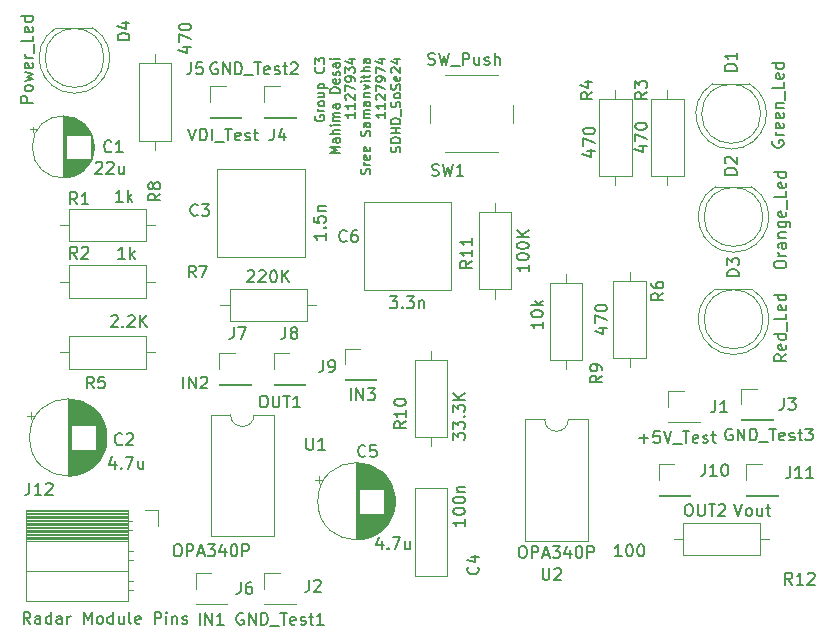
<source format=gbr>
%TF.GenerationSoftware,KiCad,Pcbnew,8.0.1*%
%TF.CreationDate,2024-05-26T21:20:35+02:00*%
%TF.ProjectId,SDHD_Lab,53444844-5f4c-4616-922e-6b696361645f,Rev 1.2*%
%TF.SameCoordinates,Original*%
%TF.FileFunction,Legend,Top*%
%TF.FilePolarity,Positive*%
%FSLAX46Y46*%
G04 Gerber Fmt 4.6, Leading zero omitted, Abs format (unit mm)*
G04 Created by KiCad (PCBNEW 8.0.1) date 2024-05-26 21:20:35*
%MOMM*%
%LPD*%
G01*
G04 APERTURE LIST*
%ADD10C,0.150000*%
%ADD11C,0.120000*%
G04 APERTURE END LIST*
D10*
X125601090Y-56176357D02*
X125562995Y-56252547D01*
X125562995Y-56252547D02*
X125562995Y-56366833D01*
X125562995Y-56366833D02*
X125601090Y-56481119D01*
X125601090Y-56481119D02*
X125677280Y-56557309D01*
X125677280Y-56557309D02*
X125753471Y-56595404D01*
X125753471Y-56595404D02*
X125905852Y-56633500D01*
X125905852Y-56633500D02*
X126020138Y-56633500D01*
X126020138Y-56633500D02*
X126172519Y-56595404D01*
X126172519Y-56595404D02*
X126248709Y-56557309D01*
X126248709Y-56557309D02*
X126324900Y-56481119D01*
X126324900Y-56481119D02*
X126362995Y-56366833D01*
X126362995Y-56366833D02*
X126362995Y-56290642D01*
X126362995Y-56290642D02*
X126324900Y-56176357D01*
X126324900Y-56176357D02*
X126286804Y-56138261D01*
X126286804Y-56138261D02*
X126020138Y-56138261D01*
X126020138Y-56138261D02*
X126020138Y-56290642D01*
X126362995Y-55795404D02*
X125829661Y-55795404D01*
X125982042Y-55795404D02*
X125905852Y-55757309D01*
X125905852Y-55757309D02*
X125867757Y-55719214D01*
X125867757Y-55719214D02*
X125829661Y-55643023D01*
X125829661Y-55643023D02*
X125829661Y-55566833D01*
X126362995Y-55185881D02*
X126324900Y-55262071D01*
X126324900Y-55262071D02*
X126286804Y-55300166D01*
X126286804Y-55300166D02*
X126210614Y-55338262D01*
X126210614Y-55338262D02*
X125982042Y-55338262D01*
X125982042Y-55338262D02*
X125905852Y-55300166D01*
X125905852Y-55300166D02*
X125867757Y-55262071D01*
X125867757Y-55262071D02*
X125829661Y-55185881D01*
X125829661Y-55185881D02*
X125829661Y-55071595D01*
X125829661Y-55071595D02*
X125867757Y-54995404D01*
X125867757Y-54995404D02*
X125905852Y-54957309D01*
X125905852Y-54957309D02*
X125982042Y-54919214D01*
X125982042Y-54919214D02*
X126210614Y-54919214D01*
X126210614Y-54919214D02*
X126286804Y-54957309D01*
X126286804Y-54957309D02*
X126324900Y-54995404D01*
X126324900Y-54995404D02*
X126362995Y-55071595D01*
X126362995Y-55071595D02*
X126362995Y-55185881D01*
X125829661Y-54233499D02*
X126362995Y-54233499D01*
X125829661Y-54576356D02*
X126248709Y-54576356D01*
X126248709Y-54576356D02*
X126324900Y-54538261D01*
X126324900Y-54538261D02*
X126362995Y-54462071D01*
X126362995Y-54462071D02*
X126362995Y-54347785D01*
X126362995Y-54347785D02*
X126324900Y-54271594D01*
X126324900Y-54271594D02*
X126286804Y-54233499D01*
X125829661Y-53852546D02*
X126629661Y-53852546D01*
X125867757Y-53852546D02*
X125829661Y-53776356D01*
X125829661Y-53776356D02*
X125829661Y-53623975D01*
X125829661Y-53623975D02*
X125867757Y-53547784D01*
X125867757Y-53547784D02*
X125905852Y-53509689D01*
X125905852Y-53509689D02*
X125982042Y-53471594D01*
X125982042Y-53471594D02*
X126210614Y-53471594D01*
X126210614Y-53471594D02*
X126286804Y-53509689D01*
X126286804Y-53509689D02*
X126324900Y-53547784D01*
X126324900Y-53547784D02*
X126362995Y-53623975D01*
X126362995Y-53623975D02*
X126362995Y-53776356D01*
X126362995Y-53776356D02*
X126324900Y-53852546D01*
X126286804Y-52062069D02*
X126324900Y-52100165D01*
X126324900Y-52100165D02*
X126362995Y-52214450D01*
X126362995Y-52214450D02*
X126362995Y-52290641D01*
X126362995Y-52290641D02*
X126324900Y-52404927D01*
X126324900Y-52404927D02*
X126248709Y-52481117D01*
X126248709Y-52481117D02*
X126172519Y-52519212D01*
X126172519Y-52519212D02*
X126020138Y-52557308D01*
X126020138Y-52557308D02*
X125905852Y-52557308D01*
X125905852Y-52557308D02*
X125753471Y-52519212D01*
X125753471Y-52519212D02*
X125677280Y-52481117D01*
X125677280Y-52481117D02*
X125601090Y-52404927D01*
X125601090Y-52404927D02*
X125562995Y-52290641D01*
X125562995Y-52290641D02*
X125562995Y-52214450D01*
X125562995Y-52214450D02*
X125601090Y-52100165D01*
X125601090Y-52100165D02*
X125639185Y-52062069D01*
X125562995Y-51795403D02*
X125562995Y-51300165D01*
X125562995Y-51300165D02*
X125867757Y-51566831D01*
X125867757Y-51566831D02*
X125867757Y-51452546D01*
X125867757Y-51452546D02*
X125905852Y-51376355D01*
X125905852Y-51376355D02*
X125943947Y-51338260D01*
X125943947Y-51338260D02*
X126020138Y-51300165D01*
X126020138Y-51300165D02*
X126210614Y-51300165D01*
X126210614Y-51300165D02*
X126286804Y-51338260D01*
X126286804Y-51338260D02*
X126324900Y-51376355D01*
X126324900Y-51376355D02*
X126362995Y-51452546D01*
X126362995Y-51452546D02*
X126362995Y-51681117D01*
X126362995Y-51681117D02*
X126324900Y-51757308D01*
X126324900Y-51757308D02*
X126286804Y-51795403D01*
X127650950Y-59338261D02*
X126850950Y-59338261D01*
X126850950Y-59338261D02*
X127422378Y-59071595D01*
X127422378Y-59071595D02*
X126850950Y-58804928D01*
X126850950Y-58804928D02*
X127650950Y-58804928D01*
X127650950Y-58081118D02*
X127231902Y-58081118D01*
X127231902Y-58081118D02*
X127155712Y-58119213D01*
X127155712Y-58119213D02*
X127117616Y-58195404D01*
X127117616Y-58195404D02*
X127117616Y-58347785D01*
X127117616Y-58347785D02*
X127155712Y-58423975D01*
X127612855Y-58081118D02*
X127650950Y-58157309D01*
X127650950Y-58157309D02*
X127650950Y-58347785D01*
X127650950Y-58347785D02*
X127612855Y-58423975D01*
X127612855Y-58423975D02*
X127536664Y-58462071D01*
X127536664Y-58462071D02*
X127460474Y-58462071D01*
X127460474Y-58462071D02*
X127384283Y-58423975D01*
X127384283Y-58423975D02*
X127346188Y-58347785D01*
X127346188Y-58347785D02*
X127346188Y-58157309D01*
X127346188Y-58157309D02*
X127308093Y-58081118D01*
X127650950Y-57700165D02*
X126850950Y-57700165D01*
X127650950Y-57357308D02*
X127231902Y-57357308D01*
X127231902Y-57357308D02*
X127155712Y-57395403D01*
X127155712Y-57395403D02*
X127117616Y-57471594D01*
X127117616Y-57471594D02*
X127117616Y-57585880D01*
X127117616Y-57585880D02*
X127155712Y-57662070D01*
X127155712Y-57662070D02*
X127193807Y-57700165D01*
X127650950Y-56976355D02*
X127117616Y-56976355D01*
X126850950Y-56976355D02*
X126889045Y-57014451D01*
X126889045Y-57014451D02*
X126927140Y-56976355D01*
X126927140Y-56976355D02*
X126889045Y-56938260D01*
X126889045Y-56938260D02*
X126850950Y-56976355D01*
X126850950Y-56976355D02*
X126927140Y-56976355D01*
X127650950Y-56595403D02*
X127117616Y-56595403D01*
X127193807Y-56595403D02*
X127155712Y-56557308D01*
X127155712Y-56557308D02*
X127117616Y-56481118D01*
X127117616Y-56481118D02*
X127117616Y-56366832D01*
X127117616Y-56366832D02*
X127155712Y-56290641D01*
X127155712Y-56290641D02*
X127231902Y-56252546D01*
X127231902Y-56252546D02*
X127650950Y-56252546D01*
X127231902Y-56252546D02*
X127155712Y-56214451D01*
X127155712Y-56214451D02*
X127117616Y-56138260D01*
X127117616Y-56138260D02*
X127117616Y-56023975D01*
X127117616Y-56023975D02*
X127155712Y-55947784D01*
X127155712Y-55947784D02*
X127231902Y-55909689D01*
X127231902Y-55909689D02*
X127650950Y-55909689D01*
X127650950Y-55185879D02*
X127231902Y-55185879D01*
X127231902Y-55185879D02*
X127155712Y-55223974D01*
X127155712Y-55223974D02*
X127117616Y-55300165D01*
X127117616Y-55300165D02*
X127117616Y-55452546D01*
X127117616Y-55452546D02*
X127155712Y-55528736D01*
X127612855Y-55185879D02*
X127650950Y-55262070D01*
X127650950Y-55262070D02*
X127650950Y-55452546D01*
X127650950Y-55452546D02*
X127612855Y-55528736D01*
X127612855Y-55528736D02*
X127536664Y-55566832D01*
X127536664Y-55566832D02*
X127460474Y-55566832D01*
X127460474Y-55566832D02*
X127384283Y-55528736D01*
X127384283Y-55528736D02*
X127346188Y-55452546D01*
X127346188Y-55452546D02*
X127346188Y-55262070D01*
X127346188Y-55262070D02*
X127308093Y-55185879D01*
X127650950Y-54195402D02*
X126850950Y-54195402D01*
X126850950Y-54195402D02*
X126850950Y-54004926D01*
X126850950Y-54004926D02*
X126889045Y-53890640D01*
X126889045Y-53890640D02*
X126965235Y-53814450D01*
X126965235Y-53814450D02*
X127041426Y-53776355D01*
X127041426Y-53776355D02*
X127193807Y-53738259D01*
X127193807Y-53738259D02*
X127308093Y-53738259D01*
X127308093Y-53738259D02*
X127460474Y-53776355D01*
X127460474Y-53776355D02*
X127536664Y-53814450D01*
X127536664Y-53814450D02*
X127612855Y-53890640D01*
X127612855Y-53890640D02*
X127650950Y-54004926D01*
X127650950Y-54004926D02*
X127650950Y-54195402D01*
X127612855Y-53090640D02*
X127650950Y-53166831D01*
X127650950Y-53166831D02*
X127650950Y-53319212D01*
X127650950Y-53319212D02*
X127612855Y-53395402D01*
X127612855Y-53395402D02*
X127536664Y-53433498D01*
X127536664Y-53433498D02*
X127231902Y-53433498D01*
X127231902Y-53433498D02*
X127155712Y-53395402D01*
X127155712Y-53395402D02*
X127117616Y-53319212D01*
X127117616Y-53319212D02*
X127117616Y-53166831D01*
X127117616Y-53166831D02*
X127155712Y-53090640D01*
X127155712Y-53090640D02*
X127231902Y-53052545D01*
X127231902Y-53052545D02*
X127308093Y-53052545D01*
X127308093Y-53052545D02*
X127384283Y-53433498D01*
X127612855Y-52747784D02*
X127650950Y-52671593D01*
X127650950Y-52671593D02*
X127650950Y-52519212D01*
X127650950Y-52519212D02*
X127612855Y-52443022D01*
X127612855Y-52443022D02*
X127536664Y-52404926D01*
X127536664Y-52404926D02*
X127498569Y-52404926D01*
X127498569Y-52404926D02*
X127422378Y-52443022D01*
X127422378Y-52443022D02*
X127384283Y-52519212D01*
X127384283Y-52519212D02*
X127384283Y-52633498D01*
X127384283Y-52633498D02*
X127346188Y-52709688D01*
X127346188Y-52709688D02*
X127269997Y-52747784D01*
X127269997Y-52747784D02*
X127231902Y-52747784D01*
X127231902Y-52747784D02*
X127155712Y-52709688D01*
X127155712Y-52709688D02*
X127117616Y-52633498D01*
X127117616Y-52633498D02*
X127117616Y-52519212D01*
X127117616Y-52519212D02*
X127155712Y-52443022D01*
X127650950Y-51719212D02*
X127231902Y-51719212D01*
X127231902Y-51719212D02*
X127155712Y-51757307D01*
X127155712Y-51757307D02*
X127117616Y-51833498D01*
X127117616Y-51833498D02*
X127117616Y-51985879D01*
X127117616Y-51985879D02*
X127155712Y-52062069D01*
X127612855Y-51719212D02*
X127650950Y-51795403D01*
X127650950Y-51795403D02*
X127650950Y-51985879D01*
X127650950Y-51985879D02*
X127612855Y-52062069D01*
X127612855Y-52062069D02*
X127536664Y-52100165D01*
X127536664Y-52100165D02*
X127460474Y-52100165D01*
X127460474Y-52100165D02*
X127384283Y-52062069D01*
X127384283Y-52062069D02*
X127346188Y-51985879D01*
X127346188Y-51985879D02*
X127346188Y-51795403D01*
X127346188Y-51795403D02*
X127308093Y-51719212D01*
X127650950Y-51338259D02*
X127117616Y-51338259D01*
X126850950Y-51338259D02*
X126889045Y-51376355D01*
X126889045Y-51376355D02*
X126927140Y-51338259D01*
X126927140Y-51338259D02*
X126889045Y-51300164D01*
X126889045Y-51300164D02*
X126850950Y-51338259D01*
X126850950Y-51338259D02*
X126927140Y-51338259D01*
X128938905Y-55871595D02*
X128938905Y-56328738D01*
X128938905Y-56100166D02*
X128138905Y-56100166D01*
X128138905Y-56100166D02*
X128253190Y-56176357D01*
X128253190Y-56176357D02*
X128329381Y-56252547D01*
X128329381Y-56252547D02*
X128367476Y-56328738D01*
X128938905Y-55109690D02*
X128938905Y-55566833D01*
X128938905Y-55338261D02*
X128138905Y-55338261D01*
X128138905Y-55338261D02*
X128253190Y-55414452D01*
X128253190Y-55414452D02*
X128329381Y-55490642D01*
X128329381Y-55490642D02*
X128367476Y-55566833D01*
X128215095Y-54804928D02*
X128177000Y-54766832D01*
X128177000Y-54766832D02*
X128138905Y-54690642D01*
X128138905Y-54690642D02*
X128138905Y-54500166D01*
X128138905Y-54500166D02*
X128177000Y-54423975D01*
X128177000Y-54423975D02*
X128215095Y-54385880D01*
X128215095Y-54385880D02*
X128291286Y-54347785D01*
X128291286Y-54347785D02*
X128367476Y-54347785D01*
X128367476Y-54347785D02*
X128481762Y-54385880D01*
X128481762Y-54385880D02*
X128938905Y-54843023D01*
X128938905Y-54843023D02*
X128938905Y-54347785D01*
X128138905Y-54081118D02*
X128138905Y-53547784D01*
X128138905Y-53547784D02*
X128938905Y-53890642D01*
X128938905Y-53204927D02*
X128938905Y-53052546D01*
X128938905Y-53052546D02*
X128900810Y-52976356D01*
X128900810Y-52976356D02*
X128862714Y-52938260D01*
X128862714Y-52938260D02*
X128748429Y-52862070D01*
X128748429Y-52862070D02*
X128596048Y-52823975D01*
X128596048Y-52823975D02*
X128291286Y-52823975D01*
X128291286Y-52823975D02*
X128215095Y-52862070D01*
X128215095Y-52862070D02*
X128177000Y-52900165D01*
X128177000Y-52900165D02*
X128138905Y-52976356D01*
X128138905Y-52976356D02*
X128138905Y-53128737D01*
X128138905Y-53128737D02*
X128177000Y-53204927D01*
X128177000Y-53204927D02*
X128215095Y-53243022D01*
X128215095Y-53243022D02*
X128291286Y-53281118D01*
X128291286Y-53281118D02*
X128481762Y-53281118D01*
X128481762Y-53281118D02*
X128557952Y-53243022D01*
X128557952Y-53243022D02*
X128596048Y-53204927D01*
X128596048Y-53204927D02*
X128634143Y-53128737D01*
X128634143Y-53128737D02*
X128634143Y-52976356D01*
X128634143Y-52976356D02*
X128596048Y-52900165D01*
X128596048Y-52900165D02*
X128557952Y-52862070D01*
X128557952Y-52862070D02*
X128481762Y-52823975D01*
X128138905Y-52557308D02*
X128138905Y-52062070D01*
X128138905Y-52062070D02*
X128443667Y-52328736D01*
X128443667Y-52328736D02*
X128443667Y-52214451D01*
X128443667Y-52214451D02*
X128481762Y-52138260D01*
X128481762Y-52138260D02*
X128519857Y-52100165D01*
X128519857Y-52100165D02*
X128596048Y-52062070D01*
X128596048Y-52062070D02*
X128786524Y-52062070D01*
X128786524Y-52062070D02*
X128862714Y-52100165D01*
X128862714Y-52100165D02*
X128900810Y-52138260D01*
X128900810Y-52138260D02*
X128938905Y-52214451D01*
X128938905Y-52214451D02*
X128938905Y-52443022D01*
X128938905Y-52443022D02*
X128900810Y-52519213D01*
X128900810Y-52519213D02*
X128862714Y-52557308D01*
X128405571Y-51376355D02*
X128938905Y-51376355D01*
X128100810Y-51566831D02*
X128672238Y-51757308D01*
X128672238Y-51757308D02*
X128672238Y-51262069D01*
X130188765Y-61128739D02*
X130226860Y-61014453D01*
X130226860Y-61014453D02*
X130226860Y-60823977D01*
X130226860Y-60823977D02*
X130188765Y-60747786D01*
X130188765Y-60747786D02*
X130150669Y-60709691D01*
X130150669Y-60709691D02*
X130074479Y-60671596D01*
X130074479Y-60671596D02*
X129998288Y-60671596D01*
X129998288Y-60671596D02*
X129922098Y-60709691D01*
X129922098Y-60709691D02*
X129884003Y-60747786D01*
X129884003Y-60747786D02*
X129845907Y-60823977D01*
X129845907Y-60823977D02*
X129807812Y-60976358D01*
X129807812Y-60976358D02*
X129769717Y-61052548D01*
X129769717Y-61052548D02*
X129731622Y-61090643D01*
X129731622Y-61090643D02*
X129655431Y-61128739D01*
X129655431Y-61128739D02*
X129579241Y-61128739D01*
X129579241Y-61128739D02*
X129503050Y-61090643D01*
X129503050Y-61090643D02*
X129464955Y-61052548D01*
X129464955Y-61052548D02*
X129426860Y-60976358D01*
X129426860Y-60976358D02*
X129426860Y-60785881D01*
X129426860Y-60785881D02*
X129464955Y-60671596D01*
X130226860Y-60328738D02*
X129693526Y-60328738D01*
X129845907Y-60328738D02*
X129769717Y-60290643D01*
X129769717Y-60290643D02*
X129731622Y-60252548D01*
X129731622Y-60252548D02*
X129693526Y-60176357D01*
X129693526Y-60176357D02*
X129693526Y-60100167D01*
X130188765Y-59528738D02*
X130226860Y-59604929D01*
X130226860Y-59604929D02*
X130226860Y-59757310D01*
X130226860Y-59757310D02*
X130188765Y-59833500D01*
X130188765Y-59833500D02*
X130112574Y-59871596D01*
X130112574Y-59871596D02*
X129807812Y-59871596D01*
X129807812Y-59871596D02*
X129731622Y-59833500D01*
X129731622Y-59833500D02*
X129693526Y-59757310D01*
X129693526Y-59757310D02*
X129693526Y-59604929D01*
X129693526Y-59604929D02*
X129731622Y-59528738D01*
X129731622Y-59528738D02*
X129807812Y-59490643D01*
X129807812Y-59490643D02*
X129884003Y-59490643D01*
X129884003Y-59490643D02*
X129960193Y-59871596D01*
X130188765Y-58843024D02*
X130226860Y-58919215D01*
X130226860Y-58919215D02*
X130226860Y-59071596D01*
X130226860Y-59071596D02*
X130188765Y-59147786D01*
X130188765Y-59147786D02*
X130112574Y-59185882D01*
X130112574Y-59185882D02*
X129807812Y-59185882D01*
X129807812Y-59185882D02*
X129731622Y-59147786D01*
X129731622Y-59147786D02*
X129693526Y-59071596D01*
X129693526Y-59071596D02*
X129693526Y-58919215D01*
X129693526Y-58919215D02*
X129731622Y-58843024D01*
X129731622Y-58843024D02*
X129807812Y-58804929D01*
X129807812Y-58804929D02*
X129884003Y-58804929D01*
X129884003Y-58804929D02*
X129960193Y-59185882D01*
X130188765Y-57890644D02*
X130226860Y-57776358D01*
X130226860Y-57776358D02*
X130226860Y-57585882D01*
X130226860Y-57585882D02*
X130188765Y-57509691D01*
X130188765Y-57509691D02*
X130150669Y-57471596D01*
X130150669Y-57471596D02*
X130074479Y-57433501D01*
X130074479Y-57433501D02*
X129998288Y-57433501D01*
X129998288Y-57433501D02*
X129922098Y-57471596D01*
X129922098Y-57471596D02*
X129884003Y-57509691D01*
X129884003Y-57509691D02*
X129845907Y-57585882D01*
X129845907Y-57585882D02*
X129807812Y-57738263D01*
X129807812Y-57738263D02*
X129769717Y-57814453D01*
X129769717Y-57814453D02*
X129731622Y-57852548D01*
X129731622Y-57852548D02*
X129655431Y-57890644D01*
X129655431Y-57890644D02*
X129579241Y-57890644D01*
X129579241Y-57890644D02*
X129503050Y-57852548D01*
X129503050Y-57852548D02*
X129464955Y-57814453D01*
X129464955Y-57814453D02*
X129426860Y-57738263D01*
X129426860Y-57738263D02*
X129426860Y-57547786D01*
X129426860Y-57547786D02*
X129464955Y-57433501D01*
X130226860Y-56747786D02*
X129807812Y-56747786D01*
X129807812Y-56747786D02*
X129731622Y-56785881D01*
X129731622Y-56785881D02*
X129693526Y-56862072D01*
X129693526Y-56862072D02*
X129693526Y-57014453D01*
X129693526Y-57014453D02*
X129731622Y-57090643D01*
X130188765Y-56747786D02*
X130226860Y-56823977D01*
X130226860Y-56823977D02*
X130226860Y-57014453D01*
X130226860Y-57014453D02*
X130188765Y-57090643D01*
X130188765Y-57090643D02*
X130112574Y-57128739D01*
X130112574Y-57128739D02*
X130036384Y-57128739D01*
X130036384Y-57128739D02*
X129960193Y-57090643D01*
X129960193Y-57090643D02*
X129922098Y-57014453D01*
X129922098Y-57014453D02*
X129922098Y-56823977D01*
X129922098Y-56823977D02*
X129884003Y-56747786D01*
X130226860Y-56366833D02*
X129693526Y-56366833D01*
X129769717Y-56366833D02*
X129731622Y-56328738D01*
X129731622Y-56328738D02*
X129693526Y-56252548D01*
X129693526Y-56252548D02*
X129693526Y-56138262D01*
X129693526Y-56138262D02*
X129731622Y-56062071D01*
X129731622Y-56062071D02*
X129807812Y-56023976D01*
X129807812Y-56023976D02*
X130226860Y-56023976D01*
X129807812Y-56023976D02*
X129731622Y-55985881D01*
X129731622Y-55985881D02*
X129693526Y-55909690D01*
X129693526Y-55909690D02*
X129693526Y-55795405D01*
X129693526Y-55795405D02*
X129731622Y-55719214D01*
X129731622Y-55719214D02*
X129807812Y-55681119D01*
X129807812Y-55681119D02*
X130226860Y-55681119D01*
X130226860Y-54957309D02*
X129807812Y-54957309D01*
X129807812Y-54957309D02*
X129731622Y-54995404D01*
X129731622Y-54995404D02*
X129693526Y-55071595D01*
X129693526Y-55071595D02*
X129693526Y-55223976D01*
X129693526Y-55223976D02*
X129731622Y-55300166D01*
X130188765Y-54957309D02*
X130226860Y-55033500D01*
X130226860Y-55033500D02*
X130226860Y-55223976D01*
X130226860Y-55223976D02*
X130188765Y-55300166D01*
X130188765Y-55300166D02*
X130112574Y-55338262D01*
X130112574Y-55338262D02*
X130036384Y-55338262D01*
X130036384Y-55338262D02*
X129960193Y-55300166D01*
X129960193Y-55300166D02*
X129922098Y-55223976D01*
X129922098Y-55223976D02*
X129922098Y-55033500D01*
X129922098Y-55033500D02*
X129884003Y-54957309D01*
X129693526Y-54576356D02*
X130226860Y-54576356D01*
X129769717Y-54576356D02*
X129731622Y-54538261D01*
X129731622Y-54538261D02*
X129693526Y-54462071D01*
X129693526Y-54462071D02*
X129693526Y-54347785D01*
X129693526Y-54347785D02*
X129731622Y-54271594D01*
X129731622Y-54271594D02*
X129807812Y-54233499D01*
X129807812Y-54233499D02*
X130226860Y-54233499D01*
X129693526Y-53928737D02*
X130226860Y-53738261D01*
X130226860Y-53738261D02*
X129693526Y-53547784D01*
X130226860Y-53243022D02*
X129693526Y-53243022D01*
X129426860Y-53243022D02*
X129464955Y-53281118D01*
X129464955Y-53281118D02*
X129503050Y-53243022D01*
X129503050Y-53243022D02*
X129464955Y-53204927D01*
X129464955Y-53204927D02*
X129426860Y-53243022D01*
X129426860Y-53243022D02*
X129503050Y-53243022D01*
X129693526Y-52976356D02*
X129693526Y-52671594D01*
X129426860Y-52862070D02*
X130112574Y-52862070D01*
X130112574Y-52862070D02*
X130188765Y-52823975D01*
X130188765Y-52823975D02*
X130226860Y-52747785D01*
X130226860Y-52747785D02*
X130226860Y-52671594D01*
X130226860Y-52404927D02*
X129426860Y-52404927D01*
X130226860Y-52062070D02*
X129807812Y-52062070D01*
X129807812Y-52062070D02*
X129731622Y-52100165D01*
X129731622Y-52100165D02*
X129693526Y-52176356D01*
X129693526Y-52176356D02*
X129693526Y-52290642D01*
X129693526Y-52290642D02*
X129731622Y-52366832D01*
X129731622Y-52366832D02*
X129769717Y-52404927D01*
X130226860Y-51338260D02*
X129807812Y-51338260D01*
X129807812Y-51338260D02*
X129731622Y-51376355D01*
X129731622Y-51376355D02*
X129693526Y-51452546D01*
X129693526Y-51452546D02*
X129693526Y-51604927D01*
X129693526Y-51604927D02*
X129731622Y-51681117D01*
X130188765Y-51338260D02*
X130226860Y-51414451D01*
X130226860Y-51414451D02*
X130226860Y-51604927D01*
X130226860Y-51604927D02*
X130188765Y-51681117D01*
X130188765Y-51681117D02*
X130112574Y-51719213D01*
X130112574Y-51719213D02*
X130036384Y-51719213D01*
X130036384Y-51719213D02*
X129960193Y-51681117D01*
X129960193Y-51681117D02*
X129922098Y-51604927D01*
X129922098Y-51604927D02*
X129922098Y-51414451D01*
X129922098Y-51414451D02*
X129884003Y-51338260D01*
X131514815Y-55871595D02*
X131514815Y-56328738D01*
X131514815Y-56100166D02*
X130714815Y-56100166D01*
X130714815Y-56100166D02*
X130829100Y-56176357D01*
X130829100Y-56176357D02*
X130905291Y-56252547D01*
X130905291Y-56252547D02*
X130943386Y-56328738D01*
X131514815Y-55109690D02*
X131514815Y-55566833D01*
X131514815Y-55338261D02*
X130714815Y-55338261D01*
X130714815Y-55338261D02*
X130829100Y-55414452D01*
X130829100Y-55414452D02*
X130905291Y-55490642D01*
X130905291Y-55490642D02*
X130943386Y-55566833D01*
X130791005Y-54804928D02*
X130752910Y-54766832D01*
X130752910Y-54766832D02*
X130714815Y-54690642D01*
X130714815Y-54690642D02*
X130714815Y-54500166D01*
X130714815Y-54500166D02*
X130752910Y-54423975D01*
X130752910Y-54423975D02*
X130791005Y-54385880D01*
X130791005Y-54385880D02*
X130867196Y-54347785D01*
X130867196Y-54347785D02*
X130943386Y-54347785D01*
X130943386Y-54347785D02*
X131057672Y-54385880D01*
X131057672Y-54385880D02*
X131514815Y-54843023D01*
X131514815Y-54843023D02*
X131514815Y-54347785D01*
X130714815Y-54081118D02*
X130714815Y-53547784D01*
X130714815Y-53547784D02*
X131514815Y-53890642D01*
X131514815Y-53204927D02*
X131514815Y-53052546D01*
X131514815Y-53052546D02*
X131476720Y-52976356D01*
X131476720Y-52976356D02*
X131438624Y-52938260D01*
X131438624Y-52938260D02*
X131324339Y-52862070D01*
X131324339Y-52862070D02*
X131171958Y-52823975D01*
X131171958Y-52823975D02*
X130867196Y-52823975D01*
X130867196Y-52823975D02*
X130791005Y-52862070D01*
X130791005Y-52862070D02*
X130752910Y-52900165D01*
X130752910Y-52900165D02*
X130714815Y-52976356D01*
X130714815Y-52976356D02*
X130714815Y-53128737D01*
X130714815Y-53128737D02*
X130752910Y-53204927D01*
X130752910Y-53204927D02*
X130791005Y-53243022D01*
X130791005Y-53243022D02*
X130867196Y-53281118D01*
X130867196Y-53281118D02*
X131057672Y-53281118D01*
X131057672Y-53281118D02*
X131133862Y-53243022D01*
X131133862Y-53243022D02*
X131171958Y-53204927D01*
X131171958Y-53204927D02*
X131210053Y-53128737D01*
X131210053Y-53128737D02*
X131210053Y-52976356D01*
X131210053Y-52976356D02*
X131171958Y-52900165D01*
X131171958Y-52900165D02*
X131133862Y-52862070D01*
X131133862Y-52862070D02*
X131057672Y-52823975D01*
X130714815Y-52557308D02*
X130714815Y-52023974D01*
X130714815Y-52023974D02*
X131514815Y-52366832D01*
X130981481Y-51376355D02*
X131514815Y-51376355D01*
X130676720Y-51566831D02*
X131248148Y-51757308D01*
X131248148Y-51757308D02*
X131248148Y-51262069D01*
X132764675Y-59262071D02*
X132802770Y-59147785D01*
X132802770Y-59147785D02*
X132802770Y-58957309D01*
X132802770Y-58957309D02*
X132764675Y-58881118D01*
X132764675Y-58881118D02*
X132726579Y-58843023D01*
X132726579Y-58843023D02*
X132650389Y-58804928D01*
X132650389Y-58804928D02*
X132574198Y-58804928D01*
X132574198Y-58804928D02*
X132498008Y-58843023D01*
X132498008Y-58843023D02*
X132459913Y-58881118D01*
X132459913Y-58881118D02*
X132421817Y-58957309D01*
X132421817Y-58957309D02*
X132383722Y-59109690D01*
X132383722Y-59109690D02*
X132345627Y-59185880D01*
X132345627Y-59185880D02*
X132307532Y-59223975D01*
X132307532Y-59223975D02*
X132231341Y-59262071D01*
X132231341Y-59262071D02*
X132155151Y-59262071D01*
X132155151Y-59262071D02*
X132078960Y-59223975D01*
X132078960Y-59223975D02*
X132040865Y-59185880D01*
X132040865Y-59185880D02*
X132002770Y-59109690D01*
X132002770Y-59109690D02*
X132002770Y-58919213D01*
X132002770Y-58919213D02*
X132040865Y-58804928D01*
X132802770Y-58462070D02*
X132002770Y-58462070D01*
X132002770Y-58462070D02*
X132002770Y-58271594D01*
X132002770Y-58271594D02*
X132040865Y-58157308D01*
X132040865Y-58157308D02*
X132117055Y-58081118D01*
X132117055Y-58081118D02*
X132193246Y-58043023D01*
X132193246Y-58043023D02*
X132345627Y-58004927D01*
X132345627Y-58004927D02*
X132459913Y-58004927D01*
X132459913Y-58004927D02*
X132612294Y-58043023D01*
X132612294Y-58043023D02*
X132688484Y-58081118D01*
X132688484Y-58081118D02*
X132764675Y-58157308D01*
X132764675Y-58157308D02*
X132802770Y-58271594D01*
X132802770Y-58271594D02*
X132802770Y-58462070D01*
X132802770Y-57662070D02*
X132002770Y-57662070D01*
X132383722Y-57662070D02*
X132383722Y-57204927D01*
X132802770Y-57204927D02*
X132002770Y-57204927D01*
X132802770Y-56823975D02*
X132002770Y-56823975D01*
X132002770Y-56823975D02*
X132002770Y-56633499D01*
X132002770Y-56633499D02*
X132040865Y-56519213D01*
X132040865Y-56519213D02*
X132117055Y-56443023D01*
X132117055Y-56443023D02*
X132193246Y-56404928D01*
X132193246Y-56404928D02*
X132345627Y-56366832D01*
X132345627Y-56366832D02*
X132459913Y-56366832D01*
X132459913Y-56366832D02*
X132612294Y-56404928D01*
X132612294Y-56404928D02*
X132688484Y-56443023D01*
X132688484Y-56443023D02*
X132764675Y-56519213D01*
X132764675Y-56519213D02*
X132802770Y-56633499D01*
X132802770Y-56633499D02*
X132802770Y-56823975D01*
X132878960Y-56214452D02*
X132878960Y-55604928D01*
X132764675Y-55452547D02*
X132802770Y-55338261D01*
X132802770Y-55338261D02*
X132802770Y-55147785D01*
X132802770Y-55147785D02*
X132764675Y-55071594D01*
X132764675Y-55071594D02*
X132726579Y-55033499D01*
X132726579Y-55033499D02*
X132650389Y-54995404D01*
X132650389Y-54995404D02*
X132574198Y-54995404D01*
X132574198Y-54995404D02*
X132498008Y-55033499D01*
X132498008Y-55033499D02*
X132459913Y-55071594D01*
X132459913Y-55071594D02*
X132421817Y-55147785D01*
X132421817Y-55147785D02*
X132383722Y-55300166D01*
X132383722Y-55300166D02*
X132345627Y-55376356D01*
X132345627Y-55376356D02*
X132307532Y-55414451D01*
X132307532Y-55414451D02*
X132231341Y-55452547D01*
X132231341Y-55452547D02*
X132155151Y-55452547D01*
X132155151Y-55452547D02*
X132078960Y-55414451D01*
X132078960Y-55414451D02*
X132040865Y-55376356D01*
X132040865Y-55376356D02*
X132002770Y-55300166D01*
X132002770Y-55300166D02*
X132002770Y-55109689D01*
X132002770Y-55109689D02*
X132040865Y-54995404D01*
X132802770Y-54538261D02*
X132764675Y-54614451D01*
X132764675Y-54614451D02*
X132726579Y-54652546D01*
X132726579Y-54652546D02*
X132650389Y-54690642D01*
X132650389Y-54690642D02*
X132421817Y-54690642D01*
X132421817Y-54690642D02*
X132345627Y-54652546D01*
X132345627Y-54652546D02*
X132307532Y-54614451D01*
X132307532Y-54614451D02*
X132269436Y-54538261D01*
X132269436Y-54538261D02*
X132269436Y-54423975D01*
X132269436Y-54423975D02*
X132307532Y-54347784D01*
X132307532Y-54347784D02*
X132345627Y-54309689D01*
X132345627Y-54309689D02*
X132421817Y-54271594D01*
X132421817Y-54271594D02*
X132650389Y-54271594D01*
X132650389Y-54271594D02*
X132726579Y-54309689D01*
X132726579Y-54309689D02*
X132764675Y-54347784D01*
X132764675Y-54347784D02*
X132802770Y-54423975D01*
X132802770Y-54423975D02*
X132802770Y-54538261D01*
X132764675Y-53966832D02*
X132802770Y-53852546D01*
X132802770Y-53852546D02*
X132802770Y-53662070D01*
X132802770Y-53662070D02*
X132764675Y-53585879D01*
X132764675Y-53585879D02*
X132726579Y-53547784D01*
X132726579Y-53547784D02*
X132650389Y-53509689D01*
X132650389Y-53509689D02*
X132574198Y-53509689D01*
X132574198Y-53509689D02*
X132498008Y-53547784D01*
X132498008Y-53547784D02*
X132459913Y-53585879D01*
X132459913Y-53585879D02*
X132421817Y-53662070D01*
X132421817Y-53662070D02*
X132383722Y-53814451D01*
X132383722Y-53814451D02*
X132345627Y-53890641D01*
X132345627Y-53890641D02*
X132307532Y-53928736D01*
X132307532Y-53928736D02*
X132231341Y-53966832D01*
X132231341Y-53966832D02*
X132155151Y-53966832D01*
X132155151Y-53966832D02*
X132078960Y-53928736D01*
X132078960Y-53928736D02*
X132040865Y-53890641D01*
X132040865Y-53890641D02*
X132002770Y-53814451D01*
X132002770Y-53814451D02*
X132002770Y-53623974D01*
X132002770Y-53623974D02*
X132040865Y-53509689D01*
X132764675Y-52862069D02*
X132802770Y-52938260D01*
X132802770Y-52938260D02*
X132802770Y-53090641D01*
X132802770Y-53090641D02*
X132764675Y-53166831D01*
X132764675Y-53166831D02*
X132688484Y-53204927D01*
X132688484Y-53204927D02*
X132383722Y-53204927D01*
X132383722Y-53204927D02*
X132307532Y-53166831D01*
X132307532Y-53166831D02*
X132269436Y-53090641D01*
X132269436Y-53090641D02*
X132269436Y-52938260D01*
X132269436Y-52938260D02*
X132307532Y-52862069D01*
X132307532Y-52862069D02*
X132383722Y-52823974D01*
X132383722Y-52823974D02*
X132459913Y-52823974D01*
X132459913Y-52823974D02*
X132536103Y-53204927D01*
X132078960Y-52519213D02*
X132040865Y-52481117D01*
X132040865Y-52481117D02*
X132002770Y-52404927D01*
X132002770Y-52404927D02*
X132002770Y-52214451D01*
X132002770Y-52214451D02*
X132040865Y-52138260D01*
X132040865Y-52138260D02*
X132078960Y-52100165D01*
X132078960Y-52100165D02*
X132155151Y-52062070D01*
X132155151Y-52062070D02*
X132231341Y-52062070D01*
X132231341Y-52062070D02*
X132345627Y-52100165D01*
X132345627Y-52100165D02*
X132802770Y-52557308D01*
X132802770Y-52557308D02*
X132802770Y-52062070D01*
X132269436Y-51376355D02*
X132802770Y-51376355D01*
X131964675Y-51566831D02*
X132536103Y-51757308D01*
X132536103Y-51757308D02*
X132536103Y-51262069D01*
X108328221Y-59159580D02*
X108280602Y-59207200D01*
X108280602Y-59207200D02*
X108137745Y-59254819D01*
X108137745Y-59254819D02*
X108042507Y-59254819D01*
X108042507Y-59254819D02*
X107899650Y-59207200D01*
X107899650Y-59207200D02*
X107804412Y-59111961D01*
X107804412Y-59111961D02*
X107756793Y-59016723D01*
X107756793Y-59016723D02*
X107709174Y-58826247D01*
X107709174Y-58826247D02*
X107709174Y-58683390D01*
X107709174Y-58683390D02*
X107756793Y-58492914D01*
X107756793Y-58492914D02*
X107804412Y-58397676D01*
X107804412Y-58397676D02*
X107899650Y-58302438D01*
X107899650Y-58302438D02*
X108042507Y-58254819D01*
X108042507Y-58254819D02*
X108137745Y-58254819D01*
X108137745Y-58254819D02*
X108280602Y-58302438D01*
X108280602Y-58302438D02*
X108328221Y-58350057D01*
X109280602Y-59254819D02*
X108709174Y-59254819D01*
X108994888Y-59254819D02*
X108994888Y-58254819D01*
X108994888Y-58254819D02*
X108899650Y-58397676D01*
X108899650Y-58397676D02*
X108804412Y-58492914D01*
X108804412Y-58492914D02*
X108709174Y-58540533D01*
X106985714Y-60150057D02*
X107033333Y-60102438D01*
X107033333Y-60102438D02*
X107128571Y-60054819D01*
X107128571Y-60054819D02*
X107366666Y-60054819D01*
X107366666Y-60054819D02*
X107461904Y-60102438D01*
X107461904Y-60102438D02*
X107509523Y-60150057D01*
X107509523Y-60150057D02*
X107557142Y-60245295D01*
X107557142Y-60245295D02*
X107557142Y-60340533D01*
X107557142Y-60340533D02*
X107509523Y-60483390D01*
X107509523Y-60483390D02*
X106938095Y-61054819D01*
X106938095Y-61054819D02*
X107557142Y-61054819D01*
X107938095Y-60150057D02*
X107985714Y-60102438D01*
X107985714Y-60102438D02*
X108080952Y-60054819D01*
X108080952Y-60054819D02*
X108319047Y-60054819D01*
X108319047Y-60054819D02*
X108414285Y-60102438D01*
X108414285Y-60102438D02*
X108461904Y-60150057D01*
X108461904Y-60150057D02*
X108509523Y-60245295D01*
X108509523Y-60245295D02*
X108509523Y-60340533D01*
X108509523Y-60340533D02*
X108461904Y-60483390D01*
X108461904Y-60483390D02*
X107890476Y-61054819D01*
X107890476Y-61054819D02*
X108509523Y-61054819D01*
X109366666Y-60388152D02*
X109366666Y-61054819D01*
X108938095Y-60388152D02*
X108938095Y-60911961D01*
X108938095Y-60911961D02*
X108985714Y-61007200D01*
X108985714Y-61007200D02*
X109080952Y-61054819D01*
X109080952Y-61054819D02*
X109223809Y-61054819D01*
X109223809Y-61054819D02*
X109319047Y-61007200D01*
X109319047Y-61007200D02*
X109366666Y-60959580D01*
X101390476Y-87254819D02*
X101390476Y-87969104D01*
X101390476Y-87969104D02*
X101342857Y-88111961D01*
X101342857Y-88111961D02*
X101247619Y-88207200D01*
X101247619Y-88207200D02*
X101104762Y-88254819D01*
X101104762Y-88254819D02*
X101009524Y-88254819D01*
X102390476Y-88254819D02*
X101819048Y-88254819D01*
X102104762Y-88254819D02*
X102104762Y-87254819D01*
X102104762Y-87254819D02*
X102009524Y-87397676D01*
X102009524Y-87397676D02*
X101914286Y-87492914D01*
X101914286Y-87492914D02*
X101819048Y-87540533D01*
X102771429Y-87350057D02*
X102819048Y-87302438D01*
X102819048Y-87302438D02*
X102914286Y-87254819D01*
X102914286Y-87254819D02*
X103152381Y-87254819D01*
X103152381Y-87254819D02*
X103247619Y-87302438D01*
X103247619Y-87302438D02*
X103295238Y-87350057D01*
X103295238Y-87350057D02*
X103342857Y-87445295D01*
X103342857Y-87445295D02*
X103342857Y-87540533D01*
X103342857Y-87540533D02*
X103295238Y-87683390D01*
X103295238Y-87683390D02*
X102723810Y-88254819D01*
X102723810Y-88254819D02*
X103342857Y-88254819D01*
X101466665Y-99179819D02*
X101133332Y-98703628D01*
X100895237Y-99179819D02*
X100895237Y-98179819D01*
X100895237Y-98179819D02*
X101276189Y-98179819D01*
X101276189Y-98179819D02*
X101371427Y-98227438D01*
X101371427Y-98227438D02*
X101419046Y-98275057D01*
X101419046Y-98275057D02*
X101466665Y-98370295D01*
X101466665Y-98370295D02*
X101466665Y-98513152D01*
X101466665Y-98513152D02*
X101419046Y-98608390D01*
X101419046Y-98608390D02*
X101371427Y-98656009D01*
X101371427Y-98656009D02*
X101276189Y-98703628D01*
X101276189Y-98703628D02*
X100895237Y-98703628D01*
X102323808Y-99179819D02*
X102323808Y-98656009D01*
X102323808Y-98656009D02*
X102276189Y-98560771D01*
X102276189Y-98560771D02*
X102180951Y-98513152D01*
X102180951Y-98513152D02*
X101990475Y-98513152D01*
X101990475Y-98513152D02*
X101895237Y-98560771D01*
X102323808Y-99132200D02*
X102228570Y-99179819D01*
X102228570Y-99179819D02*
X101990475Y-99179819D01*
X101990475Y-99179819D02*
X101895237Y-99132200D01*
X101895237Y-99132200D02*
X101847618Y-99036961D01*
X101847618Y-99036961D02*
X101847618Y-98941723D01*
X101847618Y-98941723D02*
X101895237Y-98846485D01*
X101895237Y-98846485D02*
X101990475Y-98798866D01*
X101990475Y-98798866D02*
X102228570Y-98798866D01*
X102228570Y-98798866D02*
X102323808Y-98751247D01*
X103228570Y-99179819D02*
X103228570Y-98179819D01*
X103228570Y-99132200D02*
X103133332Y-99179819D01*
X103133332Y-99179819D02*
X102942856Y-99179819D01*
X102942856Y-99179819D02*
X102847618Y-99132200D01*
X102847618Y-99132200D02*
X102799999Y-99084580D01*
X102799999Y-99084580D02*
X102752380Y-98989342D01*
X102752380Y-98989342D02*
X102752380Y-98703628D01*
X102752380Y-98703628D02*
X102799999Y-98608390D01*
X102799999Y-98608390D02*
X102847618Y-98560771D01*
X102847618Y-98560771D02*
X102942856Y-98513152D01*
X102942856Y-98513152D02*
X103133332Y-98513152D01*
X103133332Y-98513152D02*
X103228570Y-98560771D01*
X104133332Y-99179819D02*
X104133332Y-98656009D01*
X104133332Y-98656009D02*
X104085713Y-98560771D01*
X104085713Y-98560771D02*
X103990475Y-98513152D01*
X103990475Y-98513152D02*
X103799999Y-98513152D01*
X103799999Y-98513152D02*
X103704761Y-98560771D01*
X104133332Y-99132200D02*
X104038094Y-99179819D01*
X104038094Y-99179819D02*
X103799999Y-99179819D01*
X103799999Y-99179819D02*
X103704761Y-99132200D01*
X103704761Y-99132200D02*
X103657142Y-99036961D01*
X103657142Y-99036961D02*
X103657142Y-98941723D01*
X103657142Y-98941723D02*
X103704761Y-98846485D01*
X103704761Y-98846485D02*
X103799999Y-98798866D01*
X103799999Y-98798866D02*
X104038094Y-98798866D01*
X104038094Y-98798866D02*
X104133332Y-98751247D01*
X104609523Y-99179819D02*
X104609523Y-98513152D01*
X104609523Y-98703628D02*
X104657142Y-98608390D01*
X104657142Y-98608390D02*
X104704761Y-98560771D01*
X104704761Y-98560771D02*
X104799999Y-98513152D01*
X104799999Y-98513152D02*
X104895237Y-98513152D01*
X105990476Y-99179819D02*
X105990476Y-98179819D01*
X105990476Y-98179819D02*
X106323809Y-98894104D01*
X106323809Y-98894104D02*
X106657142Y-98179819D01*
X106657142Y-98179819D02*
X106657142Y-99179819D01*
X107276190Y-99179819D02*
X107180952Y-99132200D01*
X107180952Y-99132200D02*
X107133333Y-99084580D01*
X107133333Y-99084580D02*
X107085714Y-98989342D01*
X107085714Y-98989342D02*
X107085714Y-98703628D01*
X107085714Y-98703628D02*
X107133333Y-98608390D01*
X107133333Y-98608390D02*
X107180952Y-98560771D01*
X107180952Y-98560771D02*
X107276190Y-98513152D01*
X107276190Y-98513152D02*
X107419047Y-98513152D01*
X107419047Y-98513152D02*
X107514285Y-98560771D01*
X107514285Y-98560771D02*
X107561904Y-98608390D01*
X107561904Y-98608390D02*
X107609523Y-98703628D01*
X107609523Y-98703628D02*
X107609523Y-98989342D01*
X107609523Y-98989342D02*
X107561904Y-99084580D01*
X107561904Y-99084580D02*
X107514285Y-99132200D01*
X107514285Y-99132200D02*
X107419047Y-99179819D01*
X107419047Y-99179819D02*
X107276190Y-99179819D01*
X108466666Y-99179819D02*
X108466666Y-98179819D01*
X108466666Y-99132200D02*
X108371428Y-99179819D01*
X108371428Y-99179819D02*
X108180952Y-99179819D01*
X108180952Y-99179819D02*
X108085714Y-99132200D01*
X108085714Y-99132200D02*
X108038095Y-99084580D01*
X108038095Y-99084580D02*
X107990476Y-98989342D01*
X107990476Y-98989342D02*
X107990476Y-98703628D01*
X107990476Y-98703628D02*
X108038095Y-98608390D01*
X108038095Y-98608390D02*
X108085714Y-98560771D01*
X108085714Y-98560771D02*
X108180952Y-98513152D01*
X108180952Y-98513152D02*
X108371428Y-98513152D01*
X108371428Y-98513152D02*
X108466666Y-98560771D01*
X109371428Y-98513152D02*
X109371428Y-99179819D01*
X108942857Y-98513152D02*
X108942857Y-99036961D01*
X108942857Y-99036961D02*
X108990476Y-99132200D01*
X108990476Y-99132200D02*
X109085714Y-99179819D01*
X109085714Y-99179819D02*
X109228571Y-99179819D01*
X109228571Y-99179819D02*
X109323809Y-99132200D01*
X109323809Y-99132200D02*
X109371428Y-99084580D01*
X109990476Y-99179819D02*
X109895238Y-99132200D01*
X109895238Y-99132200D02*
X109847619Y-99036961D01*
X109847619Y-99036961D02*
X109847619Y-98179819D01*
X110752381Y-99132200D02*
X110657143Y-99179819D01*
X110657143Y-99179819D02*
X110466667Y-99179819D01*
X110466667Y-99179819D02*
X110371429Y-99132200D01*
X110371429Y-99132200D02*
X110323810Y-99036961D01*
X110323810Y-99036961D02*
X110323810Y-98656009D01*
X110323810Y-98656009D02*
X110371429Y-98560771D01*
X110371429Y-98560771D02*
X110466667Y-98513152D01*
X110466667Y-98513152D02*
X110657143Y-98513152D01*
X110657143Y-98513152D02*
X110752381Y-98560771D01*
X110752381Y-98560771D02*
X110800000Y-98656009D01*
X110800000Y-98656009D02*
X110800000Y-98751247D01*
X110800000Y-98751247D02*
X110323810Y-98846485D01*
X111990477Y-99179819D02*
X111990477Y-98179819D01*
X111990477Y-98179819D02*
X112371429Y-98179819D01*
X112371429Y-98179819D02*
X112466667Y-98227438D01*
X112466667Y-98227438D02*
X112514286Y-98275057D01*
X112514286Y-98275057D02*
X112561905Y-98370295D01*
X112561905Y-98370295D02*
X112561905Y-98513152D01*
X112561905Y-98513152D02*
X112514286Y-98608390D01*
X112514286Y-98608390D02*
X112466667Y-98656009D01*
X112466667Y-98656009D02*
X112371429Y-98703628D01*
X112371429Y-98703628D02*
X111990477Y-98703628D01*
X112990477Y-99179819D02*
X112990477Y-98513152D01*
X112990477Y-98179819D02*
X112942858Y-98227438D01*
X112942858Y-98227438D02*
X112990477Y-98275057D01*
X112990477Y-98275057D02*
X113038096Y-98227438D01*
X113038096Y-98227438D02*
X112990477Y-98179819D01*
X112990477Y-98179819D02*
X112990477Y-98275057D01*
X113466667Y-98513152D02*
X113466667Y-99179819D01*
X113466667Y-98608390D02*
X113514286Y-98560771D01*
X113514286Y-98560771D02*
X113609524Y-98513152D01*
X113609524Y-98513152D02*
X113752381Y-98513152D01*
X113752381Y-98513152D02*
X113847619Y-98560771D01*
X113847619Y-98560771D02*
X113895238Y-98656009D01*
X113895238Y-98656009D02*
X113895238Y-99179819D01*
X114323810Y-99132200D02*
X114419048Y-99179819D01*
X114419048Y-99179819D02*
X114609524Y-99179819D01*
X114609524Y-99179819D02*
X114704762Y-99132200D01*
X114704762Y-99132200D02*
X114752381Y-99036961D01*
X114752381Y-99036961D02*
X114752381Y-98989342D01*
X114752381Y-98989342D02*
X114704762Y-98894104D01*
X114704762Y-98894104D02*
X114609524Y-98846485D01*
X114609524Y-98846485D02*
X114466667Y-98846485D01*
X114466667Y-98846485D02*
X114371429Y-98798866D01*
X114371429Y-98798866D02*
X114323810Y-98703628D01*
X114323810Y-98703628D02*
X114323810Y-98656009D01*
X114323810Y-98656009D02*
X114371429Y-98560771D01*
X114371429Y-98560771D02*
X114466667Y-98513152D01*
X114466667Y-98513152D02*
X114609524Y-98513152D01*
X114609524Y-98513152D02*
X114704762Y-98560771D01*
X122066666Y-57254819D02*
X122066666Y-57969104D01*
X122066666Y-57969104D02*
X122019047Y-58111961D01*
X122019047Y-58111961D02*
X121923809Y-58207200D01*
X121923809Y-58207200D02*
X121780952Y-58254819D01*
X121780952Y-58254819D02*
X121685714Y-58254819D01*
X122971428Y-57588152D02*
X122971428Y-58254819D01*
X122733333Y-57207200D02*
X122495238Y-57921485D01*
X122495238Y-57921485D02*
X123114285Y-57921485D01*
X117280951Y-51702438D02*
X117185713Y-51654819D01*
X117185713Y-51654819D02*
X117042856Y-51654819D01*
X117042856Y-51654819D02*
X116899999Y-51702438D01*
X116899999Y-51702438D02*
X116804761Y-51797676D01*
X116804761Y-51797676D02*
X116757142Y-51892914D01*
X116757142Y-51892914D02*
X116709523Y-52083390D01*
X116709523Y-52083390D02*
X116709523Y-52226247D01*
X116709523Y-52226247D02*
X116757142Y-52416723D01*
X116757142Y-52416723D02*
X116804761Y-52511961D01*
X116804761Y-52511961D02*
X116899999Y-52607200D01*
X116899999Y-52607200D02*
X117042856Y-52654819D01*
X117042856Y-52654819D02*
X117138094Y-52654819D01*
X117138094Y-52654819D02*
X117280951Y-52607200D01*
X117280951Y-52607200D02*
X117328570Y-52559580D01*
X117328570Y-52559580D02*
X117328570Y-52226247D01*
X117328570Y-52226247D02*
X117138094Y-52226247D01*
X117757142Y-52654819D02*
X117757142Y-51654819D01*
X117757142Y-51654819D02*
X118328570Y-52654819D01*
X118328570Y-52654819D02*
X118328570Y-51654819D01*
X118804761Y-52654819D02*
X118804761Y-51654819D01*
X118804761Y-51654819D02*
X119042856Y-51654819D01*
X119042856Y-51654819D02*
X119185713Y-51702438D01*
X119185713Y-51702438D02*
X119280951Y-51797676D01*
X119280951Y-51797676D02*
X119328570Y-51892914D01*
X119328570Y-51892914D02*
X119376189Y-52083390D01*
X119376189Y-52083390D02*
X119376189Y-52226247D01*
X119376189Y-52226247D02*
X119328570Y-52416723D01*
X119328570Y-52416723D02*
X119280951Y-52511961D01*
X119280951Y-52511961D02*
X119185713Y-52607200D01*
X119185713Y-52607200D02*
X119042856Y-52654819D01*
X119042856Y-52654819D02*
X118804761Y-52654819D01*
X119566666Y-52750057D02*
X120328570Y-52750057D01*
X120423809Y-51654819D02*
X120995237Y-51654819D01*
X120709523Y-52654819D02*
X120709523Y-51654819D01*
X121709523Y-52607200D02*
X121614285Y-52654819D01*
X121614285Y-52654819D02*
X121423809Y-52654819D01*
X121423809Y-52654819D02*
X121328571Y-52607200D01*
X121328571Y-52607200D02*
X121280952Y-52511961D01*
X121280952Y-52511961D02*
X121280952Y-52131009D01*
X121280952Y-52131009D02*
X121328571Y-52035771D01*
X121328571Y-52035771D02*
X121423809Y-51988152D01*
X121423809Y-51988152D02*
X121614285Y-51988152D01*
X121614285Y-51988152D02*
X121709523Y-52035771D01*
X121709523Y-52035771D02*
X121757142Y-52131009D01*
X121757142Y-52131009D02*
X121757142Y-52226247D01*
X121757142Y-52226247D02*
X121280952Y-52321485D01*
X122138095Y-52607200D02*
X122233333Y-52654819D01*
X122233333Y-52654819D02*
X122423809Y-52654819D01*
X122423809Y-52654819D02*
X122519047Y-52607200D01*
X122519047Y-52607200D02*
X122566666Y-52511961D01*
X122566666Y-52511961D02*
X122566666Y-52464342D01*
X122566666Y-52464342D02*
X122519047Y-52369104D01*
X122519047Y-52369104D02*
X122423809Y-52321485D01*
X122423809Y-52321485D02*
X122280952Y-52321485D01*
X122280952Y-52321485D02*
X122185714Y-52273866D01*
X122185714Y-52273866D02*
X122138095Y-52178628D01*
X122138095Y-52178628D02*
X122138095Y-52131009D01*
X122138095Y-52131009D02*
X122185714Y-52035771D01*
X122185714Y-52035771D02*
X122280952Y-51988152D01*
X122280952Y-51988152D02*
X122423809Y-51988152D01*
X122423809Y-51988152D02*
X122519047Y-52035771D01*
X122852381Y-51988152D02*
X123233333Y-51988152D01*
X122995238Y-51654819D02*
X122995238Y-52511961D01*
X122995238Y-52511961D02*
X123042857Y-52607200D01*
X123042857Y-52607200D02*
X123138095Y-52654819D01*
X123138095Y-52654819D02*
X123233333Y-52654819D01*
X123519048Y-51750057D02*
X123566667Y-51702438D01*
X123566667Y-51702438D02*
X123661905Y-51654819D01*
X123661905Y-51654819D02*
X123900000Y-51654819D01*
X123900000Y-51654819D02*
X123995238Y-51702438D01*
X123995238Y-51702438D02*
X124042857Y-51750057D01*
X124042857Y-51750057D02*
X124090476Y-51845295D01*
X124090476Y-51845295D02*
X124090476Y-51940533D01*
X124090476Y-51940533D02*
X124042857Y-52083390D01*
X124042857Y-52083390D02*
X123471429Y-52654819D01*
X123471429Y-52654819D02*
X124090476Y-52654819D01*
X123066666Y-74054819D02*
X123066666Y-74769104D01*
X123066666Y-74769104D02*
X123019047Y-74911961D01*
X123019047Y-74911961D02*
X122923809Y-75007200D01*
X122923809Y-75007200D02*
X122780952Y-75054819D01*
X122780952Y-75054819D02*
X122685714Y-75054819D01*
X123685714Y-74483390D02*
X123590476Y-74435771D01*
X123590476Y-74435771D02*
X123542857Y-74388152D01*
X123542857Y-74388152D02*
X123495238Y-74292914D01*
X123495238Y-74292914D02*
X123495238Y-74245295D01*
X123495238Y-74245295D02*
X123542857Y-74150057D01*
X123542857Y-74150057D02*
X123590476Y-74102438D01*
X123590476Y-74102438D02*
X123685714Y-74054819D01*
X123685714Y-74054819D02*
X123876190Y-74054819D01*
X123876190Y-74054819D02*
X123971428Y-74102438D01*
X123971428Y-74102438D02*
X124019047Y-74150057D01*
X124019047Y-74150057D02*
X124066666Y-74245295D01*
X124066666Y-74245295D02*
X124066666Y-74292914D01*
X124066666Y-74292914D02*
X124019047Y-74388152D01*
X124019047Y-74388152D02*
X123971428Y-74435771D01*
X123971428Y-74435771D02*
X123876190Y-74483390D01*
X123876190Y-74483390D02*
X123685714Y-74483390D01*
X123685714Y-74483390D02*
X123590476Y-74531009D01*
X123590476Y-74531009D02*
X123542857Y-74578628D01*
X123542857Y-74578628D02*
X123495238Y-74673866D01*
X123495238Y-74673866D02*
X123495238Y-74864342D01*
X123495238Y-74864342D02*
X123542857Y-74959580D01*
X123542857Y-74959580D02*
X123590476Y-75007200D01*
X123590476Y-75007200D02*
X123685714Y-75054819D01*
X123685714Y-75054819D02*
X123876190Y-75054819D01*
X123876190Y-75054819D02*
X123971428Y-75007200D01*
X123971428Y-75007200D02*
X124019047Y-74959580D01*
X124019047Y-74959580D02*
X124066666Y-74864342D01*
X124066666Y-74864342D02*
X124066666Y-74673866D01*
X124066666Y-74673866D02*
X124019047Y-74578628D01*
X124019047Y-74578628D02*
X123971428Y-74531009D01*
X123971428Y-74531009D02*
X123876190Y-74483390D01*
X121123809Y-79854819D02*
X121314285Y-79854819D01*
X121314285Y-79854819D02*
X121409523Y-79902438D01*
X121409523Y-79902438D02*
X121504761Y-79997676D01*
X121504761Y-79997676D02*
X121552380Y-80188152D01*
X121552380Y-80188152D02*
X121552380Y-80521485D01*
X121552380Y-80521485D02*
X121504761Y-80711961D01*
X121504761Y-80711961D02*
X121409523Y-80807200D01*
X121409523Y-80807200D02*
X121314285Y-80854819D01*
X121314285Y-80854819D02*
X121123809Y-80854819D01*
X121123809Y-80854819D02*
X121028571Y-80807200D01*
X121028571Y-80807200D02*
X120933333Y-80711961D01*
X120933333Y-80711961D02*
X120885714Y-80521485D01*
X120885714Y-80521485D02*
X120885714Y-80188152D01*
X120885714Y-80188152D02*
X120933333Y-79997676D01*
X120933333Y-79997676D02*
X121028571Y-79902438D01*
X121028571Y-79902438D02*
X121123809Y-79854819D01*
X121980952Y-79854819D02*
X121980952Y-80664342D01*
X121980952Y-80664342D02*
X122028571Y-80759580D01*
X122028571Y-80759580D02*
X122076190Y-80807200D01*
X122076190Y-80807200D02*
X122171428Y-80854819D01*
X122171428Y-80854819D02*
X122361904Y-80854819D01*
X122361904Y-80854819D02*
X122457142Y-80807200D01*
X122457142Y-80807200D02*
X122504761Y-80759580D01*
X122504761Y-80759580D02*
X122552380Y-80664342D01*
X122552380Y-80664342D02*
X122552380Y-79854819D01*
X122885714Y-79854819D02*
X123457142Y-79854819D01*
X123171428Y-80854819D02*
X123171428Y-79854819D01*
X124314285Y-80854819D02*
X123742857Y-80854819D01*
X124028571Y-80854819D02*
X124028571Y-79854819D01*
X124028571Y-79854819D02*
X123933333Y-79997676D01*
X123933333Y-79997676D02*
X123838095Y-80092914D01*
X123838095Y-80092914D02*
X123742857Y-80140533D01*
X112454819Y-62766666D02*
X111978628Y-63099999D01*
X112454819Y-63338094D02*
X111454819Y-63338094D01*
X111454819Y-63338094D02*
X111454819Y-62957142D01*
X111454819Y-62957142D02*
X111502438Y-62861904D01*
X111502438Y-62861904D02*
X111550057Y-62814285D01*
X111550057Y-62814285D02*
X111645295Y-62766666D01*
X111645295Y-62766666D02*
X111788152Y-62766666D01*
X111788152Y-62766666D02*
X111883390Y-62814285D01*
X111883390Y-62814285D02*
X111931009Y-62861904D01*
X111931009Y-62861904D02*
X111978628Y-62957142D01*
X111978628Y-62957142D02*
X111978628Y-63338094D01*
X111883390Y-62195237D02*
X111835771Y-62290475D01*
X111835771Y-62290475D02*
X111788152Y-62338094D01*
X111788152Y-62338094D02*
X111692914Y-62385713D01*
X111692914Y-62385713D02*
X111645295Y-62385713D01*
X111645295Y-62385713D02*
X111550057Y-62338094D01*
X111550057Y-62338094D02*
X111502438Y-62290475D01*
X111502438Y-62290475D02*
X111454819Y-62195237D01*
X111454819Y-62195237D02*
X111454819Y-62004761D01*
X111454819Y-62004761D02*
X111502438Y-61909523D01*
X111502438Y-61909523D02*
X111550057Y-61861904D01*
X111550057Y-61861904D02*
X111645295Y-61814285D01*
X111645295Y-61814285D02*
X111692914Y-61814285D01*
X111692914Y-61814285D02*
X111788152Y-61861904D01*
X111788152Y-61861904D02*
X111835771Y-61909523D01*
X111835771Y-61909523D02*
X111883390Y-62004761D01*
X111883390Y-62004761D02*
X111883390Y-62195237D01*
X111883390Y-62195237D02*
X111931009Y-62290475D01*
X111931009Y-62290475D02*
X111978628Y-62338094D01*
X111978628Y-62338094D02*
X112073866Y-62385713D01*
X112073866Y-62385713D02*
X112264342Y-62385713D01*
X112264342Y-62385713D02*
X112359580Y-62338094D01*
X112359580Y-62338094D02*
X112407200Y-62290475D01*
X112407200Y-62290475D02*
X112454819Y-62195237D01*
X112454819Y-62195237D02*
X112454819Y-62004761D01*
X112454819Y-62004761D02*
X112407200Y-61909523D01*
X112407200Y-61909523D02*
X112359580Y-61861904D01*
X112359580Y-61861904D02*
X112264342Y-61814285D01*
X112264342Y-61814285D02*
X112073866Y-61814285D01*
X112073866Y-61814285D02*
X111978628Y-61861904D01*
X111978628Y-61861904D02*
X111931009Y-61909523D01*
X111931009Y-61909523D02*
X111883390Y-62004761D01*
X114388152Y-50361904D02*
X115054819Y-50361904D01*
X114007200Y-50599999D02*
X114721485Y-50838094D01*
X114721485Y-50838094D02*
X114721485Y-50219047D01*
X114054819Y-49933332D02*
X114054819Y-49266666D01*
X114054819Y-49266666D02*
X115054819Y-49695237D01*
X114054819Y-48695237D02*
X114054819Y-48599999D01*
X114054819Y-48599999D02*
X114102438Y-48504761D01*
X114102438Y-48504761D02*
X114150057Y-48457142D01*
X114150057Y-48457142D02*
X114245295Y-48409523D01*
X114245295Y-48409523D02*
X114435771Y-48361904D01*
X114435771Y-48361904D02*
X114673866Y-48361904D01*
X114673866Y-48361904D02*
X114864342Y-48409523D01*
X114864342Y-48409523D02*
X114959580Y-48457142D01*
X114959580Y-48457142D02*
X115007200Y-48504761D01*
X115007200Y-48504761D02*
X115054819Y-48599999D01*
X115054819Y-48599999D02*
X115054819Y-48695237D01*
X115054819Y-48695237D02*
X115007200Y-48790475D01*
X115007200Y-48790475D02*
X114959580Y-48838094D01*
X114959580Y-48838094D02*
X114864342Y-48885713D01*
X114864342Y-48885713D02*
X114673866Y-48933332D01*
X114673866Y-48933332D02*
X114435771Y-48933332D01*
X114435771Y-48933332D02*
X114245295Y-48885713D01*
X114245295Y-48885713D02*
X114150057Y-48838094D01*
X114150057Y-48838094D02*
X114102438Y-48790475D01*
X114102438Y-48790475D02*
X114054819Y-48695237D01*
X165790476Y-85854819D02*
X165790476Y-86569104D01*
X165790476Y-86569104D02*
X165742857Y-86711961D01*
X165742857Y-86711961D02*
X165647619Y-86807200D01*
X165647619Y-86807200D02*
X165504762Y-86854819D01*
X165504762Y-86854819D02*
X165409524Y-86854819D01*
X166790476Y-86854819D02*
X166219048Y-86854819D01*
X166504762Y-86854819D02*
X166504762Y-85854819D01*
X166504762Y-85854819D02*
X166409524Y-85997676D01*
X166409524Y-85997676D02*
X166314286Y-86092914D01*
X166314286Y-86092914D02*
X166219048Y-86140533D01*
X167742857Y-86854819D02*
X167171429Y-86854819D01*
X167457143Y-86854819D02*
X167457143Y-85854819D01*
X167457143Y-85854819D02*
X167361905Y-85997676D01*
X167361905Y-85997676D02*
X167266667Y-86092914D01*
X167266667Y-86092914D02*
X167171429Y-86140533D01*
X161076190Y-89054819D02*
X161409523Y-90054819D01*
X161409523Y-90054819D02*
X161742856Y-89054819D01*
X162219047Y-90054819D02*
X162123809Y-90007200D01*
X162123809Y-90007200D02*
X162076190Y-89959580D01*
X162076190Y-89959580D02*
X162028571Y-89864342D01*
X162028571Y-89864342D02*
X162028571Y-89578628D01*
X162028571Y-89578628D02*
X162076190Y-89483390D01*
X162076190Y-89483390D02*
X162123809Y-89435771D01*
X162123809Y-89435771D02*
X162219047Y-89388152D01*
X162219047Y-89388152D02*
X162361904Y-89388152D01*
X162361904Y-89388152D02*
X162457142Y-89435771D01*
X162457142Y-89435771D02*
X162504761Y-89483390D01*
X162504761Y-89483390D02*
X162552380Y-89578628D01*
X162552380Y-89578628D02*
X162552380Y-89864342D01*
X162552380Y-89864342D02*
X162504761Y-89959580D01*
X162504761Y-89959580D02*
X162457142Y-90007200D01*
X162457142Y-90007200D02*
X162361904Y-90054819D01*
X162361904Y-90054819D02*
X162219047Y-90054819D01*
X163409523Y-89388152D02*
X163409523Y-90054819D01*
X162980952Y-89388152D02*
X162980952Y-89911961D01*
X162980952Y-89911961D02*
X163028571Y-90007200D01*
X163028571Y-90007200D02*
X163123809Y-90054819D01*
X163123809Y-90054819D02*
X163266666Y-90054819D01*
X163266666Y-90054819D02*
X163361904Y-90007200D01*
X163361904Y-90007200D02*
X163409523Y-89959580D01*
X163742857Y-89388152D02*
X164123809Y-89388152D01*
X163885714Y-89054819D02*
X163885714Y-89911961D01*
X163885714Y-89911961D02*
X163933333Y-90007200D01*
X163933333Y-90007200D02*
X164028571Y-90054819D01*
X164028571Y-90054819D02*
X164123809Y-90054819D01*
X149054819Y-54166666D02*
X148578628Y-54499999D01*
X149054819Y-54738094D02*
X148054819Y-54738094D01*
X148054819Y-54738094D02*
X148054819Y-54357142D01*
X148054819Y-54357142D02*
X148102438Y-54261904D01*
X148102438Y-54261904D02*
X148150057Y-54214285D01*
X148150057Y-54214285D02*
X148245295Y-54166666D01*
X148245295Y-54166666D02*
X148388152Y-54166666D01*
X148388152Y-54166666D02*
X148483390Y-54214285D01*
X148483390Y-54214285D02*
X148531009Y-54261904D01*
X148531009Y-54261904D02*
X148578628Y-54357142D01*
X148578628Y-54357142D02*
X148578628Y-54738094D01*
X148388152Y-53309523D02*
X149054819Y-53309523D01*
X148007200Y-53547618D02*
X148721485Y-53785713D01*
X148721485Y-53785713D02*
X148721485Y-53166666D01*
X148588152Y-59161904D02*
X149254819Y-59161904D01*
X148207200Y-59399999D02*
X148921485Y-59638094D01*
X148921485Y-59638094D02*
X148921485Y-59019047D01*
X148254819Y-58733332D02*
X148254819Y-58066666D01*
X148254819Y-58066666D02*
X149254819Y-58495237D01*
X148254819Y-57495237D02*
X148254819Y-57399999D01*
X148254819Y-57399999D02*
X148302438Y-57304761D01*
X148302438Y-57304761D02*
X148350057Y-57257142D01*
X148350057Y-57257142D02*
X148445295Y-57209523D01*
X148445295Y-57209523D02*
X148635771Y-57161904D01*
X148635771Y-57161904D02*
X148873866Y-57161904D01*
X148873866Y-57161904D02*
X149064342Y-57209523D01*
X149064342Y-57209523D02*
X149159580Y-57257142D01*
X149159580Y-57257142D02*
X149207200Y-57304761D01*
X149207200Y-57304761D02*
X149254819Y-57399999D01*
X149254819Y-57399999D02*
X149254819Y-57495237D01*
X149254819Y-57495237D02*
X149207200Y-57590475D01*
X149207200Y-57590475D02*
X149159580Y-57638094D01*
X149159580Y-57638094D02*
X149064342Y-57685713D01*
X149064342Y-57685713D02*
X148873866Y-57733332D01*
X148873866Y-57733332D02*
X148635771Y-57733332D01*
X148635771Y-57733332D02*
X148445295Y-57685713D01*
X148445295Y-57685713D02*
X148350057Y-57638094D01*
X148350057Y-57638094D02*
X148302438Y-57590475D01*
X148302438Y-57590475D02*
X148254819Y-57495237D01*
X106833333Y-79254819D02*
X106500000Y-78778628D01*
X106261905Y-79254819D02*
X106261905Y-78254819D01*
X106261905Y-78254819D02*
X106642857Y-78254819D01*
X106642857Y-78254819D02*
X106738095Y-78302438D01*
X106738095Y-78302438D02*
X106785714Y-78350057D01*
X106785714Y-78350057D02*
X106833333Y-78445295D01*
X106833333Y-78445295D02*
X106833333Y-78588152D01*
X106833333Y-78588152D02*
X106785714Y-78683390D01*
X106785714Y-78683390D02*
X106738095Y-78731009D01*
X106738095Y-78731009D02*
X106642857Y-78778628D01*
X106642857Y-78778628D02*
X106261905Y-78778628D01*
X107738095Y-78254819D02*
X107261905Y-78254819D01*
X107261905Y-78254819D02*
X107214286Y-78731009D01*
X107214286Y-78731009D02*
X107261905Y-78683390D01*
X107261905Y-78683390D02*
X107357143Y-78635771D01*
X107357143Y-78635771D02*
X107595238Y-78635771D01*
X107595238Y-78635771D02*
X107690476Y-78683390D01*
X107690476Y-78683390D02*
X107738095Y-78731009D01*
X107738095Y-78731009D02*
X107785714Y-78826247D01*
X107785714Y-78826247D02*
X107785714Y-79064342D01*
X107785714Y-79064342D02*
X107738095Y-79159580D01*
X107738095Y-79159580D02*
X107690476Y-79207200D01*
X107690476Y-79207200D02*
X107595238Y-79254819D01*
X107595238Y-79254819D02*
X107357143Y-79254819D01*
X107357143Y-79254819D02*
X107261905Y-79207200D01*
X107261905Y-79207200D02*
X107214286Y-79159580D01*
X108300000Y-73150057D02*
X108347619Y-73102438D01*
X108347619Y-73102438D02*
X108442857Y-73054819D01*
X108442857Y-73054819D02*
X108680952Y-73054819D01*
X108680952Y-73054819D02*
X108776190Y-73102438D01*
X108776190Y-73102438D02*
X108823809Y-73150057D01*
X108823809Y-73150057D02*
X108871428Y-73245295D01*
X108871428Y-73245295D02*
X108871428Y-73340533D01*
X108871428Y-73340533D02*
X108823809Y-73483390D01*
X108823809Y-73483390D02*
X108252381Y-74054819D01*
X108252381Y-74054819D02*
X108871428Y-74054819D01*
X109300000Y-73959580D02*
X109347619Y-74007200D01*
X109347619Y-74007200D02*
X109300000Y-74054819D01*
X109300000Y-74054819D02*
X109252381Y-74007200D01*
X109252381Y-74007200D02*
X109300000Y-73959580D01*
X109300000Y-73959580D02*
X109300000Y-74054819D01*
X109728571Y-73150057D02*
X109776190Y-73102438D01*
X109776190Y-73102438D02*
X109871428Y-73054819D01*
X109871428Y-73054819D02*
X110109523Y-73054819D01*
X110109523Y-73054819D02*
X110204761Y-73102438D01*
X110204761Y-73102438D02*
X110252380Y-73150057D01*
X110252380Y-73150057D02*
X110299999Y-73245295D01*
X110299999Y-73245295D02*
X110299999Y-73340533D01*
X110299999Y-73340533D02*
X110252380Y-73483390D01*
X110252380Y-73483390D02*
X109680952Y-74054819D01*
X109680952Y-74054819D02*
X110299999Y-74054819D01*
X110728571Y-74054819D02*
X110728571Y-73054819D01*
X111299999Y-74054819D02*
X110871428Y-73483390D01*
X111299999Y-73054819D02*
X110728571Y-73626247D01*
X115452380Y-69854819D02*
X115119047Y-69378628D01*
X114880952Y-69854819D02*
X114880952Y-68854819D01*
X114880952Y-68854819D02*
X115261904Y-68854819D01*
X115261904Y-68854819D02*
X115357142Y-68902438D01*
X115357142Y-68902438D02*
X115404761Y-68950057D01*
X115404761Y-68950057D02*
X115452380Y-69045295D01*
X115452380Y-69045295D02*
X115452380Y-69188152D01*
X115452380Y-69188152D02*
X115404761Y-69283390D01*
X115404761Y-69283390D02*
X115357142Y-69331009D01*
X115357142Y-69331009D02*
X115261904Y-69378628D01*
X115261904Y-69378628D02*
X114880952Y-69378628D01*
X115785714Y-68854819D02*
X116452380Y-68854819D01*
X116452380Y-68854819D02*
X116023809Y-69854819D01*
X119861905Y-69350057D02*
X119909524Y-69302438D01*
X119909524Y-69302438D02*
X120004762Y-69254819D01*
X120004762Y-69254819D02*
X120242857Y-69254819D01*
X120242857Y-69254819D02*
X120338095Y-69302438D01*
X120338095Y-69302438D02*
X120385714Y-69350057D01*
X120385714Y-69350057D02*
X120433333Y-69445295D01*
X120433333Y-69445295D02*
X120433333Y-69540533D01*
X120433333Y-69540533D02*
X120385714Y-69683390D01*
X120385714Y-69683390D02*
X119814286Y-70254819D01*
X119814286Y-70254819D02*
X120433333Y-70254819D01*
X120814286Y-69350057D02*
X120861905Y-69302438D01*
X120861905Y-69302438D02*
X120957143Y-69254819D01*
X120957143Y-69254819D02*
X121195238Y-69254819D01*
X121195238Y-69254819D02*
X121290476Y-69302438D01*
X121290476Y-69302438D02*
X121338095Y-69350057D01*
X121338095Y-69350057D02*
X121385714Y-69445295D01*
X121385714Y-69445295D02*
X121385714Y-69540533D01*
X121385714Y-69540533D02*
X121338095Y-69683390D01*
X121338095Y-69683390D02*
X120766667Y-70254819D01*
X120766667Y-70254819D02*
X121385714Y-70254819D01*
X122004762Y-69254819D02*
X122100000Y-69254819D01*
X122100000Y-69254819D02*
X122195238Y-69302438D01*
X122195238Y-69302438D02*
X122242857Y-69350057D01*
X122242857Y-69350057D02*
X122290476Y-69445295D01*
X122290476Y-69445295D02*
X122338095Y-69635771D01*
X122338095Y-69635771D02*
X122338095Y-69873866D01*
X122338095Y-69873866D02*
X122290476Y-70064342D01*
X122290476Y-70064342D02*
X122242857Y-70159580D01*
X122242857Y-70159580D02*
X122195238Y-70207200D01*
X122195238Y-70207200D02*
X122100000Y-70254819D01*
X122100000Y-70254819D02*
X122004762Y-70254819D01*
X122004762Y-70254819D02*
X121909524Y-70207200D01*
X121909524Y-70207200D02*
X121861905Y-70159580D01*
X121861905Y-70159580D02*
X121814286Y-70064342D01*
X121814286Y-70064342D02*
X121766667Y-69873866D01*
X121766667Y-69873866D02*
X121766667Y-69635771D01*
X121766667Y-69635771D02*
X121814286Y-69445295D01*
X121814286Y-69445295D02*
X121861905Y-69350057D01*
X121861905Y-69350057D02*
X121909524Y-69302438D01*
X121909524Y-69302438D02*
X122004762Y-69254819D01*
X122766667Y-70254819D02*
X122766667Y-69254819D01*
X123338095Y-70254819D02*
X122909524Y-69683390D01*
X123338095Y-69254819D02*
X122766667Y-69826247D01*
X128233333Y-66759580D02*
X128185714Y-66807200D01*
X128185714Y-66807200D02*
X128042857Y-66854819D01*
X128042857Y-66854819D02*
X127947619Y-66854819D01*
X127947619Y-66854819D02*
X127804762Y-66807200D01*
X127804762Y-66807200D02*
X127709524Y-66711961D01*
X127709524Y-66711961D02*
X127661905Y-66616723D01*
X127661905Y-66616723D02*
X127614286Y-66426247D01*
X127614286Y-66426247D02*
X127614286Y-66283390D01*
X127614286Y-66283390D02*
X127661905Y-66092914D01*
X127661905Y-66092914D02*
X127709524Y-65997676D01*
X127709524Y-65997676D02*
X127804762Y-65902438D01*
X127804762Y-65902438D02*
X127947619Y-65854819D01*
X127947619Y-65854819D02*
X128042857Y-65854819D01*
X128042857Y-65854819D02*
X128185714Y-65902438D01*
X128185714Y-65902438D02*
X128233333Y-65950057D01*
X129090476Y-65854819D02*
X128900000Y-65854819D01*
X128900000Y-65854819D02*
X128804762Y-65902438D01*
X128804762Y-65902438D02*
X128757143Y-65950057D01*
X128757143Y-65950057D02*
X128661905Y-66092914D01*
X128661905Y-66092914D02*
X128614286Y-66283390D01*
X128614286Y-66283390D02*
X128614286Y-66664342D01*
X128614286Y-66664342D02*
X128661905Y-66759580D01*
X128661905Y-66759580D02*
X128709524Y-66807200D01*
X128709524Y-66807200D02*
X128804762Y-66854819D01*
X128804762Y-66854819D02*
X128995238Y-66854819D01*
X128995238Y-66854819D02*
X129090476Y-66807200D01*
X129090476Y-66807200D02*
X129138095Y-66759580D01*
X129138095Y-66759580D02*
X129185714Y-66664342D01*
X129185714Y-66664342D02*
X129185714Y-66426247D01*
X129185714Y-66426247D02*
X129138095Y-66331009D01*
X129138095Y-66331009D02*
X129090476Y-66283390D01*
X129090476Y-66283390D02*
X128995238Y-66235771D01*
X128995238Y-66235771D02*
X128804762Y-66235771D01*
X128804762Y-66235771D02*
X128709524Y-66283390D01*
X128709524Y-66283390D02*
X128661905Y-66331009D01*
X128661905Y-66331009D02*
X128614286Y-66426247D01*
X131900000Y-71454819D02*
X132519047Y-71454819D01*
X132519047Y-71454819D02*
X132185714Y-71835771D01*
X132185714Y-71835771D02*
X132328571Y-71835771D01*
X132328571Y-71835771D02*
X132423809Y-71883390D01*
X132423809Y-71883390D02*
X132471428Y-71931009D01*
X132471428Y-71931009D02*
X132519047Y-72026247D01*
X132519047Y-72026247D02*
X132519047Y-72264342D01*
X132519047Y-72264342D02*
X132471428Y-72359580D01*
X132471428Y-72359580D02*
X132423809Y-72407200D01*
X132423809Y-72407200D02*
X132328571Y-72454819D01*
X132328571Y-72454819D02*
X132042857Y-72454819D01*
X132042857Y-72454819D02*
X131947619Y-72407200D01*
X131947619Y-72407200D02*
X131900000Y-72359580D01*
X132947619Y-72359580D02*
X132995238Y-72407200D01*
X132995238Y-72407200D02*
X132947619Y-72454819D01*
X132947619Y-72454819D02*
X132900000Y-72407200D01*
X132900000Y-72407200D02*
X132947619Y-72359580D01*
X132947619Y-72359580D02*
X132947619Y-72454819D01*
X133328571Y-71454819D02*
X133947618Y-71454819D01*
X133947618Y-71454819D02*
X133614285Y-71835771D01*
X133614285Y-71835771D02*
X133757142Y-71835771D01*
X133757142Y-71835771D02*
X133852380Y-71883390D01*
X133852380Y-71883390D02*
X133899999Y-71931009D01*
X133899999Y-71931009D02*
X133947618Y-72026247D01*
X133947618Y-72026247D02*
X133947618Y-72264342D01*
X133947618Y-72264342D02*
X133899999Y-72359580D01*
X133899999Y-72359580D02*
X133852380Y-72407200D01*
X133852380Y-72407200D02*
X133757142Y-72454819D01*
X133757142Y-72454819D02*
X133471428Y-72454819D01*
X133471428Y-72454819D02*
X133376190Y-72407200D01*
X133376190Y-72407200D02*
X133328571Y-72359580D01*
X134376190Y-71788152D02*
X134376190Y-72454819D01*
X134376190Y-71883390D02*
X134423809Y-71835771D01*
X134423809Y-71835771D02*
X134519047Y-71788152D01*
X134519047Y-71788152D02*
X134661904Y-71788152D01*
X134661904Y-71788152D02*
X134757142Y-71835771D01*
X134757142Y-71835771D02*
X134804761Y-71931009D01*
X134804761Y-71931009D02*
X134804761Y-72454819D01*
X149854819Y-78166666D02*
X149378628Y-78499999D01*
X149854819Y-78738094D02*
X148854819Y-78738094D01*
X148854819Y-78738094D02*
X148854819Y-78357142D01*
X148854819Y-78357142D02*
X148902438Y-78261904D01*
X148902438Y-78261904D02*
X148950057Y-78214285D01*
X148950057Y-78214285D02*
X149045295Y-78166666D01*
X149045295Y-78166666D02*
X149188152Y-78166666D01*
X149188152Y-78166666D02*
X149283390Y-78214285D01*
X149283390Y-78214285D02*
X149331009Y-78261904D01*
X149331009Y-78261904D02*
X149378628Y-78357142D01*
X149378628Y-78357142D02*
X149378628Y-78738094D01*
X149854819Y-77690475D02*
X149854819Y-77499999D01*
X149854819Y-77499999D02*
X149807200Y-77404761D01*
X149807200Y-77404761D02*
X149759580Y-77357142D01*
X149759580Y-77357142D02*
X149616723Y-77261904D01*
X149616723Y-77261904D02*
X149426247Y-77214285D01*
X149426247Y-77214285D02*
X149045295Y-77214285D01*
X149045295Y-77214285D02*
X148950057Y-77261904D01*
X148950057Y-77261904D02*
X148902438Y-77309523D01*
X148902438Y-77309523D02*
X148854819Y-77404761D01*
X148854819Y-77404761D02*
X148854819Y-77595237D01*
X148854819Y-77595237D02*
X148902438Y-77690475D01*
X148902438Y-77690475D02*
X148950057Y-77738094D01*
X148950057Y-77738094D02*
X149045295Y-77785713D01*
X149045295Y-77785713D02*
X149283390Y-77785713D01*
X149283390Y-77785713D02*
X149378628Y-77738094D01*
X149378628Y-77738094D02*
X149426247Y-77690475D01*
X149426247Y-77690475D02*
X149473866Y-77595237D01*
X149473866Y-77595237D02*
X149473866Y-77404761D01*
X149473866Y-77404761D02*
X149426247Y-77309523D01*
X149426247Y-77309523D02*
X149378628Y-77261904D01*
X149378628Y-77261904D02*
X149283390Y-77214285D01*
X144854819Y-73595238D02*
X144854819Y-74166666D01*
X144854819Y-73880952D02*
X143854819Y-73880952D01*
X143854819Y-73880952D02*
X143997676Y-73976190D01*
X143997676Y-73976190D02*
X144092914Y-74071428D01*
X144092914Y-74071428D02*
X144140533Y-74166666D01*
X143854819Y-72976190D02*
X143854819Y-72880952D01*
X143854819Y-72880952D02*
X143902438Y-72785714D01*
X143902438Y-72785714D02*
X143950057Y-72738095D01*
X143950057Y-72738095D02*
X144045295Y-72690476D01*
X144045295Y-72690476D02*
X144235771Y-72642857D01*
X144235771Y-72642857D02*
X144473866Y-72642857D01*
X144473866Y-72642857D02*
X144664342Y-72690476D01*
X144664342Y-72690476D02*
X144759580Y-72738095D01*
X144759580Y-72738095D02*
X144807200Y-72785714D01*
X144807200Y-72785714D02*
X144854819Y-72880952D01*
X144854819Y-72880952D02*
X144854819Y-72976190D01*
X144854819Y-72976190D02*
X144807200Y-73071428D01*
X144807200Y-73071428D02*
X144759580Y-73119047D01*
X144759580Y-73119047D02*
X144664342Y-73166666D01*
X144664342Y-73166666D02*
X144473866Y-73214285D01*
X144473866Y-73214285D02*
X144235771Y-73214285D01*
X144235771Y-73214285D02*
X144045295Y-73166666D01*
X144045295Y-73166666D02*
X143950057Y-73119047D01*
X143950057Y-73119047D02*
X143902438Y-73071428D01*
X143902438Y-73071428D02*
X143854819Y-72976190D01*
X144854819Y-72214285D02*
X143854819Y-72214285D01*
X144473866Y-72119047D02*
X144854819Y-71833333D01*
X144188152Y-71833333D02*
X144569104Y-72214285D01*
X109233333Y-83959580D02*
X109185714Y-84007200D01*
X109185714Y-84007200D02*
X109042857Y-84054819D01*
X109042857Y-84054819D02*
X108947619Y-84054819D01*
X108947619Y-84054819D02*
X108804762Y-84007200D01*
X108804762Y-84007200D02*
X108709524Y-83911961D01*
X108709524Y-83911961D02*
X108661905Y-83816723D01*
X108661905Y-83816723D02*
X108614286Y-83626247D01*
X108614286Y-83626247D02*
X108614286Y-83483390D01*
X108614286Y-83483390D02*
X108661905Y-83292914D01*
X108661905Y-83292914D02*
X108709524Y-83197676D01*
X108709524Y-83197676D02*
X108804762Y-83102438D01*
X108804762Y-83102438D02*
X108947619Y-83054819D01*
X108947619Y-83054819D02*
X109042857Y-83054819D01*
X109042857Y-83054819D02*
X109185714Y-83102438D01*
X109185714Y-83102438D02*
X109233333Y-83150057D01*
X109614286Y-83150057D02*
X109661905Y-83102438D01*
X109661905Y-83102438D02*
X109757143Y-83054819D01*
X109757143Y-83054819D02*
X109995238Y-83054819D01*
X109995238Y-83054819D02*
X110090476Y-83102438D01*
X110090476Y-83102438D02*
X110138095Y-83150057D01*
X110138095Y-83150057D02*
X110185714Y-83245295D01*
X110185714Y-83245295D02*
X110185714Y-83340533D01*
X110185714Y-83340533D02*
X110138095Y-83483390D01*
X110138095Y-83483390D02*
X109566667Y-84054819D01*
X109566667Y-84054819D02*
X110185714Y-84054819D01*
X108623809Y-85388152D02*
X108623809Y-86054819D01*
X108385714Y-85007200D02*
X108147619Y-85721485D01*
X108147619Y-85721485D02*
X108766666Y-85721485D01*
X109147619Y-85959580D02*
X109195238Y-86007200D01*
X109195238Y-86007200D02*
X109147619Y-86054819D01*
X109147619Y-86054819D02*
X109100000Y-86007200D01*
X109100000Y-86007200D02*
X109147619Y-85959580D01*
X109147619Y-85959580D02*
X109147619Y-86054819D01*
X109528571Y-85054819D02*
X110195237Y-85054819D01*
X110195237Y-85054819D02*
X109766666Y-86054819D01*
X111004761Y-85388152D02*
X111004761Y-86054819D01*
X110576190Y-85388152D02*
X110576190Y-85911961D01*
X110576190Y-85911961D02*
X110623809Y-86007200D01*
X110623809Y-86007200D02*
X110719047Y-86054819D01*
X110719047Y-86054819D02*
X110861904Y-86054819D01*
X110861904Y-86054819D02*
X110957142Y-86007200D01*
X110957142Y-86007200D02*
X111004761Y-85959580D01*
X125066666Y-95454819D02*
X125066666Y-96169104D01*
X125066666Y-96169104D02*
X125019047Y-96311961D01*
X125019047Y-96311961D02*
X124923809Y-96407200D01*
X124923809Y-96407200D02*
X124780952Y-96454819D01*
X124780952Y-96454819D02*
X124685714Y-96454819D01*
X125495238Y-95550057D02*
X125542857Y-95502438D01*
X125542857Y-95502438D02*
X125638095Y-95454819D01*
X125638095Y-95454819D02*
X125876190Y-95454819D01*
X125876190Y-95454819D02*
X125971428Y-95502438D01*
X125971428Y-95502438D02*
X126019047Y-95550057D01*
X126019047Y-95550057D02*
X126066666Y-95645295D01*
X126066666Y-95645295D02*
X126066666Y-95740533D01*
X126066666Y-95740533D02*
X126019047Y-95883390D01*
X126019047Y-95883390D02*
X125447619Y-96454819D01*
X125447619Y-96454819D02*
X126066666Y-96454819D01*
X119480951Y-98302438D02*
X119385713Y-98254819D01*
X119385713Y-98254819D02*
X119242856Y-98254819D01*
X119242856Y-98254819D02*
X119099999Y-98302438D01*
X119099999Y-98302438D02*
X119004761Y-98397676D01*
X119004761Y-98397676D02*
X118957142Y-98492914D01*
X118957142Y-98492914D02*
X118909523Y-98683390D01*
X118909523Y-98683390D02*
X118909523Y-98826247D01*
X118909523Y-98826247D02*
X118957142Y-99016723D01*
X118957142Y-99016723D02*
X119004761Y-99111961D01*
X119004761Y-99111961D02*
X119099999Y-99207200D01*
X119099999Y-99207200D02*
X119242856Y-99254819D01*
X119242856Y-99254819D02*
X119338094Y-99254819D01*
X119338094Y-99254819D02*
X119480951Y-99207200D01*
X119480951Y-99207200D02*
X119528570Y-99159580D01*
X119528570Y-99159580D02*
X119528570Y-98826247D01*
X119528570Y-98826247D02*
X119338094Y-98826247D01*
X119957142Y-99254819D02*
X119957142Y-98254819D01*
X119957142Y-98254819D02*
X120528570Y-99254819D01*
X120528570Y-99254819D02*
X120528570Y-98254819D01*
X121004761Y-99254819D02*
X121004761Y-98254819D01*
X121004761Y-98254819D02*
X121242856Y-98254819D01*
X121242856Y-98254819D02*
X121385713Y-98302438D01*
X121385713Y-98302438D02*
X121480951Y-98397676D01*
X121480951Y-98397676D02*
X121528570Y-98492914D01*
X121528570Y-98492914D02*
X121576189Y-98683390D01*
X121576189Y-98683390D02*
X121576189Y-98826247D01*
X121576189Y-98826247D02*
X121528570Y-99016723D01*
X121528570Y-99016723D02*
X121480951Y-99111961D01*
X121480951Y-99111961D02*
X121385713Y-99207200D01*
X121385713Y-99207200D02*
X121242856Y-99254819D01*
X121242856Y-99254819D02*
X121004761Y-99254819D01*
X121766666Y-99350057D02*
X122528570Y-99350057D01*
X122623809Y-98254819D02*
X123195237Y-98254819D01*
X122909523Y-99254819D02*
X122909523Y-98254819D01*
X123909523Y-99207200D02*
X123814285Y-99254819D01*
X123814285Y-99254819D02*
X123623809Y-99254819D01*
X123623809Y-99254819D02*
X123528571Y-99207200D01*
X123528571Y-99207200D02*
X123480952Y-99111961D01*
X123480952Y-99111961D02*
X123480952Y-98731009D01*
X123480952Y-98731009D02*
X123528571Y-98635771D01*
X123528571Y-98635771D02*
X123623809Y-98588152D01*
X123623809Y-98588152D02*
X123814285Y-98588152D01*
X123814285Y-98588152D02*
X123909523Y-98635771D01*
X123909523Y-98635771D02*
X123957142Y-98731009D01*
X123957142Y-98731009D02*
X123957142Y-98826247D01*
X123957142Y-98826247D02*
X123480952Y-98921485D01*
X124338095Y-99207200D02*
X124433333Y-99254819D01*
X124433333Y-99254819D02*
X124623809Y-99254819D01*
X124623809Y-99254819D02*
X124719047Y-99207200D01*
X124719047Y-99207200D02*
X124766666Y-99111961D01*
X124766666Y-99111961D02*
X124766666Y-99064342D01*
X124766666Y-99064342D02*
X124719047Y-98969104D01*
X124719047Y-98969104D02*
X124623809Y-98921485D01*
X124623809Y-98921485D02*
X124480952Y-98921485D01*
X124480952Y-98921485D02*
X124385714Y-98873866D01*
X124385714Y-98873866D02*
X124338095Y-98778628D01*
X124338095Y-98778628D02*
X124338095Y-98731009D01*
X124338095Y-98731009D02*
X124385714Y-98635771D01*
X124385714Y-98635771D02*
X124480952Y-98588152D01*
X124480952Y-98588152D02*
X124623809Y-98588152D01*
X124623809Y-98588152D02*
X124719047Y-98635771D01*
X125052381Y-98588152D02*
X125433333Y-98588152D01*
X125195238Y-98254819D02*
X125195238Y-99111961D01*
X125195238Y-99111961D02*
X125242857Y-99207200D01*
X125242857Y-99207200D02*
X125338095Y-99254819D01*
X125338095Y-99254819D02*
X125433333Y-99254819D01*
X126290476Y-99254819D02*
X125719048Y-99254819D01*
X126004762Y-99254819D02*
X126004762Y-98254819D01*
X126004762Y-98254819D02*
X125909524Y-98397676D01*
X125909524Y-98397676D02*
X125814286Y-98492914D01*
X125814286Y-98492914D02*
X125719048Y-98540533D01*
X105433333Y-68254819D02*
X105100000Y-67778628D01*
X104861905Y-68254819D02*
X104861905Y-67254819D01*
X104861905Y-67254819D02*
X105242857Y-67254819D01*
X105242857Y-67254819D02*
X105338095Y-67302438D01*
X105338095Y-67302438D02*
X105385714Y-67350057D01*
X105385714Y-67350057D02*
X105433333Y-67445295D01*
X105433333Y-67445295D02*
X105433333Y-67588152D01*
X105433333Y-67588152D02*
X105385714Y-67683390D01*
X105385714Y-67683390D02*
X105338095Y-67731009D01*
X105338095Y-67731009D02*
X105242857Y-67778628D01*
X105242857Y-67778628D02*
X104861905Y-67778628D01*
X105814286Y-67350057D02*
X105861905Y-67302438D01*
X105861905Y-67302438D02*
X105957143Y-67254819D01*
X105957143Y-67254819D02*
X106195238Y-67254819D01*
X106195238Y-67254819D02*
X106290476Y-67302438D01*
X106290476Y-67302438D02*
X106338095Y-67350057D01*
X106338095Y-67350057D02*
X106385714Y-67445295D01*
X106385714Y-67445295D02*
X106385714Y-67540533D01*
X106385714Y-67540533D02*
X106338095Y-67683390D01*
X106338095Y-67683390D02*
X105766667Y-68254819D01*
X105766667Y-68254819D02*
X106385714Y-68254819D01*
X109480952Y-68254819D02*
X108909524Y-68254819D01*
X109195238Y-68254819D02*
X109195238Y-67254819D01*
X109195238Y-67254819D02*
X109100000Y-67397676D01*
X109100000Y-67397676D02*
X109004762Y-67492914D01*
X109004762Y-67492914D02*
X108909524Y-67540533D01*
X109909524Y-68254819D02*
X109909524Y-67254819D01*
X110004762Y-67873866D02*
X110290476Y-68254819D01*
X110290476Y-67588152D02*
X109909524Y-67969104D01*
X124838095Y-83454819D02*
X124838095Y-84264342D01*
X124838095Y-84264342D02*
X124885714Y-84359580D01*
X124885714Y-84359580D02*
X124933333Y-84407200D01*
X124933333Y-84407200D02*
X125028571Y-84454819D01*
X125028571Y-84454819D02*
X125219047Y-84454819D01*
X125219047Y-84454819D02*
X125314285Y-84407200D01*
X125314285Y-84407200D02*
X125361904Y-84359580D01*
X125361904Y-84359580D02*
X125409523Y-84264342D01*
X125409523Y-84264342D02*
X125409523Y-83454819D01*
X126409523Y-84454819D02*
X125838095Y-84454819D01*
X126123809Y-84454819D02*
X126123809Y-83454819D01*
X126123809Y-83454819D02*
X126028571Y-83597676D01*
X126028571Y-83597676D02*
X125933333Y-83692914D01*
X125933333Y-83692914D02*
X125838095Y-83740533D01*
X113847619Y-92454819D02*
X114038095Y-92454819D01*
X114038095Y-92454819D02*
X114133333Y-92502438D01*
X114133333Y-92502438D02*
X114228571Y-92597676D01*
X114228571Y-92597676D02*
X114276190Y-92788152D01*
X114276190Y-92788152D02*
X114276190Y-93121485D01*
X114276190Y-93121485D02*
X114228571Y-93311961D01*
X114228571Y-93311961D02*
X114133333Y-93407200D01*
X114133333Y-93407200D02*
X114038095Y-93454819D01*
X114038095Y-93454819D02*
X113847619Y-93454819D01*
X113847619Y-93454819D02*
X113752381Y-93407200D01*
X113752381Y-93407200D02*
X113657143Y-93311961D01*
X113657143Y-93311961D02*
X113609524Y-93121485D01*
X113609524Y-93121485D02*
X113609524Y-92788152D01*
X113609524Y-92788152D02*
X113657143Y-92597676D01*
X113657143Y-92597676D02*
X113752381Y-92502438D01*
X113752381Y-92502438D02*
X113847619Y-92454819D01*
X114704762Y-93454819D02*
X114704762Y-92454819D01*
X114704762Y-92454819D02*
X115085714Y-92454819D01*
X115085714Y-92454819D02*
X115180952Y-92502438D01*
X115180952Y-92502438D02*
X115228571Y-92550057D01*
X115228571Y-92550057D02*
X115276190Y-92645295D01*
X115276190Y-92645295D02*
X115276190Y-92788152D01*
X115276190Y-92788152D02*
X115228571Y-92883390D01*
X115228571Y-92883390D02*
X115180952Y-92931009D01*
X115180952Y-92931009D02*
X115085714Y-92978628D01*
X115085714Y-92978628D02*
X114704762Y-92978628D01*
X115657143Y-93169104D02*
X116133333Y-93169104D01*
X115561905Y-93454819D02*
X115895238Y-92454819D01*
X115895238Y-92454819D02*
X116228571Y-93454819D01*
X116466667Y-92454819D02*
X117085714Y-92454819D01*
X117085714Y-92454819D02*
X116752381Y-92835771D01*
X116752381Y-92835771D02*
X116895238Y-92835771D01*
X116895238Y-92835771D02*
X116990476Y-92883390D01*
X116990476Y-92883390D02*
X117038095Y-92931009D01*
X117038095Y-92931009D02*
X117085714Y-93026247D01*
X117085714Y-93026247D02*
X117085714Y-93264342D01*
X117085714Y-93264342D02*
X117038095Y-93359580D01*
X117038095Y-93359580D02*
X116990476Y-93407200D01*
X116990476Y-93407200D02*
X116895238Y-93454819D01*
X116895238Y-93454819D02*
X116609524Y-93454819D01*
X116609524Y-93454819D02*
X116514286Y-93407200D01*
X116514286Y-93407200D02*
X116466667Y-93359580D01*
X117942857Y-92788152D02*
X117942857Y-93454819D01*
X117704762Y-92407200D02*
X117466667Y-93121485D01*
X117466667Y-93121485D02*
X118085714Y-93121485D01*
X118657143Y-92454819D02*
X118752381Y-92454819D01*
X118752381Y-92454819D02*
X118847619Y-92502438D01*
X118847619Y-92502438D02*
X118895238Y-92550057D01*
X118895238Y-92550057D02*
X118942857Y-92645295D01*
X118942857Y-92645295D02*
X118990476Y-92835771D01*
X118990476Y-92835771D02*
X118990476Y-93073866D01*
X118990476Y-93073866D02*
X118942857Y-93264342D01*
X118942857Y-93264342D02*
X118895238Y-93359580D01*
X118895238Y-93359580D02*
X118847619Y-93407200D01*
X118847619Y-93407200D02*
X118752381Y-93454819D01*
X118752381Y-93454819D02*
X118657143Y-93454819D01*
X118657143Y-93454819D02*
X118561905Y-93407200D01*
X118561905Y-93407200D02*
X118514286Y-93359580D01*
X118514286Y-93359580D02*
X118466667Y-93264342D01*
X118466667Y-93264342D02*
X118419048Y-93073866D01*
X118419048Y-93073866D02*
X118419048Y-92835771D01*
X118419048Y-92835771D02*
X118466667Y-92645295D01*
X118466667Y-92645295D02*
X118514286Y-92550057D01*
X118514286Y-92550057D02*
X118561905Y-92502438D01*
X118561905Y-92502438D02*
X118657143Y-92454819D01*
X119419048Y-93454819D02*
X119419048Y-92454819D01*
X119419048Y-92454819D02*
X119800000Y-92454819D01*
X119800000Y-92454819D02*
X119895238Y-92502438D01*
X119895238Y-92502438D02*
X119942857Y-92550057D01*
X119942857Y-92550057D02*
X119990476Y-92645295D01*
X119990476Y-92645295D02*
X119990476Y-92788152D01*
X119990476Y-92788152D02*
X119942857Y-92883390D01*
X119942857Y-92883390D02*
X119895238Y-92931009D01*
X119895238Y-92931009D02*
X119800000Y-92978628D01*
X119800000Y-92978628D02*
X119419048Y-92978628D01*
X161254819Y-52338094D02*
X160254819Y-52338094D01*
X160254819Y-52338094D02*
X160254819Y-52099999D01*
X160254819Y-52099999D02*
X160302438Y-51957142D01*
X160302438Y-51957142D02*
X160397676Y-51861904D01*
X160397676Y-51861904D02*
X160492914Y-51814285D01*
X160492914Y-51814285D02*
X160683390Y-51766666D01*
X160683390Y-51766666D02*
X160826247Y-51766666D01*
X160826247Y-51766666D02*
X161016723Y-51814285D01*
X161016723Y-51814285D02*
X161111961Y-51861904D01*
X161111961Y-51861904D02*
X161207200Y-51957142D01*
X161207200Y-51957142D02*
X161254819Y-52099999D01*
X161254819Y-52099999D02*
X161254819Y-52338094D01*
X161254819Y-50814285D02*
X161254819Y-51385713D01*
X161254819Y-51099999D02*
X160254819Y-51099999D01*
X160254819Y-51099999D02*
X160397676Y-51195237D01*
X160397676Y-51195237D02*
X160492914Y-51290475D01*
X160492914Y-51290475D02*
X160540533Y-51385713D01*
X164302438Y-58288810D02*
X164254819Y-58384048D01*
X164254819Y-58384048D02*
X164254819Y-58526905D01*
X164254819Y-58526905D02*
X164302438Y-58669762D01*
X164302438Y-58669762D02*
X164397676Y-58765000D01*
X164397676Y-58765000D02*
X164492914Y-58812619D01*
X164492914Y-58812619D02*
X164683390Y-58860238D01*
X164683390Y-58860238D02*
X164826247Y-58860238D01*
X164826247Y-58860238D02*
X165016723Y-58812619D01*
X165016723Y-58812619D02*
X165111961Y-58765000D01*
X165111961Y-58765000D02*
X165207200Y-58669762D01*
X165207200Y-58669762D02*
X165254819Y-58526905D01*
X165254819Y-58526905D02*
X165254819Y-58431667D01*
X165254819Y-58431667D02*
X165207200Y-58288810D01*
X165207200Y-58288810D02*
X165159580Y-58241191D01*
X165159580Y-58241191D02*
X164826247Y-58241191D01*
X164826247Y-58241191D02*
X164826247Y-58431667D01*
X165254819Y-57812619D02*
X164588152Y-57812619D01*
X164778628Y-57812619D02*
X164683390Y-57765000D01*
X164683390Y-57765000D02*
X164635771Y-57717381D01*
X164635771Y-57717381D02*
X164588152Y-57622143D01*
X164588152Y-57622143D02*
X164588152Y-57526905D01*
X165207200Y-56812619D02*
X165254819Y-56907857D01*
X165254819Y-56907857D02*
X165254819Y-57098333D01*
X165254819Y-57098333D02*
X165207200Y-57193571D01*
X165207200Y-57193571D02*
X165111961Y-57241190D01*
X165111961Y-57241190D02*
X164731009Y-57241190D01*
X164731009Y-57241190D02*
X164635771Y-57193571D01*
X164635771Y-57193571D02*
X164588152Y-57098333D01*
X164588152Y-57098333D02*
X164588152Y-56907857D01*
X164588152Y-56907857D02*
X164635771Y-56812619D01*
X164635771Y-56812619D02*
X164731009Y-56765000D01*
X164731009Y-56765000D02*
X164826247Y-56765000D01*
X164826247Y-56765000D02*
X164921485Y-57241190D01*
X165207200Y-55955476D02*
X165254819Y-56050714D01*
X165254819Y-56050714D02*
X165254819Y-56241190D01*
X165254819Y-56241190D02*
X165207200Y-56336428D01*
X165207200Y-56336428D02*
X165111961Y-56384047D01*
X165111961Y-56384047D02*
X164731009Y-56384047D01*
X164731009Y-56384047D02*
X164635771Y-56336428D01*
X164635771Y-56336428D02*
X164588152Y-56241190D01*
X164588152Y-56241190D02*
X164588152Y-56050714D01*
X164588152Y-56050714D02*
X164635771Y-55955476D01*
X164635771Y-55955476D02*
X164731009Y-55907857D01*
X164731009Y-55907857D02*
X164826247Y-55907857D01*
X164826247Y-55907857D02*
X164921485Y-56384047D01*
X164588152Y-55479285D02*
X165254819Y-55479285D01*
X164683390Y-55479285D02*
X164635771Y-55431666D01*
X164635771Y-55431666D02*
X164588152Y-55336428D01*
X164588152Y-55336428D02*
X164588152Y-55193571D01*
X164588152Y-55193571D02*
X164635771Y-55098333D01*
X164635771Y-55098333D02*
X164731009Y-55050714D01*
X164731009Y-55050714D02*
X165254819Y-55050714D01*
X165350057Y-54812619D02*
X165350057Y-54050714D01*
X165254819Y-53336428D02*
X165254819Y-53812618D01*
X165254819Y-53812618D02*
X164254819Y-53812618D01*
X165207200Y-52622142D02*
X165254819Y-52717380D01*
X165254819Y-52717380D02*
X165254819Y-52907856D01*
X165254819Y-52907856D02*
X165207200Y-53003094D01*
X165207200Y-53003094D02*
X165111961Y-53050713D01*
X165111961Y-53050713D02*
X164731009Y-53050713D01*
X164731009Y-53050713D02*
X164635771Y-53003094D01*
X164635771Y-53003094D02*
X164588152Y-52907856D01*
X164588152Y-52907856D02*
X164588152Y-52717380D01*
X164588152Y-52717380D02*
X164635771Y-52622142D01*
X164635771Y-52622142D02*
X164731009Y-52574523D01*
X164731009Y-52574523D02*
X164826247Y-52574523D01*
X164826247Y-52574523D02*
X164921485Y-53050713D01*
X165254819Y-51717380D02*
X164254819Y-51717380D01*
X165207200Y-51717380D02*
X165254819Y-51812618D01*
X165254819Y-51812618D02*
X165254819Y-52003094D01*
X165254819Y-52003094D02*
X165207200Y-52098332D01*
X165207200Y-52098332D02*
X165159580Y-52145951D01*
X165159580Y-52145951D02*
X165064342Y-52193570D01*
X165064342Y-52193570D02*
X164778628Y-52193570D01*
X164778628Y-52193570D02*
X164683390Y-52145951D01*
X164683390Y-52145951D02*
X164635771Y-52098332D01*
X164635771Y-52098332D02*
X164588152Y-52003094D01*
X164588152Y-52003094D02*
X164588152Y-51812618D01*
X164588152Y-51812618D02*
X164635771Y-51717380D01*
X119266666Y-95654819D02*
X119266666Y-96369104D01*
X119266666Y-96369104D02*
X119219047Y-96511961D01*
X119219047Y-96511961D02*
X119123809Y-96607200D01*
X119123809Y-96607200D02*
X118980952Y-96654819D01*
X118980952Y-96654819D02*
X118885714Y-96654819D01*
X120171428Y-95654819D02*
X119980952Y-95654819D01*
X119980952Y-95654819D02*
X119885714Y-95702438D01*
X119885714Y-95702438D02*
X119838095Y-95750057D01*
X119838095Y-95750057D02*
X119742857Y-95892914D01*
X119742857Y-95892914D02*
X119695238Y-96083390D01*
X119695238Y-96083390D02*
X119695238Y-96464342D01*
X119695238Y-96464342D02*
X119742857Y-96559580D01*
X119742857Y-96559580D02*
X119790476Y-96607200D01*
X119790476Y-96607200D02*
X119885714Y-96654819D01*
X119885714Y-96654819D02*
X120076190Y-96654819D01*
X120076190Y-96654819D02*
X120171428Y-96607200D01*
X120171428Y-96607200D02*
X120219047Y-96559580D01*
X120219047Y-96559580D02*
X120266666Y-96464342D01*
X120266666Y-96464342D02*
X120266666Y-96226247D01*
X120266666Y-96226247D02*
X120219047Y-96131009D01*
X120219047Y-96131009D02*
X120171428Y-96083390D01*
X120171428Y-96083390D02*
X120076190Y-96035771D01*
X120076190Y-96035771D02*
X119885714Y-96035771D01*
X119885714Y-96035771D02*
X119790476Y-96083390D01*
X119790476Y-96083390D02*
X119742857Y-96131009D01*
X119742857Y-96131009D02*
X119695238Y-96226247D01*
X115800000Y-99254819D02*
X115800000Y-98254819D01*
X116276190Y-99254819D02*
X116276190Y-98254819D01*
X116276190Y-98254819D02*
X116847618Y-99254819D01*
X116847618Y-99254819D02*
X116847618Y-98254819D01*
X117847618Y-99254819D02*
X117276190Y-99254819D01*
X117561904Y-99254819D02*
X117561904Y-98254819D01*
X117561904Y-98254819D02*
X117466666Y-98397676D01*
X117466666Y-98397676D02*
X117371428Y-98492914D01*
X117371428Y-98492914D02*
X117276190Y-98540533D01*
X115633333Y-64559580D02*
X115585714Y-64607200D01*
X115585714Y-64607200D02*
X115442857Y-64654819D01*
X115442857Y-64654819D02*
X115347619Y-64654819D01*
X115347619Y-64654819D02*
X115204762Y-64607200D01*
X115204762Y-64607200D02*
X115109524Y-64511961D01*
X115109524Y-64511961D02*
X115061905Y-64416723D01*
X115061905Y-64416723D02*
X115014286Y-64226247D01*
X115014286Y-64226247D02*
X115014286Y-64083390D01*
X115014286Y-64083390D02*
X115061905Y-63892914D01*
X115061905Y-63892914D02*
X115109524Y-63797676D01*
X115109524Y-63797676D02*
X115204762Y-63702438D01*
X115204762Y-63702438D02*
X115347619Y-63654819D01*
X115347619Y-63654819D02*
X115442857Y-63654819D01*
X115442857Y-63654819D02*
X115585714Y-63702438D01*
X115585714Y-63702438D02*
X115633333Y-63750057D01*
X115966667Y-63654819D02*
X116585714Y-63654819D01*
X116585714Y-63654819D02*
X116252381Y-64035771D01*
X116252381Y-64035771D02*
X116395238Y-64035771D01*
X116395238Y-64035771D02*
X116490476Y-64083390D01*
X116490476Y-64083390D02*
X116538095Y-64131009D01*
X116538095Y-64131009D02*
X116585714Y-64226247D01*
X116585714Y-64226247D02*
X116585714Y-64464342D01*
X116585714Y-64464342D02*
X116538095Y-64559580D01*
X116538095Y-64559580D02*
X116490476Y-64607200D01*
X116490476Y-64607200D02*
X116395238Y-64654819D01*
X116395238Y-64654819D02*
X116109524Y-64654819D01*
X116109524Y-64654819D02*
X116014286Y-64607200D01*
X116014286Y-64607200D02*
X115966667Y-64559580D01*
X126454819Y-66080952D02*
X126454819Y-66652380D01*
X126454819Y-66366666D02*
X125454819Y-66366666D01*
X125454819Y-66366666D02*
X125597676Y-66461904D01*
X125597676Y-66461904D02*
X125692914Y-66557142D01*
X125692914Y-66557142D02*
X125740533Y-66652380D01*
X126359580Y-65652380D02*
X126407200Y-65604761D01*
X126407200Y-65604761D02*
X126454819Y-65652380D01*
X126454819Y-65652380D02*
X126407200Y-65699999D01*
X126407200Y-65699999D02*
X126359580Y-65652380D01*
X126359580Y-65652380D02*
X126454819Y-65652380D01*
X125454819Y-64700000D02*
X125454819Y-65176190D01*
X125454819Y-65176190D02*
X125931009Y-65223809D01*
X125931009Y-65223809D02*
X125883390Y-65176190D01*
X125883390Y-65176190D02*
X125835771Y-65080952D01*
X125835771Y-65080952D02*
X125835771Y-64842857D01*
X125835771Y-64842857D02*
X125883390Y-64747619D01*
X125883390Y-64747619D02*
X125931009Y-64700000D01*
X125931009Y-64700000D02*
X126026247Y-64652381D01*
X126026247Y-64652381D02*
X126264342Y-64652381D01*
X126264342Y-64652381D02*
X126359580Y-64700000D01*
X126359580Y-64700000D02*
X126407200Y-64747619D01*
X126407200Y-64747619D02*
X126454819Y-64842857D01*
X126454819Y-64842857D02*
X126454819Y-65080952D01*
X126454819Y-65080952D02*
X126407200Y-65176190D01*
X126407200Y-65176190D02*
X126359580Y-65223809D01*
X125788152Y-64223809D02*
X126454819Y-64223809D01*
X125883390Y-64223809D02*
X125835771Y-64176190D01*
X125835771Y-64176190D02*
X125788152Y-64080952D01*
X125788152Y-64080952D02*
X125788152Y-63938095D01*
X125788152Y-63938095D02*
X125835771Y-63842857D01*
X125835771Y-63842857D02*
X125931009Y-63795238D01*
X125931009Y-63795238D02*
X126454819Y-63795238D01*
X109854819Y-49738094D02*
X108854819Y-49738094D01*
X108854819Y-49738094D02*
X108854819Y-49499999D01*
X108854819Y-49499999D02*
X108902438Y-49357142D01*
X108902438Y-49357142D02*
X108997676Y-49261904D01*
X108997676Y-49261904D02*
X109092914Y-49214285D01*
X109092914Y-49214285D02*
X109283390Y-49166666D01*
X109283390Y-49166666D02*
X109426247Y-49166666D01*
X109426247Y-49166666D02*
X109616723Y-49214285D01*
X109616723Y-49214285D02*
X109711961Y-49261904D01*
X109711961Y-49261904D02*
X109807200Y-49357142D01*
X109807200Y-49357142D02*
X109854819Y-49499999D01*
X109854819Y-49499999D02*
X109854819Y-49738094D01*
X109188152Y-48309523D02*
X109854819Y-48309523D01*
X108807200Y-48547618D02*
X109521485Y-48785713D01*
X109521485Y-48785713D02*
X109521485Y-48166666D01*
X101654819Y-55042857D02*
X100654819Y-55042857D01*
X100654819Y-55042857D02*
X100654819Y-54661905D01*
X100654819Y-54661905D02*
X100702438Y-54566667D01*
X100702438Y-54566667D02*
X100750057Y-54519048D01*
X100750057Y-54519048D02*
X100845295Y-54471429D01*
X100845295Y-54471429D02*
X100988152Y-54471429D01*
X100988152Y-54471429D02*
X101083390Y-54519048D01*
X101083390Y-54519048D02*
X101131009Y-54566667D01*
X101131009Y-54566667D02*
X101178628Y-54661905D01*
X101178628Y-54661905D02*
X101178628Y-55042857D01*
X101654819Y-53900000D02*
X101607200Y-53995238D01*
X101607200Y-53995238D02*
X101559580Y-54042857D01*
X101559580Y-54042857D02*
X101464342Y-54090476D01*
X101464342Y-54090476D02*
X101178628Y-54090476D01*
X101178628Y-54090476D02*
X101083390Y-54042857D01*
X101083390Y-54042857D02*
X101035771Y-53995238D01*
X101035771Y-53995238D02*
X100988152Y-53900000D01*
X100988152Y-53900000D02*
X100988152Y-53757143D01*
X100988152Y-53757143D02*
X101035771Y-53661905D01*
X101035771Y-53661905D02*
X101083390Y-53614286D01*
X101083390Y-53614286D02*
X101178628Y-53566667D01*
X101178628Y-53566667D02*
X101464342Y-53566667D01*
X101464342Y-53566667D02*
X101559580Y-53614286D01*
X101559580Y-53614286D02*
X101607200Y-53661905D01*
X101607200Y-53661905D02*
X101654819Y-53757143D01*
X101654819Y-53757143D02*
X101654819Y-53900000D01*
X100988152Y-53233333D02*
X101654819Y-53042857D01*
X101654819Y-53042857D02*
X101178628Y-52852381D01*
X101178628Y-52852381D02*
X101654819Y-52661905D01*
X101654819Y-52661905D02*
X100988152Y-52471429D01*
X101607200Y-51709524D02*
X101654819Y-51804762D01*
X101654819Y-51804762D02*
X101654819Y-51995238D01*
X101654819Y-51995238D02*
X101607200Y-52090476D01*
X101607200Y-52090476D02*
X101511961Y-52138095D01*
X101511961Y-52138095D02*
X101131009Y-52138095D01*
X101131009Y-52138095D02*
X101035771Y-52090476D01*
X101035771Y-52090476D02*
X100988152Y-51995238D01*
X100988152Y-51995238D02*
X100988152Y-51804762D01*
X100988152Y-51804762D02*
X101035771Y-51709524D01*
X101035771Y-51709524D02*
X101131009Y-51661905D01*
X101131009Y-51661905D02*
X101226247Y-51661905D01*
X101226247Y-51661905D02*
X101321485Y-52138095D01*
X101654819Y-51233333D02*
X100988152Y-51233333D01*
X101178628Y-51233333D02*
X101083390Y-51185714D01*
X101083390Y-51185714D02*
X101035771Y-51138095D01*
X101035771Y-51138095D02*
X100988152Y-51042857D01*
X100988152Y-51042857D02*
X100988152Y-50947619D01*
X101750057Y-50852381D02*
X101750057Y-50090476D01*
X101654819Y-49376190D02*
X101654819Y-49852380D01*
X101654819Y-49852380D02*
X100654819Y-49852380D01*
X101607200Y-48661904D02*
X101654819Y-48757142D01*
X101654819Y-48757142D02*
X101654819Y-48947618D01*
X101654819Y-48947618D02*
X101607200Y-49042856D01*
X101607200Y-49042856D02*
X101511961Y-49090475D01*
X101511961Y-49090475D02*
X101131009Y-49090475D01*
X101131009Y-49090475D02*
X101035771Y-49042856D01*
X101035771Y-49042856D02*
X100988152Y-48947618D01*
X100988152Y-48947618D02*
X100988152Y-48757142D01*
X100988152Y-48757142D02*
X101035771Y-48661904D01*
X101035771Y-48661904D02*
X101131009Y-48614285D01*
X101131009Y-48614285D02*
X101226247Y-48614285D01*
X101226247Y-48614285D02*
X101321485Y-49090475D01*
X101654819Y-47757142D02*
X100654819Y-47757142D01*
X101607200Y-47757142D02*
X101654819Y-47852380D01*
X101654819Y-47852380D02*
X101654819Y-48042856D01*
X101654819Y-48042856D02*
X101607200Y-48138094D01*
X101607200Y-48138094D02*
X101559580Y-48185713D01*
X101559580Y-48185713D02*
X101464342Y-48233332D01*
X101464342Y-48233332D02*
X101178628Y-48233332D01*
X101178628Y-48233332D02*
X101083390Y-48185713D01*
X101083390Y-48185713D02*
X101035771Y-48138094D01*
X101035771Y-48138094D02*
X100988152Y-48042856D01*
X100988152Y-48042856D02*
X100988152Y-47852380D01*
X100988152Y-47852380D02*
X101035771Y-47757142D01*
X126266666Y-76854819D02*
X126266666Y-77569104D01*
X126266666Y-77569104D02*
X126219047Y-77711961D01*
X126219047Y-77711961D02*
X126123809Y-77807200D01*
X126123809Y-77807200D02*
X125980952Y-77854819D01*
X125980952Y-77854819D02*
X125885714Y-77854819D01*
X126790476Y-77854819D02*
X126980952Y-77854819D01*
X126980952Y-77854819D02*
X127076190Y-77807200D01*
X127076190Y-77807200D02*
X127123809Y-77759580D01*
X127123809Y-77759580D02*
X127219047Y-77616723D01*
X127219047Y-77616723D02*
X127266666Y-77426247D01*
X127266666Y-77426247D02*
X127266666Y-77045295D01*
X127266666Y-77045295D02*
X127219047Y-76950057D01*
X127219047Y-76950057D02*
X127171428Y-76902438D01*
X127171428Y-76902438D02*
X127076190Y-76854819D01*
X127076190Y-76854819D02*
X126885714Y-76854819D01*
X126885714Y-76854819D02*
X126790476Y-76902438D01*
X126790476Y-76902438D02*
X126742857Y-76950057D01*
X126742857Y-76950057D02*
X126695238Y-77045295D01*
X126695238Y-77045295D02*
X126695238Y-77283390D01*
X126695238Y-77283390D02*
X126742857Y-77378628D01*
X126742857Y-77378628D02*
X126790476Y-77426247D01*
X126790476Y-77426247D02*
X126885714Y-77473866D01*
X126885714Y-77473866D02*
X127076190Y-77473866D01*
X127076190Y-77473866D02*
X127171428Y-77426247D01*
X127171428Y-77426247D02*
X127219047Y-77378628D01*
X127219047Y-77378628D02*
X127266666Y-77283390D01*
X128600000Y-80254819D02*
X128600000Y-79254819D01*
X129076190Y-80254819D02*
X129076190Y-79254819D01*
X129076190Y-79254819D02*
X129647618Y-80254819D01*
X129647618Y-80254819D02*
X129647618Y-79254819D01*
X130028571Y-79254819D02*
X130647618Y-79254819D01*
X130647618Y-79254819D02*
X130314285Y-79635771D01*
X130314285Y-79635771D02*
X130457142Y-79635771D01*
X130457142Y-79635771D02*
X130552380Y-79683390D01*
X130552380Y-79683390D02*
X130599999Y-79731009D01*
X130599999Y-79731009D02*
X130647618Y-79826247D01*
X130647618Y-79826247D02*
X130647618Y-80064342D01*
X130647618Y-80064342D02*
X130599999Y-80159580D01*
X130599999Y-80159580D02*
X130552380Y-80207200D01*
X130552380Y-80207200D02*
X130457142Y-80254819D01*
X130457142Y-80254819D02*
X130171428Y-80254819D01*
X130171428Y-80254819D02*
X130076190Y-80207200D01*
X130076190Y-80207200D02*
X130028571Y-80159580D01*
X158590476Y-85654819D02*
X158590476Y-86369104D01*
X158590476Y-86369104D02*
X158542857Y-86511961D01*
X158542857Y-86511961D02*
X158447619Y-86607200D01*
X158447619Y-86607200D02*
X158304762Y-86654819D01*
X158304762Y-86654819D02*
X158209524Y-86654819D01*
X159590476Y-86654819D02*
X159019048Y-86654819D01*
X159304762Y-86654819D02*
X159304762Y-85654819D01*
X159304762Y-85654819D02*
X159209524Y-85797676D01*
X159209524Y-85797676D02*
X159114286Y-85892914D01*
X159114286Y-85892914D02*
X159019048Y-85940533D01*
X160209524Y-85654819D02*
X160304762Y-85654819D01*
X160304762Y-85654819D02*
X160400000Y-85702438D01*
X160400000Y-85702438D02*
X160447619Y-85750057D01*
X160447619Y-85750057D02*
X160495238Y-85845295D01*
X160495238Y-85845295D02*
X160542857Y-86035771D01*
X160542857Y-86035771D02*
X160542857Y-86273866D01*
X160542857Y-86273866D02*
X160495238Y-86464342D01*
X160495238Y-86464342D02*
X160447619Y-86559580D01*
X160447619Y-86559580D02*
X160400000Y-86607200D01*
X160400000Y-86607200D02*
X160304762Y-86654819D01*
X160304762Y-86654819D02*
X160209524Y-86654819D01*
X160209524Y-86654819D02*
X160114286Y-86607200D01*
X160114286Y-86607200D02*
X160066667Y-86559580D01*
X160066667Y-86559580D02*
X160019048Y-86464342D01*
X160019048Y-86464342D02*
X159971429Y-86273866D01*
X159971429Y-86273866D02*
X159971429Y-86035771D01*
X159971429Y-86035771D02*
X160019048Y-85845295D01*
X160019048Y-85845295D02*
X160066667Y-85750057D01*
X160066667Y-85750057D02*
X160114286Y-85702438D01*
X160114286Y-85702438D02*
X160209524Y-85654819D01*
X157123809Y-89054819D02*
X157314285Y-89054819D01*
X157314285Y-89054819D02*
X157409523Y-89102438D01*
X157409523Y-89102438D02*
X157504761Y-89197676D01*
X157504761Y-89197676D02*
X157552380Y-89388152D01*
X157552380Y-89388152D02*
X157552380Y-89721485D01*
X157552380Y-89721485D02*
X157504761Y-89911961D01*
X157504761Y-89911961D02*
X157409523Y-90007200D01*
X157409523Y-90007200D02*
X157314285Y-90054819D01*
X157314285Y-90054819D02*
X157123809Y-90054819D01*
X157123809Y-90054819D02*
X157028571Y-90007200D01*
X157028571Y-90007200D02*
X156933333Y-89911961D01*
X156933333Y-89911961D02*
X156885714Y-89721485D01*
X156885714Y-89721485D02*
X156885714Y-89388152D01*
X156885714Y-89388152D02*
X156933333Y-89197676D01*
X156933333Y-89197676D02*
X157028571Y-89102438D01*
X157028571Y-89102438D02*
X157123809Y-89054819D01*
X157980952Y-89054819D02*
X157980952Y-89864342D01*
X157980952Y-89864342D02*
X158028571Y-89959580D01*
X158028571Y-89959580D02*
X158076190Y-90007200D01*
X158076190Y-90007200D02*
X158171428Y-90054819D01*
X158171428Y-90054819D02*
X158361904Y-90054819D01*
X158361904Y-90054819D02*
X158457142Y-90007200D01*
X158457142Y-90007200D02*
X158504761Y-89959580D01*
X158504761Y-89959580D02*
X158552380Y-89864342D01*
X158552380Y-89864342D02*
X158552380Y-89054819D01*
X158885714Y-89054819D02*
X159457142Y-89054819D01*
X159171428Y-90054819D02*
X159171428Y-89054819D01*
X159742857Y-89150057D02*
X159790476Y-89102438D01*
X159790476Y-89102438D02*
X159885714Y-89054819D01*
X159885714Y-89054819D02*
X160123809Y-89054819D01*
X160123809Y-89054819D02*
X160219047Y-89102438D01*
X160219047Y-89102438D02*
X160266666Y-89150057D01*
X160266666Y-89150057D02*
X160314285Y-89245295D01*
X160314285Y-89245295D02*
X160314285Y-89340533D01*
X160314285Y-89340533D02*
X160266666Y-89483390D01*
X160266666Y-89483390D02*
X159695238Y-90054819D01*
X159695238Y-90054819D02*
X160314285Y-90054819D01*
X161254819Y-61138094D02*
X160254819Y-61138094D01*
X160254819Y-61138094D02*
X160254819Y-60899999D01*
X160254819Y-60899999D02*
X160302438Y-60757142D01*
X160302438Y-60757142D02*
X160397676Y-60661904D01*
X160397676Y-60661904D02*
X160492914Y-60614285D01*
X160492914Y-60614285D02*
X160683390Y-60566666D01*
X160683390Y-60566666D02*
X160826247Y-60566666D01*
X160826247Y-60566666D02*
X161016723Y-60614285D01*
X161016723Y-60614285D02*
X161111961Y-60661904D01*
X161111961Y-60661904D02*
X161207200Y-60757142D01*
X161207200Y-60757142D02*
X161254819Y-60899999D01*
X161254819Y-60899999D02*
X161254819Y-61138094D01*
X160350057Y-60185713D02*
X160302438Y-60138094D01*
X160302438Y-60138094D02*
X160254819Y-60042856D01*
X160254819Y-60042856D02*
X160254819Y-59804761D01*
X160254819Y-59804761D02*
X160302438Y-59709523D01*
X160302438Y-59709523D02*
X160350057Y-59661904D01*
X160350057Y-59661904D02*
X160445295Y-59614285D01*
X160445295Y-59614285D02*
X160540533Y-59614285D01*
X160540533Y-59614285D02*
X160683390Y-59661904D01*
X160683390Y-59661904D02*
X161254819Y-60233332D01*
X161254819Y-60233332D02*
X161254819Y-59614285D01*
X164454819Y-68857143D02*
X164454819Y-68666667D01*
X164454819Y-68666667D02*
X164502438Y-68571429D01*
X164502438Y-68571429D02*
X164597676Y-68476191D01*
X164597676Y-68476191D02*
X164788152Y-68428572D01*
X164788152Y-68428572D02*
X165121485Y-68428572D01*
X165121485Y-68428572D02*
X165311961Y-68476191D01*
X165311961Y-68476191D02*
X165407200Y-68571429D01*
X165407200Y-68571429D02*
X165454819Y-68666667D01*
X165454819Y-68666667D02*
X165454819Y-68857143D01*
X165454819Y-68857143D02*
X165407200Y-68952381D01*
X165407200Y-68952381D02*
X165311961Y-69047619D01*
X165311961Y-69047619D02*
X165121485Y-69095238D01*
X165121485Y-69095238D02*
X164788152Y-69095238D01*
X164788152Y-69095238D02*
X164597676Y-69047619D01*
X164597676Y-69047619D02*
X164502438Y-68952381D01*
X164502438Y-68952381D02*
X164454819Y-68857143D01*
X165454819Y-68000000D02*
X164788152Y-68000000D01*
X164978628Y-68000000D02*
X164883390Y-67952381D01*
X164883390Y-67952381D02*
X164835771Y-67904762D01*
X164835771Y-67904762D02*
X164788152Y-67809524D01*
X164788152Y-67809524D02*
X164788152Y-67714286D01*
X165454819Y-66952381D02*
X164931009Y-66952381D01*
X164931009Y-66952381D02*
X164835771Y-67000000D01*
X164835771Y-67000000D02*
X164788152Y-67095238D01*
X164788152Y-67095238D02*
X164788152Y-67285714D01*
X164788152Y-67285714D02*
X164835771Y-67380952D01*
X165407200Y-66952381D02*
X165454819Y-67047619D01*
X165454819Y-67047619D02*
X165454819Y-67285714D01*
X165454819Y-67285714D02*
X165407200Y-67380952D01*
X165407200Y-67380952D02*
X165311961Y-67428571D01*
X165311961Y-67428571D02*
X165216723Y-67428571D01*
X165216723Y-67428571D02*
X165121485Y-67380952D01*
X165121485Y-67380952D02*
X165073866Y-67285714D01*
X165073866Y-67285714D02*
X165073866Y-67047619D01*
X165073866Y-67047619D02*
X165026247Y-66952381D01*
X164788152Y-66476190D02*
X165454819Y-66476190D01*
X164883390Y-66476190D02*
X164835771Y-66428571D01*
X164835771Y-66428571D02*
X164788152Y-66333333D01*
X164788152Y-66333333D02*
X164788152Y-66190476D01*
X164788152Y-66190476D02*
X164835771Y-66095238D01*
X164835771Y-66095238D02*
X164931009Y-66047619D01*
X164931009Y-66047619D02*
X165454819Y-66047619D01*
X164788152Y-65142857D02*
X165597676Y-65142857D01*
X165597676Y-65142857D02*
X165692914Y-65190476D01*
X165692914Y-65190476D02*
X165740533Y-65238095D01*
X165740533Y-65238095D02*
X165788152Y-65333333D01*
X165788152Y-65333333D02*
X165788152Y-65476190D01*
X165788152Y-65476190D02*
X165740533Y-65571428D01*
X165407200Y-65142857D02*
X165454819Y-65238095D01*
X165454819Y-65238095D02*
X165454819Y-65428571D01*
X165454819Y-65428571D02*
X165407200Y-65523809D01*
X165407200Y-65523809D02*
X165359580Y-65571428D01*
X165359580Y-65571428D02*
X165264342Y-65619047D01*
X165264342Y-65619047D02*
X164978628Y-65619047D01*
X164978628Y-65619047D02*
X164883390Y-65571428D01*
X164883390Y-65571428D02*
X164835771Y-65523809D01*
X164835771Y-65523809D02*
X164788152Y-65428571D01*
X164788152Y-65428571D02*
X164788152Y-65238095D01*
X164788152Y-65238095D02*
X164835771Y-65142857D01*
X165407200Y-64285714D02*
X165454819Y-64380952D01*
X165454819Y-64380952D02*
X165454819Y-64571428D01*
X165454819Y-64571428D02*
X165407200Y-64666666D01*
X165407200Y-64666666D02*
X165311961Y-64714285D01*
X165311961Y-64714285D02*
X164931009Y-64714285D01*
X164931009Y-64714285D02*
X164835771Y-64666666D01*
X164835771Y-64666666D02*
X164788152Y-64571428D01*
X164788152Y-64571428D02*
X164788152Y-64380952D01*
X164788152Y-64380952D02*
X164835771Y-64285714D01*
X164835771Y-64285714D02*
X164931009Y-64238095D01*
X164931009Y-64238095D02*
X165026247Y-64238095D01*
X165026247Y-64238095D02*
X165121485Y-64714285D01*
X165550057Y-64047619D02*
X165550057Y-63285714D01*
X165454819Y-62571428D02*
X165454819Y-63047618D01*
X165454819Y-63047618D02*
X164454819Y-63047618D01*
X165407200Y-61857142D02*
X165454819Y-61952380D01*
X165454819Y-61952380D02*
X165454819Y-62142856D01*
X165454819Y-62142856D02*
X165407200Y-62238094D01*
X165407200Y-62238094D02*
X165311961Y-62285713D01*
X165311961Y-62285713D02*
X164931009Y-62285713D01*
X164931009Y-62285713D02*
X164835771Y-62238094D01*
X164835771Y-62238094D02*
X164788152Y-62142856D01*
X164788152Y-62142856D02*
X164788152Y-61952380D01*
X164788152Y-61952380D02*
X164835771Y-61857142D01*
X164835771Y-61857142D02*
X164931009Y-61809523D01*
X164931009Y-61809523D02*
X165026247Y-61809523D01*
X165026247Y-61809523D02*
X165121485Y-62285713D01*
X165454819Y-60952380D02*
X164454819Y-60952380D01*
X165407200Y-60952380D02*
X165454819Y-61047618D01*
X165454819Y-61047618D02*
X165454819Y-61238094D01*
X165454819Y-61238094D02*
X165407200Y-61333332D01*
X165407200Y-61333332D02*
X165359580Y-61380951D01*
X165359580Y-61380951D02*
X165264342Y-61428570D01*
X165264342Y-61428570D02*
X164978628Y-61428570D01*
X164978628Y-61428570D02*
X164883390Y-61380951D01*
X164883390Y-61380951D02*
X164835771Y-61333332D01*
X164835771Y-61333332D02*
X164788152Y-61238094D01*
X164788152Y-61238094D02*
X164788152Y-61047618D01*
X164788152Y-61047618D02*
X164835771Y-60952380D01*
X115066666Y-51654819D02*
X115066666Y-52369104D01*
X115066666Y-52369104D02*
X115019047Y-52511961D01*
X115019047Y-52511961D02*
X114923809Y-52607200D01*
X114923809Y-52607200D02*
X114780952Y-52654819D01*
X114780952Y-52654819D02*
X114685714Y-52654819D01*
X116019047Y-51654819D02*
X115542857Y-51654819D01*
X115542857Y-51654819D02*
X115495238Y-52131009D01*
X115495238Y-52131009D02*
X115542857Y-52083390D01*
X115542857Y-52083390D02*
X115638095Y-52035771D01*
X115638095Y-52035771D02*
X115876190Y-52035771D01*
X115876190Y-52035771D02*
X115971428Y-52083390D01*
X115971428Y-52083390D02*
X116019047Y-52131009D01*
X116019047Y-52131009D02*
X116066666Y-52226247D01*
X116066666Y-52226247D02*
X116066666Y-52464342D01*
X116066666Y-52464342D02*
X116019047Y-52559580D01*
X116019047Y-52559580D02*
X115971428Y-52607200D01*
X115971428Y-52607200D02*
X115876190Y-52654819D01*
X115876190Y-52654819D02*
X115638095Y-52654819D01*
X115638095Y-52654819D02*
X115542857Y-52607200D01*
X115542857Y-52607200D02*
X115495238Y-52559580D01*
X114847619Y-57254819D02*
X115180952Y-58254819D01*
X115180952Y-58254819D02*
X115514285Y-57254819D01*
X115847619Y-58254819D02*
X115847619Y-57254819D01*
X115847619Y-57254819D02*
X116085714Y-57254819D01*
X116085714Y-57254819D02*
X116228571Y-57302438D01*
X116228571Y-57302438D02*
X116323809Y-57397676D01*
X116323809Y-57397676D02*
X116371428Y-57492914D01*
X116371428Y-57492914D02*
X116419047Y-57683390D01*
X116419047Y-57683390D02*
X116419047Y-57826247D01*
X116419047Y-57826247D02*
X116371428Y-58016723D01*
X116371428Y-58016723D02*
X116323809Y-58111961D01*
X116323809Y-58111961D02*
X116228571Y-58207200D01*
X116228571Y-58207200D02*
X116085714Y-58254819D01*
X116085714Y-58254819D02*
X115847619Y-58254819D01*
X116847619Y-58254819D02*
X116847619Y-57254819D01*
X117085714Y-58350057D02*
X117847618Y-58350057D01*
X117942857Y-57254819D02*
X118514285Y-57254819D01*
X118228571Y-58254819D02*
X118228571Y-57254819D01*
X119228571Y-58207200D02*
X119133333Y-58254819D01*
X119133333Y-58254819D02*
X118942857Y-58254819D01*
X118942857Y-58254819D02*
X118847619Y-58207200D01*
X118847619Y-58207200D02*
X118800000Y-58111961D01*
X118800000Y-58111961D02*
X118800000Y-57731009D01*
X118800000Y-57731009D02*
X118847619Y-57635771D01*
X118847619Y-57635771D02*
X118942857Y-57588152D01*
X118942857Y-57588152D02*
X119133333Y-57588152D01*
X119133333Y-57588152D02*
X119228571Y-57635771D01*
X119228571Y-57635771D02*
X119276190Y-57731009D01*
X119276190Y-57731009D02*
X119276190Y-57826247D01*
X119276190Y-57826247D02*
X118800000Y-57921485D01*
X119657143Y-58207200D02*
X119752381Y-58254819D01*
X119752381Y-58254819D02*
X119942857Y-58254819D01*
X119942857Y-58254819D02*
X120038095Y-58207200D01*
X120038095Y-58207200D02*
X120085714Y-58111961D01*
X120085714Y-58111961D02*
X120085714Y-58064342D01*
X120085714Y-58064342D02*
X120038095Y-57969104D01*
X120038095Y-57969104D02*
X119942857Y-57921485D01*
X119942857Y-57921485D02*
X119800000Y-57921485D01*
X119800000Y-57921485D02*
X119704762Y-57873866D01*
X119704762Y-57873866D02*
X119657143Y-57778628D01*
X119657143Y-57778628D02*
X119657143Y-57731009D01*
X119657143Y-57731009D02*
X119704762Y-57635771D01*
X119704762Y-57635771D02*
X119800000Y-57588152D01*
X119800000Y-57588152D02*
X119942857Y-57588152D01*
X119942857Y-57588152D02*
X120038095Y-57635771D01*
X120371429Y-57588152D02*
X120752381Y-57588152D01*
X120514286Y-57254819D02*
X120514286Y-58111961D01*
X120514286Y-58111961D02*
X120561905Y-58207200D01*
X120561905Y-58207200D02*
X120657143Y-58254819D01*
X120657143Y-58254819D02*
X120752381Y-58254819D01*
X153654819Y-54166666D02*
X153178628Y-54499999D01*
X153654819Y-54738094D02*
X152654819Y-54738094D01*
X152654819Y-54738094D02*
X152654819Y-54357142D01*
X152654819Y-54357142D02*
X152702438Y-54261904D01*
X152702438Y-54261904D02*
X152750057Y-54214285D01*
X152750057Y-54214285D02*
X152845295Y-54166666D01*
X152845295Y-54166666D02*
X152988152Y-54166666D01*
X152988152Y-54166666D02*
X153083390Y-54214285D01*
X153083390Y-54214285D02*
X153131009Y-54261904D01*
X153131009Y-54261904D02*
X153178628Y-54357142D01*
X153178628Y-54357142D02*
X153178628Y-54738094D01*
X152654819Y-53833332D02*
X152654819Y-53214285D01*
X152654819Y-53214285D02*
X153035771Y-53547618D01*
X153035771Y-53547618D02*
X153035771Y-53404761D01*
X153035771Y-53404761D02*
X153083390Y-53309523D01*
X153083390Y-53309523D02*
X153131009Y-53261904D01*
X153131009Y-53261904D02*
X153226247Y-53214285D01*
X153226247Y-53214285D02*
X153464342Y-53214285D01*
X153464342Y-53214285D02*
X153559580Y-53261904D01*
X153559580Y-53261904D02*
X153607200Y-53309523D01*
X153607200Y-53309523D02*
X153654819Y-53404761D01*
X153654819Y-53404761D02*
X153654819Y-53690475D01*
X153654819Y-53690475D02*
X153607200Y-53785713D01*
X153607200Y-53785713D02*
X153559580Y-53833332D01*
X152988152Y-58761904D02*
X153654819Y-58761904D01*
X152607200Y-58999999D02*
X153321485Y-59238094D01*
X153321485Y-59238094D02*
X153321485Y-58619047D01*
X152654819Y-58333332D02*
X152654819Y-57666666D01*
X152654819Y-57666666D02*
X153654819Y-58095237D01*
X152654819Y-57095237D02*
X152654819Y-56999999D01*
X152654819Y-56999999D02*
X152702438Y-56904761D01*
X152702438Y-56904761D02*
X152750057Y-56857142D01*
X152750057Y-56857142D02*
X152845295Y-56809523D01*
X152845295Y-56809523D02*
X153035771Y-56761904D01*
X153035771Y-56761904D02*
X153273866Y-56761904D01*
X153273866Y-56761904D02*
X153464342Y-56809523D01*
X153464342Y-56809523D02*
X153559580Y-56857142D01*
X153559580Y-56857142D02*
X153607200Y-56904761D01*
X153607200Y-56904761D02*
X153654819Y-56999999D01*
X153654819Y-56999999D02*
X153654819Y-57095237D01*
X153654819Y-57095237D02*
X153607200Y-57190475D01*
X153607200Y-57190475D02*
X153559580Y-57238094D01*
X153559580Y-57238094D02*
X153464342Y-57285713D01*
X153464342Y-57285713D02*
X153273866Y-57333332D01*
X153273866Y-57333332D02*
X153035771Y-57333332D01*
X153035771Y-57333332D02*
X152845295Y-57285713D01*
X152845295Y-57285713D02*
X152750057Y-57238094D01*
X152750057Y-57238094D02*
X152702438Y-57190475D01*
X152702438Y-57190475D02*
X152654819Y-57095237D01*
X135466667Y-61207200D02*
X135609524Y-61254819D01*
X135609524Y-61254819D02*
X135847619Y-61254819D01*
X135847619Y-61254819D02*
X135942857Y-61207200D01*
X135942857Y-61207200D02*
X135990476Y-61159580D01*
X135990476Y-61159580D02*
X136038095Y-61064342D01*
X136038095Y-61064342D02*
X136038095Y-60969104D01*
X136038095Y-60969104D02*
X135990476Y-60873866D01*
X135990476Y-60873866D02*
X135942857Y-60826247D01*
X135942857Y-60826247D02*
X135847619Y-60778628D01*
X135847619Y-60778628D02*
X135657143Y-60731009D01*
X135657143Y-60731009D02*
X135561905Y-60683390D01*
X135561905Y-60683390D02*
X135514286Y-60635771D01*
X135514286Y-60635771D02*
X135466667Y-60540533D01*
X135466667Y-60540533D02*
X135466667Y-60445295D01*
X135466667Y-60445295D02*
X135514286Y-60350057D01*
X135514286Y-60350057D02*
X135561905Y-60302438D01*
X135561905Y-60302438D02*
X135657143Y-60254819D01*
X135657143Y-60254819D02*
X135895238Y-60254819D01*
X135895238Y-60254819D02*
X136038095Y-60302438D01*
X136371429Y-60254819D02*
X136609524Y-61254819D01*
X136609524Y-61254819D02*
X136800000Y-60540533D01*
X136800000Y-60540533D02*
X136990476Y-61254819D01*
X136990476Y-61254819D02*
X137228572Y-60254819D01*
X138133333Y-61254819D02*
X137561905Y-61254819D01*
X137847619Y-61254819D02*
X137847619Y-60254819D01*
X137847619Y-60254819D02*
X137752381Y-60397676D01*
X137752381Y-60397676D02*
X137657143Y-60492914D01*
X137657143Y-60492914D02*
X137561905Y-60540533D01*
X135152381Y-51807200D02*
X135295238Y-51854819D01*
X135295238Y-51854819D02*
X135533333Y-51854819D01*
X135533333Y-51854819D02*
X135628571Y-51807200D01*
X135628571Y-51807200D02*
X135676190Y-51759580D01*
X135676190Y-51759580D02*
X135723809Y-51664342D01*
X135723809Y-51664342D02*
X135723809Y-51569104D01*
X135723809Y-51569104D02*
X135676190Y-51473866D01*
X135676190Y-51473866D02*
X135628571Y-51426247D01*
X135628571Y-51426247D02*
X135533333Y-51378628D01*
X135533333Y-51378628D02*
X135342857Y-51331009D01*
X135342857Y-51331009D02*
X135247619Y-51283390D01*
X135247619Y-51283390D02*
X135200000Y-51235771D01*
X135200000Y-51235771D02*
X135152381Y-51140533D01*
X135152381Y-51140533D02*
X135152381Y-51045295D01*
X135152381Y-51045295D02*
X135200000Y-50950057D01*
X135200000Y-50950057D02*
X135247619Y-50902438D01*
X135247619Y-50902438D02*
X135342857Y-50854819D01*
X135342857Y-50854819D02*
X135580952Y-50854819D01*
X135580952Y-50854819D02*
X135723809Y-50902438D01*
X136057143Y-50854819D02*
X136295238Y-51854819D01*
X136295238Y-51854819D02*
X136485714Y-51140533D01*
X136485714Y-51140533D02*
X136676190Y-51854819D01*
X136676190Y-51854819D02*
X136914286Y-50854819D01*
X137057143Y-51950057D02*
X137819047Y-51950057D01*
X138057143Y-51854819D02*
X138057143Y-50854819D01*
X138057143Y-50854819D02*
X138438095Y-50854819D01*
X138438095Y-50854819D02*
X138533333Y-50902438D01*
X138533333Y-50902438D02*
X138580952Y-50950057D01*
X138580952Y-50950057D02*
X138628571Y-51045295D01*
X138628571Y-51045295D02*
X138628571Y-51188152D01*
X138628571Y-51188152D02*
X138580952Y-51283390D01*
X138580952Y-51283390D02*
X138533333Y-51331009D01*
X138533333Y-51331009D02*
X138438095Y-51378628D01*
X138438095Y-51378628D02*
X138057143Y-51378628D01*
X139485714Y-51188152D02*
X139485714Y-51854819D01*
X139057143Y-51188152D02*
X139057143Y-51711961D01*
X139057143Y-51711961D02*
X139104762Y-51807200D01*
X139104762Y-51807200D02*
X139200000Y-51854819D01*
X139200000Y-51854819D02*
X139342857Y-51854819D01*
X139342857Y-51854819D02*
X139438095Y-51807200D01*
X139438095Y-51807200D02*
X139485714Y-51759580D01*
X139914286Y-51807200D02*
X140009524Y-51854819D01*
X140009524Y-51854819D02*
X140200000Y-51854819D01*
X140200000Y-51854819D02*
X140295238Y-51807200D01*
X140295238Y-51807200D02*
X140342857Y-51711961D01*
X140342857Y-51711961D02*
X140342857Y-51664342D01*
X140342857Y-51664342D02*
X140295238Y-51569104D01*
X140295238Y-51569104D02*
X140200000Y-51521485D01*
X140200000Y-51521485D02*
X140057143Y-51521485D01*
X140057143Y-51521485D02*
X139961905Y-51473866D01*
X139961905Y-51473866D02*
X139914286Y-51378628D01*
X139914286Y-51378628D02*
X139914286Y-51331009D01*
X139914286Y-51331009D02*
X139961905Y-51235771D01*
X139961905Y-51235771D02*
X140057143Y-51188152D01*
X140057143Y-51188152D02*
X140200000Y-51188152D01*
X140200000Y-51188152D02*
X140295238Y-51235771D01*
X140771429Y-51854819D02*
X140771429Y-50854819D01*
X141200000Y-51854819D02*
X141200000Y-51331009D01*
X141200000Y-51331009D02*
X141152381Y-51235771D01*
X141152381Y-51235771D02*
X141057143Y-51188152D01*
X141057143Y-51188152D02*
X140914286Y-51188152D01*
X140914286Y-51188152D02*
X140819048Y-51235771D01*
X140819048Y-51235771D02*
X140771429Y-51283390D01*
X165266666Y-80054819D02*
X165266666Y-80769104D01*
X165266666Y-80769104D02*
X165219047Y-80911961D01*
X165219047Y-80911961D02*
X165123809Y-81007200D01*
X165123809Y-81007200D02*
X164980952Y-81054819D01*
X164980952Y-81054819D02*
X164885714Y-81054819D01*
X165647619Y-80054819D02*
X166266666Y-80054819D01*
X166266666Y-80054819D02*
X165933333Y-80435771D01*
X165933333Y-80435771D02*
X166076190Y-80435771D01*
X166076190Y-80435771D02*
X166171428Y-80483390D01*
X166171428Y-80483390D02*
X166219047Y-80531009D01*
X166219047Y-80531009D02*
X166266666Y-80626247D01*
X166266666Y-80626247D02*
X166266666Y-80864342D01*
X166266666Y-80864342D02*
X166219047Y-80959580D01*
X166219047Y-80959580D02*
X166171428Y-81007200D01*
X166171428Y-81007200D02*
X166076190Y-81054819D01*
X166076190Y-81054819D02*
X165790476Y-81054819D01*
X165790476Y-81054819D02*
X165695238Y-81007200D01*
X165695238Y-81007200D02*
X165647619Y-80959580D01*
X160880951Y-82702438D02*
X160785713Y-82654819D01*
X160785713Y-82654819D02*
X160642856Y-82654819D01*
X160642856Y-82654819D02*
X160499999Y-82702438D01*
X160499999Y-82702438D02*
X160404761Y-82797676D01*
X160404761Y-82797676D02*
X160357142Y-82892914D01*
X160357142Y-82892914D02*
X160309523Y-83083390D01*
X160309523Y-83083390D02*
X160309523Y-83226247D01*
X160309523Y-83226247D02*
X160357142Y-83416723D01*
X160357142Y-83416723D02*
X160404761Y-83511961D01*
X160404761Y-83511961D02*
X160499999Y-83607200D01*
X160499999Y-83607200D02*
X160642856Y-83654819D01*
X160642856Y-83654819D02*
X160738094Y-83654819D01*
X160738094Y-83654819D02*
X160880951Y-83607200D01*
X160880951Y-83607200D02*
X160928570Y-83559580D01*
X160928570Y-83559580D02*
X160928570Y-83226247D01*
X160928570Y-83226247D02*
X160738094Y-83226247D01*
X161357142Y-83654819D02*
X161357142Y-82654819D01*
X161357142Y-82654819D02*
X161928570Y-83654819D01*
X161928570Y-83654819D02*
X161928570Y-82654819D01*
X162404761Y-83654819D02*
X162404761Y-82654819D01*
X162404761Y-82654819D02*
X162642856Y-82654819D01*
X162642856Y-82654819D02*
X162785713Y-82702438D01*
X162785713Y-82702438D02*
X162880951Y-82797676D01*
X162880951Y-82797676D02*
X162928570Y-82892914D01*
X162928570Y-82892914D02*
X162976189Y-83083390D01*
X162976189Y-83083390D02*
X162976189Y-83226247D01*
X162976189Y-83226247D02*
X162928570Y-83416723D01*
X162928570Y-83416723D02*
X162880951Y-83511961D01*
X162880951Y-83511961D02*
X162785713Y-83607200D01*
X162785713Y-83607200D02*
X162642856Y-83654819D01*
X162642856Y-83654819D02*
X162404761Y-83654819D01*
X163166666Y-83750057D02*
X163928570Y-83750057D01*
X164023809Y-82654819D02*
X164595237Y-82654819D01*
X164309523Y-83654819D02*
X164309523Y-82654819D01*
X165309523Y-83607200D02*
X165214285Y-83654819D01*
X165214285Y-83654819D02*
X165023809Y-83654819D01*
X165023809Y-83654819D02*
X164928571Y-83607200D01*
X164928571Y-83607200D02*
X164880952Y-83511961D01*
X164880952Y-83511961D02*
X164880952Y-83131009D01*
X164880952Y-83131009D02*
X164928571Y-83035771D01*
X164928571Y-83035771D02*
X165023809Y-82988152D01*
X165023809Y-82988152D02*
X165214285Y-82988152D01*
X165214285Y-82988152D02*
X165309523Y-83035771D01*
X165309523Y-83035771D02*
X165357142Y-83131009D01*
X165357142Y-83131009D02*
X165357142Y-83226247D01*
X165357142Y-83226247D02*
X164880952Y-83321485D01*
X165738095Y-83607200D02*
X165833333Y-83654819D01*
X165833333Y-83654819D02*
X166023809Y-83654819D01*
X166023809Y-83654819D02*
X166119047Y-83607200D01*
X166119047Y-83607200D02*
X166166666Y-83511961D01*
X166166666Y-83511961D02*
X166166666Y-83464342D01*
X166166666Y-83464342D02*
X166119047Y-83369104D01*
X166119047Y-83369104D02*
X166023809Y-83321485D01*
X166023809Y-83321485D02*
X165880952Y-83321485D01*
X165880952Y-83321485D02*
X165785714Y-83273866D01*
X165785714Y-83273866D02*
X165738095Y-83178628D01*
X165738095Y-83178628D02*
X165738095Y-83131009D01*
X165738095Y-83131009D02*
X165785714Y-83035771D01*
X165785714Y-83035771D02*
X165880952Y-82988152D01*
X165880952Y-82988152D02*
X166023809Y-82988152D01*
X166023809Y-82988152D02*
X166119047Y-83035771D01*
X166452381Y-82988152D02*
X166833333Y-82988152D01*
X166595238Y-82654819D02*
X166595238Y-83511961D01*
X166595238Y-83511961D02*
X166642857Y-83607200D01*
X166642857Y-83607200D02*
X166738095Y-83654819D01*
X166738095Y-83654819D02*
X166833333Y-83654819D01*
X167071429Y-82654819D02*
X167690476Y-82654819D01*
X167690476Y-82654819D02*
X167357143Y-83035771D01*
X167357143Y-83035771D02*
X167500000Y-83035771D01*
X167500000Y-83035771D02*
X167595238Y-83083390D01*
X167595238Y-83083390D02*
X167642857Y-83131009D01*
X167642857Y-83131009D02*
X167690476Y-83226247D01*
X167690476Y-83226247D02*
X167690476Y-83464342D01*
X167690476Y-83464342D02*
X167642857Y-83559580D01*
X167642857Y-83559580D02*
X167595238Y-83607200D01*
X167595238Y-83607200D02*
X167500000Y-83654819D01*
X167500000Y-83654819D02*
X167214286Y-83654819D01*
X167214286Y-83654819D02*
X167119048Y-83607200D01*
X167119048Y-83607200D02*
X167071429Y-83559580D01*
X129833333Y-84959580D02*
X129785714Y-85007200D01*
X129785714Y-85007200D02*
X129642857Y-85054819D01*
X129642857Y-85054819D02*
X129547619Y-85054819D01*
X129547619Y-85054819D02*
X129404762Y-85007200D01*
X129404762Y-85007200D02*
X129309524Y-84911961D01*
X129309524Y-84911961D02*
X129261905Y-84816723D01*
X129261905Y-84816723D02*
X129214286Y-84626247D01*
X129214286Y-84626247D02*
X129214286Y-84483390D01*
X129214286Y-84483390D02*
X129261905Y-84292914D01*
X129261905Y-84292914D02*
X129309524Y-84197676D01*
X129309524Y-84197676D02*
X129404762Y-84102438D01*
X129404762Y-84102438D02*
X129547619Y-84054819D01*
X129547619Y-84054819D02*
X129642857Y-84054819D01*
X129642857Y-84054819D02*
X129785714Y-84102438D01*
X129785714Y-84102438D02*
X129833333Y-84150057D01*
X130738095Y-84054819D02*
X130261905Y-84054819D01*
X130261905Y-84054819D02*
X130214286Y-84531009D01*
X130214286Y-84531009D02*
X130261905Y-84483390D01*
X130261905Y-84483390D02*
X130357143Y-84435771D01*
X130357143Y-84435771D02*
X130595238Y-84435771D01*
X130595238Y-84435771D02*
X130690476Y-84483390D01*
X130690476Y-84483390D02*
X130738095Y-84531009D01*
X130738095Y-84531009D02*
X130785714Y-84626247D01*
X130785714Y-84626247D02*
X130785714Y-84864342D01*
X130785714Y-84864342D02*
X130738095Y-84959580D01*
X130738095Y-84959580D02*
X130690476Y-85007200D01*
X130690476Y-85007200D02*
X130595238Y-85054819D01*
X130595238Y-85054819D02*
X130357143Y-85054819D01*
X130357143Y-85054819D02*
X130261905Y-85007200D01*
X130261905Y-85007200D02*
X130214286Y-84959580D01*
X131223809Y-92188152D02*
X131223809Y-92854819D01*
X130985714Y-91807200D02*
X130747619Y-92521485D01*
X130747619Y-92521485D02*
X131366666Y-92521485D01*
X131747619Y-92759580D02*
X131795238Y-92807200D01*
X131795238Y-92807200D02*
X131747619Y-92854819D01*
X131747619Y-92854819D02*
X131700000Y-92807200D01*
X131700000Y-92807200D02*
X131747619Y-92759580D01*
X131747619Y-92759580D02*
X131747619Y-92854819D01*
X132128571Y-91854819D02*
X132795237Y-91854819D01*
X132795237Y-91854819D02*
X132366666Y-92854819D01*
X133604761Y-92188152D02*
X133604761Y-92854819D01*
X133176190Y-92188152D02*
X133176190Y-92711961D01*
X133176190Y-92711961D02*
X133223809Y-92807200D01*
X133223809Y-92807200D02*
X133319047Y-92854819D01*
X133319047Y-92854819D02*
X133461904Y-92854819D01*
X133461904Y-92854819D02*
X133557142Y-92807200D01*
X133557142Y-92807200D02*
X133604761Y-92759580D01*
X118666666Y-74054819D02*
X118666666Y-74769104D01*
X118666666Y-74769104D02*
X118619047Y-74911961D01*
X118619047Y-74911961D02*
X118523809Y-75007200D01*
X118523809Y-75007200D02*
X118380952Y-75054819D01*
X118380952Y-75054819D02*
X118285714Y-75054819D01*
X119047619Y-74054819D02*
X119714285Y-74054819D01*
X119714285Y-74054819D02*
X119285714Y-75054819D01*
X114400000Y-79254819D02*
X114400000Y-78254819D01*
X114876190Y-79254819D02*
X114876190Y-78254819D01*
X114876190Y-78254819D02*
X115447618Y-79254819D01*
X115447618Y-79254819D02*
X115447618Y-78254819D01*
X115876190Y-78350057D02*
X115923809Y-78302438D01*
X115923809Y-78302438D02*
X116019047Y-78254819D01*
X116019047Y-78254819D02*
X116257142Y-78254819D01*
X116257142Y-78254819D02*
X116352380Y-78302438D01*
X116352380Y-78302438D02*
X116399999Y-78350057D01*
X116399999Y-78350057D02*
X116447618Y-78445295D01*
X116447618Y-78445295D02*
X116447618Y-78540533D01*
X116447618Y-78540533D02*
X116399999Y-78683390D01*
X116399999Y-78683390D02*
X115828571Y-79254819D01*
X115828571Y-79254819D02*
X116447618Y-79254819D01*
X165957142Y-95854819D02*
X165623809Y-95378628D01*
X165385714Y-95854819D02*
X165385714Y-94854819D01*
X165385714Y-94854819D02*
X165766666Y-94854819D01*
X165766666Y-94854819D02*
X165861904Y-94902438D01*
X165861904Y-94902438D02*
X165909523Y-94950057D01*
X165909523Y-94950057D02*
X165957142Y-95045295D01*
X165957142Y-95045295D02*
X165957142Y-95188152D01*
X165957142Y-95188152D02*
X165909523Y-95283390D01*
X165909523Y-95283390D02*
X165861904Y-95331009D01*
X165861904Y-95331009D02*
X165766666Y-95378628D01*
X165766666Y-95378628D02*
X165385714Y-95378628D01*
X166909523Y-95854819D02*
X166338095Y-95854819D01*
X166623809Y-95854819D02*
X166623809Y-94854819D01*
X166623809Y-94854819D02*
X166528571Y-94997676D01*
X166528571Y-94997676D02*
X166433333Y-95092914D01*
X166433333Y-95092914D02*
X166338095Y-95140533D01*
X167290476Y-94950057D02*
X167338095Y-94902438D01*
X167338095Y-94902438D02*
X167433333Y-94854819D01*
X167433333Y-94854819D02*
X167671428Y-94854819D01*
X167671428Y-94854819D02*
X167766666Y-94902438D01*
X167766666Y-94902438D02*
X167814285Y-94950057D01*
X167814285Y-94950057D02*
X167861904Y-95045295D01*
X167861904Y-95045295D02*
X167861904Y-95140533D01*
X167861904Y-95140533D02*
X167814285Y-95283390D01*
X167814285Y-95283390D02*
X167242857Y-95854819D01*
X167242857Y-95854819D02*
X167861904Y-95854819D01*
X151533333Y-93454819D02*
X150961905Y-93454819D01*
X151247619Y-93454819D02*
X151247619Y-92454819D01*
X151247619Y-92454819D02*
X151152381Y-92597676D01*
X151152381Y-92597676D02*
X151057143Y-92692914D01*
X151057143Y-92692914D02*
X150961905Y-92740533D01*
X152152381Y-92454819D02*
X152247619Y-92454819D01*
X152247619Y-92454819D02*
X152342857Y-92502438D01*
X152342857Y-92502438D02*
X152390476Y-92550057D01*
X152390476Y-92550057D02*
X152438095Y-92645295D01*
X152438095Y-92645295D02*
X152485714Y-92835771D01*
X152485714Y-92835771D02*
X152485714Y-93073866D01*
X152485714Y-93073866D02*
X152438095Y-93264342D01*
X152438095Y-93264342D02*
X152390476Y-93359580D01*
X152390476Y-93359580D02*
X152342857Y-93407200D01*
X152342857Y-93407200D02*
X152247619Y-93454819D01*
X152247619Y-93454819D02*
X152152381Y-93454819D01*
X152152381Y-93454819D02*
X152057143Y-93407200D01*
X152057143Y-93407200D02*
X152009524Y-93359580D01*
X152009524Y-93359580D02*
X151961905Y-93264342D01*
X151961905Y-93264342D02*
X151914286Y-93073866D01*
X151914286Y-93073866D02*
X151914286Y-92835771D01*
X151914286Y-92835771D02*
X151961905Y-92645295D01*
X151961905Y-92645295D02*
X152009524Y-92550057D01*
X152009524Y-92550057D02*
X152057143Y-92502438D01*
X152057143Y-92502438D02*
X152152381Y-92454819D01*
X153104762Y-92454819D02*
X153200000Y-92454819D01*
X153200000Y-92454819D02*
X153295238Y-92502438D01*
X153295238Y-92502438D02*
X153342857Y-92550057D01*
X153342857Y-92550057D02*
X153390476Y-92645295D01*
X153390476Y-92645295D02*
X153438095Y-92835771D01*
X153438095Y-92835771D02*
X153438095Y-93073866D01*
X153438095Y-93073866D02*
X153390476Y-93264342D01*
X153390476Y-93264342D02*
X153342857Y-93359580D01*
X153342857Y-93359580D02*
X153295238Y-93407200D01*
X153295238Y-93407200D02*
X153200000Y-93454819D01*
X153200000Y-93454819D02*
X153104762Y-93454819D01*
X153104762Y-93454819D02*
X153009524Y-93407200D01*
X153009524Y-93407200D02*
X152961905Y-93359580D01*
X152961905Y-93359580D02*
X152914286Y-93264342D01*
X152914286Y-93264342D02*
X152866667Y-93073866D01*
X152866667Y-93073866D02*
X152866667Y-92835771D01*
X152866667Y-92835771D02*
X152914286Y-92645295D01*
X152914286Y-92645295D02*
X152961905Y-92550057D01*
X152961905Y-92550057D02*
X153009524Y-92502438D01*
X153009524Y-92502438D02*
X153104762Y-92454819D01*
X161454819Y-69738094D02*
X160454819Y-69738094D01*
X160454819Y-69738094D02*
X160454819Y-69499999D01*
X160454819Y-69499999D02*
X160502438Y-69357142D01*
X160502438Y-69357142D02*
X160597676Y-69261904D01*
X160597676Y-69261904D02*
X160692914Y-69214285D01*
X160692914Y-69214285D02*
X160883390Y-69166666D01*
X160883390Y-69166666D02*
X161026247Y-69166666D01*
X161026247Y-69166666D02*
X161216723Y-69214285D01*
X161216723Y-69214285D02*
X161311961Y-69261904D01*
X161311961Y-69261904D02*
X161407200Y-69357142D01*
X161407200Y-69357142D02*
X161454819Y-69499999D01*
X161454819Y-69499999D02*
X161454819Y-69738094D01*
X160454819Y-68833332D02*
X160454819Y-68214285D01*
X160454819Y-68214285D02*
X160835771Y-68547618D01*
X160835771Y-68547618D02*
X160835771Y-68404761D01*
X160835771Y-68404761D02*
X160883390Y-68309523D01*
X160883390Y-68309523D02*
X160931009Y-68261904D01*
X160931009Y-68261904D02*
X161026247Y-68214285D01*
X161026247Y-68214285D02*
X161264342Y-68214285D01*
X161264342Y-68214285D02*
X161359580Y-68261904D01*
X161359580Y-68261904D02*
X161407200Y-68309523D01*
X161407200Y-68309523D02*
X161454819Y-68404761D01*
X161454819Y-68404761D02*
X161454819Y-68690475D01*
X161454819Y-68690475D02*
X161407200Y-68785713D01*
X161407200Y-68785713D02*
X161359580Y-68833332D01*
X165454819Y-76363095D02*
X164978628Y-76696428D01*
X165454819Y-76934523D02*
X164454819Y-76934523D01*
X164454819Y-76934523D02*
X164454819Y-76553571D01*
X164454819Y-76553571D02*
X164502438Y-76458333D01*
X164502438Y-76458333D02*
X164550057Y-76410714D01*
X164550057Y-76410714D02*
X164645295Y-76363095D01*
X164645295Y-76363095D02*
X164788152Y-76363095D01*
X164788152Y-76363095D02*
X164883390Y-76410714D01*
X164883390Y-76410714D02*
X164931009Y-76458333D01*
X164931009Y-76458333D02*
X164978628Y-76553571D01*
X164978628Y-76553571D02*
X164978628Y-76934523D01*
X165407200Y-75553571D02*
X165454819Y-75648809D01*
X165454819Y-75648809D02*
X165454819Y-75839285D01*
X165454819Y-75839285D02*
X165407200Y-75934523D01*
X165407200Y-75934523D02*
X165311961Y-75982142D01*
X165311961Y-75982142D02*
X164931009Y-75982142D01*
X164931009Y-75982142D02*
X164835771Y-75934523D01*
X164835771Y-75934523D02*
X164788152Y-75839285D01*
X164788152Y-75839285D02*
X164788152Y-75648809D01*
X164788152Y-75648809D02*
X164835771Y-75553571D01*
X164835771Y-75553571D02*
X164931009Y-75505952D01*
X164931009Y-75505952D02*
X165026247Y-75505952D01*
X165026247Y-75505952D02*
X165121485Y-75982142D01*
X165454819Y-74648809D02*
X164454819Y-74648809D01*
X165407200Y-74648809D02*
X165454819Y-74744047D01*
X165454819Y-74744047D02*
X165454819Y-74934523D01*
X165454819Y-74934523D02*
X165407200Y-75029761D01*
X165407200Y-75029761D02*
X165359580Y-75077380D01*
X165359580Y-75077380D02*
X165264342Y-75124999D01*
X165264342Y-75124999D02*
X164978628Y-75124999D01*
X164978628Y-75124999D02*
X164883390Y-75077380D01*
X164883390Y-75077380D02*
X164835771Y-75029761D01*
X164835771Y-75029761D02*
X164788152Y-74934523D01*
X164788152Y-74934523D02*
X164788152Y-74744047D01*
X164788152Y-74744047D02*
X164835771Y-74648809D01*
X165550057Y-74410714D02*
X165550057Y-73648809D01*
X165454819Y-72934523D02*
X165454819Y-73410713D01*
X165454819Y-73410713D02*
X164454819Y-73410713D01*
X165407200Y-72220237D02*
X165454819Y-72315475D01*
X165454819Y-72315475D02*
X165454819Y-72505951D01*
X165454819Y-72505951D02*
X165407200Y-72601189D01*
X165407200Y-72601189D02*
X165311961Y-72648808D01*
X165311961Y-72648808D02*
X164931009Y-72648808D01*
X164931009Y-72648808D02*
X164835771Y-72601189D01*
X164835771Y-72601189D02*
X164788152Y-72505951D01*
X164788152Y-72505951D02*
X164788152Y-72315475D01*
X164788152Y-72315475D02*
X164835771Y-72220237D01*
X164835771Y-72220237D02*
X164931009Y-72172618D01*
X164931009Y-72172618D02*
X165026247Y-72172618D01*
X165026247Y-72172618D02*
X165121485Y-72648808D01*
X165454819Y-71315475D02*
X164454819Y-71315475D01*
X165407200Y-71315475D02*
X165454819Y-71410713D01*
X165454819Y-71410713D02*
X165454819Y-71601189D01*
X165454819Y-71601189D02*
X165407200Y-71696427D01*
X165407200Y-71696427D02*
X165359580Y-71744046D01*
X165359580Y-71744046D02*
X165264342Y-71791665D01*
X165264342Y-71791665D02*
X164978628Y-71791665D01*
X164978628Y-71791665D02*
X164883390Y-71744046D01*
X164883390Y-71744046D02*
X164835771Y-71696427D01*
X164835771Y-71696427D02*
X164788152Y-71601189D01*
X164788152Y-71601189D02*
X164788152Y-71410713D01*
X164788152Y-71410713D02*
X164835771Y-71315475D01*
X144838095Y-94454819D02*
X144838095Y-95264342D01*
X144838095Y-95264342D02*
X144885714Y-95359580D01*
X144885714Y-95359580D02*
X144933333Y-95407200D01*
X144933333Y-95407200D02*
X145028571Y-95454819D01*
X145028571Y-95454819D02*
X145219047Y-95454819D01*
X145219047Y-95454819D02*
X145314285Y-95407200D01*
X145314285Y-95407200D02*
X145361904Y-95359580D01*
X145361904Y-95359580D02*
X145409523Y-95264342D01*
X145409523Y-95264342D02*
X145409523Y-94454819D01*
X145838095Y-94550057D02*
X145885714Y-94502438D01*
X145885714Y-94502438D02*
X145980952Y-94454819D01*
X145980952Y-94454819D02*
X146219047Y-94454819D01*
X146219047Y-94454819D02*
X146314285Y-94502438D01*
X146314285Y-94502438D02*
X146361904Y-94550057D01*
X146361904Y-94550057D02*
X146409523Y-94645295D01*
X146409523Y-94645295D02*
X146409523Y-94740533D01*
X146409523Y-94740533D02*
X146361904Y-94883390D01*
X146361904Y-94883390D02*
X145790476Y-95454819D01*
X145790476Y-95454819D02*
X146409523Y-95454819D01*
X143057619Y-92604819D02*
X143248095Y-92604819D01*
X143248095Y-92604819D02*
X143343333Y-92652438D01*
X143343333Y-92652438D02*
X143438571Y-92747676D01*
X143438571Y-92747676D02*
X143486190Y-92938152D01*
X143486190Y-92938152D02*
X143486190Y-93271485D01*
X143486190Y-93271485D02*
X143438571Y-93461961D01*
X143438571Y-93461961D02*
X143343333Y-93557200D01*
X143343333Y-93557200D02*
X143248095Y-93604819D01*
X143248095Y-93604819D02*
X143057619Y-93604819D01*
X143057619Y-93604819D02*
X142962381Y-93557200D01*
X142962381Y-93557200D02*
X142867143Y-93461961D01*
X142867143Y-93461961D02*
X142819524Y-93271485D01*
X142819524Y-93271485D02*
X142819524Y-92938152D01*
X142819524Y-92938152D02*
X142867143Y-92747676D01*
X142867143Y-92747676D02*
X142962381Y-92652438D01*
X142962381Y-92652438D02*
X143057619Y-92604819D01*
X143914762Y-93604819D02*
X143914762Y-92604819D01*
X143914762Y-92604819D02*
X144295714Y-92604819D01*
X144295714Y-92604819D02*
X144390952Y-92652438D01*
X144390952Y-92652438D02*
X144438571Y-92700057D01*
X144438571Y-92700057D02*
X144486190Y-92795295D01*
X144486190Y-92795295D02*
X144486190Y-92938152D01*
X144486190Y-92938152D02*
X144438571Y-93033390D01*
X144438571Y-93033390D02*
X144390952Y-93081009D01*
X144390952Y-93081009D02*
X144295714Y-93128628D01*
X144295714Y-93128628D02*
X143914762Y-93128628D01*
X144867143Y-93319104D02*
X145343333Y-93319104D01*
X144771905Y-93604819D02*
X145105238Y-92604819D01*
X145105238Y-92604819D02*
X145438571Y-93604819D01*
X145676667Y-92604819D02*
X146295714Y-92604819D01*
X146295714Y-92604819D02*
X145962381Y-92985771D01*
X145962381Y-92985771D02*
X146105238Y-92985771D01*
X146105238Y-92985771D02*
X146200476Y-93033390D01*
X146200476Y-93033390D02*
X146248095Y-93081009D01*
X146248095Y-93081009D02*
X146295714Y-93176247D01*
X146295714Y-93176247D02*
X146295714Y-93414342D01*
X146295714Y-93414342D02*
X146248095Y-93509580D01*
X146248095Y-93509580D02*
X146200476Y-93557200D01*
X146200476Y-93557200D02*
X146105238Y-93604819D01*
X146105238Y-93604819D02*
X145819524Y-93604819D01*
X145819524Y-93604819D02*
X145724286Y-93557200D01*
X145724286Y-93557200D02*
X145676667Y-93509580D01*
X147152857Y-92938152D02*
X147152857Y-93604819D01*
X146914762Y-92557200D02*
X146676667Y-93271485D01*
X146676667Y-93271485D02*
X147295714Y-93271485D01*
X147867143Y-92604819D02*
X147962381Y-92604819D01*
X147962381Y-92604819D02*
X148057619Y-92652438D01*
X148057619Y-92652438D02*
X148105238Y-92700057D01*
X148105238Y-92700057D02*
X148152857Y-92795295D01*
X148152857Y-92795295D02*
X148200476Y-92985771D01*
X148200476Y-92985771D02*
X148200476Y-93223866D01*
X148200476Y-93223866D02*
X148152857Y-93414342D01*
X148152857Y-93414342D02*
X148105238Y-93509580D01*
X148105238Y-93509580D02*
X148057619Y-93557200D01*
X148057619Y-93557200D02*
X147962381Y-93604819D01*
X147962381Y-93604819D02*
X147867143Y-93604819D01*
X147867143Y-93604819D02*
X147771905Y-93557200D01*
X147771905Y-93557200D02*
X147724286Y-93509580D01*
X147724286Y-93509580D02*
X147676667Y-93414342D01*
X147676667Y-93414342D02*
X147629048Y-93223866D01*
X147629048Y-93223866D02*
X147629048Y-92985771D01*
X147629048Y-92985771D02*
X147676667Y-92795295D01*
X147676667Y-92795295D02*
X147724286Y-92700057D01*
X147724286Y-92700057D02*
X147771905Y-92652438D01*
X147771905Y-92652438D02*
X147867143Y-92604819D01*
X148629048Y-93604819D02*
X148629048Y-92604819D01*
X148629048Y-92604819D02*
X149010000Y-92604819D01*
X149010000Y-92604819D02*
X149105238Y-92652438D01*
X149105238Y-92652438D02*
X149152857Y-92700057D01*
X149152857Y-92700057D02*
X149200476Y-92795295D01*
X149200476Y-92795295D02*
X149200476Y-92938152D01*
X149200476Y-92938152D02*
X149152857Y-93033390D01*
X149152857Y-93033390D02*
X149105238Y-93081009D01*
X149105238Y-93081009D02*
X149010000Y-93128628D01*
X149010000Y-93128628D02*
X148629048Y-93128628D01*
X139359580Y-94366666D02*
X139407200Y-94414285D01*
X139407200Y-94414285D02*
X139454819Y-94557142D01*
X139454819Y-94557142D02*
X139454819Y-94652380D01*
X139454819Y-94652380D02*
X139407200Y-94795237D01*
X139407200Y-94795237D02*
X139311961Y-94890475D01*
X139311961Y-94890475D02*
X139216723Y-94938094D01*
X139216723Y-94938094D02*
X139026247Y-94985713D01*
X139026247Y-94985713D02*
X138883390Y-94985713D01*
X138883390Y-94985713D02*
X138692914Y-94938094D01*
X138692914Y-94938094D02*
X138597676Y-94890475D01*
X138597676Y-94890475D02*
X138502438Y-94795237D01*
X138502438Y-94795237D02*
X138454819Y-94652380D01*
X138454819Y-94652380D02*
X138454819Y-94557142D01*
X138454819Y-94557142D02*
X138502438Y-94414285D01*
X138502438Y-94414285D02*
X138550057Y-94366666D01*
X138788152Y-93509523D02*
X139454819Y-93509523D01*
X138407200Y-93747618D02*
X139121485Y-93985713D01*
X139121485Y-93985713D02*
X139121485Y-93366666D01*
X138254819Y-90319047D02*
X138254819Y-90890475D01*
X138254819Y-90604761D02*
X137254819Y-90604761D01*
X137254819Y-90604761D02*
X137397676Y-90699999D01*
X137397676Y-90699999D02*
X137492914Y-90795237D01*
X137492914Y-90795237D02*
X137540533Y-90890475D01*
X137254819Y-89699999D02*
X137254819Y-89604761D01*
X137254819Y-89604761D02*
X137302438Y-89509523D01*
X137302438Y-89509523D02*
X137350057Y-89461904D01*
X137350057Y-89461904D02*
X137445295Y-89414285D01*
X137445295Y-89414285D02*
X137635771Y-89366666D01*
X137635771Y-89366666D02*
X137873866Y-89366666D01*
X137873866Y-89366666D02*
X138064342Y-89414285D01*
X138064342Y-89414285D02*
X138159580Y-89461904D01*
X138159580Y-89461904D02*
X138207200Y-89509523D01*
X138207200Y-89509523D02*
X138254819Y-89604761D01*
X138254819Y-89604761D02*
X138254819Y-89699999D01*
X138254819Y-89699999D02*
X138207200Y-89795237D01*
X138207200Y-89795237D02*
X138159580Y-89842856D01*
X138159580Y-89842856D02*
X138064342Y-89890475D01*
X138064342Y-89890475D02*
X137873866Y-89938094D01*
X137873866Y-89938094D02*
X137635771Y-89938094D01*
X137635771Y-89938094D02*
X137445295Y-89890475D01*
X137445295Y-89890475D02*
X137350057Y-89842856D01*
X137350057Y-89842856D02*
X137302438Y-89795237D01*
X137302438Y-89795237D02*
X137254819Y-89699999D01*
X137254819Y-88747618D02*
X137254819Y-88652380D01*
X137254819Y-88652380D02*
X137302438Y-88557142D01*
X137302438Y-88557142D02*
X137350057Y-88509523D01*
X137350057Y-88509523D02*
X137445295Y-88461904D01*
X137445295Y-88461904D02*
X137635771Y-88414285D01*
X137635771Y-88414285D02*
X137873866Y-88414285D01*
X137873866Y-88414285D02*
X138064342Y-88461904D01*
X138064342Y-88461904D02*
X138159580Y-88509523D01*
X138159580Y-88509523D02*
X138207200Y-88557142D01*
X138207200Y-88557142D02*
X138254819Y-88652380D01*
X138254819Y-88652380D02*
X138254819Y-88747618D01*
X138254819Y-88747618D02*
X138207200Y-88842856D01*
X138207200Y-88842856D02*
X138159580Y-88890475D01*
X138159580Y-88890475D02*
X138064342Y-88938094D01*
X138064342Y-88938094D02*
X137873866Y-88985713D01*
X137873866Y-88985713D02*
X137635771Y-88985713D01*
X137635771Y-88985713D02*
X137445295Y-88938094D01*
X137445295Y-88938094D02*
X137350057Y-88890475D01*
X137350057Y-88890475D02*
X137302438Y-88842856D01*
X137302438Y-88842856D02*
X137254819Y-88747618D01*
X137588152Y-87985713D02*
X138254819Y-87985713D01*
X137683390Y-87985713D02*
X137635771Y-87938094D01*
X137635771Y-87938094D02*
X137588152Y-87842856D01*
X137588152Y-87842856D02*
X137588152Y-87699999D01*
X137588152Y-87699999D02*
X137635771Y-87604761D01*
X137635771Y-87604761D02*
X137731009Y-87557142D01*
X137731009Y-87557142D02*
X138254819Y-87557142D01*
X105433333Y-63654819D02*
X105100000Y-63178628D01*
X104861905Y-63654819D02*
X104861905Y-62654819D01*
X104861905Y-62654819D02*
X105242857Y-62654819D01*
X105242857Y-62654819D02*
X105338095Y-62702438D01*
X105338095Y-62702438D02*
X105385714Y-62750057D01*
X105385714Y-62750057D02*
X105433333Y-62845295D01*
X105433333Y-62845295D02*
X105433333Y-62988152D01*
X105433333Y-62988152D02*
X105385714Y-63083390D01*
X105385714Y-63083390D02*
X105338095Y-63131009D01*
X105338095Y-63131009D02*
X105242857Y-63178628D01*
X105242857Y-63178628D02*
X104861905Y-63178628D01*
X106385714Y-63654819D02*
X105814286Y-63654819D01*
X106100000Y-63654819D02*
X106100000Y-62654819D01*
X106100000Y-62654819D02*
X106004762Y-62797676D01*
X106004762Y-62797676D02*
X105909524Y-62892914D01*
X105909524Y-62892914D02*
X105814286Y-62940533D01*
X109280952Y-63454819D02*
X108709524Y-63454819D01*
X108995238Y-63454819D02*
X108995238Y-62454819D01*
X108995238Y-62454819D02*
X108900000Y-62597676D01*
X108900000Y-62597676D02*
X108804762Y-62692914D01*
X108804762Y-62692914D02*
X108709524Y-62740533D01*
X109709524Y-63454819D02*
X109709524Y-62454819D01*
X109804762Y-63073866D02*
X110090476Y-63454819D01*
X110090476Y-62788152D02*
X109709524Y-63169104D01*
X138854819Y-68442857D02*
X138378628Y-68776190D01*
X138854819Y-69014285D02*
X137854819Y-69014285D01*
X137854819Y-69014285D02*
X137854819Y-68633333D01*
X137854819Y-68633333D02*
X137902438Y-68538095D01*
X137902438Y-68538095D02*
X137950057Y-68490476D01*
X137950057Y-68490476D02*
X138045295Y-68442857D01*
X138045295Y-68442857D02*
X138188152Y-68442857D01*
X138188152Y-68442857D02*
X138283390Y-68490476D01*
X138283390Y-68490476D02*
X138331009Y-68538095D01*
X138331009Y-68538095D02*
X138378628Y-68633333D01*
X138378628Y-68633333D02*
X138378628Y-69014285D01*
X138854819Y-67490476D02*
X138854819Y-68061904D01*
X138854819Y-67776190D02*
X137854819Y-67776190D01*
X137854819Y-67776190D02*
X137997676Y-67871428D01*
X137997676Y-67871428D02*
X138092914Y-67966666D01*
X138092914Y-67966666D02*
X138140533Y-68061904D01*
X138854819Y-66538095D02*
X138854819Y-67109523D01*
X138854819Y-66823809D02*
X137854819Y-66823809D01*
X137854819Y-66823809D02*
X137997676Y-66919047D01*
X137997676Y-66919047D02*
X138092914Y-67014285D01*
X138092914Y-67014285D02*
X138140533Y-67109523D01*
X143654819Y-68766666D02*
X143654819Y-69338094D01*
X143654819Y-69052380D02*
X142654819Y-69052380D01*
X142654819Y-69052380D02*
X142797676Y-69147618D01*
X142797676Y-69147618D02*
X142892914Y-69242856D01*
X142892914Y-69242856D02*
X142940533Y-69338094D01*
X142654819Y-68147618D02*
X142654819Y-68052380D01*
X142654819Y-68052380D02*
X142702438Y-67957142D01*
X142702438Y-67957142D02*
X142750057Y-67909523D01*
X142750057Y-67909523D02*
X142845295Y-67861904D01*
X142845295Y-67861904D02*
X143035771Y-67814285D01*
X143035771Y-67814285D02*
X143273866Y-67814285D01*
X143273866Y-67814285D02*
X143464342Y-67861904D01*
X143464342Y-67861904D02*
X143559580Y-67909523D01*
X143559580Y-67909523D02*
X143607200Y-67957142D01*
X143607200Y-67957142D02*
X143654819Y-68052380D01*
X143654819Y-68052380D02*
X143654819Y-68147618D01*
X143654819Y-68147618D02*
X143607200Y-68242856D01*
X143607200Y-68242856D02*
X143559580Y-68290475D01*
X143559580Y-68290475D02*
X143464342Y-68338094D01*
X143464342Y-68338094D02*
X143273866Y-68385713D01*
X143273866Y-68385713D02*
X143035771Y-68385713D01*
X143035771Y-68385713D02*
X142845295Y-68338094D01*
X142845295Y-68338094D02*
X142750057Y-68290475D01*
X142750057Y-68290475D02*
X142702438Y-68242856D01*
X142702438Y-68242856D02*
X142654819Y-68147618D01*
X142654819Y-67195237D02*
X142654819Y-67099999D01*
X142654819Y-67099999D02*
X142702438Y-67004761D01*
X142702438Y-67004761D02*
X142750057Y-66957142D01*
X142750057Y-66957142D02*
X142845295Y-66909523D01*
X142845295Y-66909523D02*
X143035771Y-66861904D01*
X143035771Y-66861904D02*
X143273866Y-66861904D01*
X143273866Y-66861904D02*
X143464342Y-66909523D01*
X143464342Y-66909523D02*
X143559580Y-66957142D01*
X143559580Y-66957142D02*
X143607200Y-67004761D01*
X143607200Y-67004761D02*
X143654819Y-67099999D01*
X143654819Y-67099999D02*
X143654819Y-67195237D01*
X143654819Y-67195237D02*
X143607200Y-67290475D01*
X143607200Y-67290475D02*
X143559580Y-67338094D01*
X143559580Y-67338094D02*
X143464342Y-67385713D01*
X143464342Y-67385713D02*
X143273866Y-67433332D01*
X143273866Y-67433332D02*
X143035771Y-67433332D01*
X143035771Y-67433332D02*
X142845295Y-67385713D01*
X142845295Y-67385713D02*
X142750057Y-67338094D01*
X142750057Y-67338094D02*
X142702438Y-67290475D01*
X142702438Y-67290475D02*
X142654819Y-67195237D01*
X143654819Y-66433332D02*
X142654819Y-66433332D01*
X143654819Y-65861904D02*
X143083390Y-66290475D01*
X142654819Y-65861904D02*
X143226247Y-66433332D01*
X133254819Y-82042857D02*
X132778628Y-82376190D01*
X133254819Y-82614285D02*
X132254819Y-82614285D01*
X132254819Y-82614285D02*
X132254819Y-82233333D01*
X132254819Y-82233333D02*
X132302438Y-82138095D01*
X132302438Y-82138095D02*
X132350057Y-82090476D01*
X132350057Y-82090476D02*
X132445295Y-82042857D01*
X132445295Y-82042857D02*
X132588152Y-82042857D01*
X132588152Y-82042857D02*
X132683390Y-82090476D01*
X132683390Y-82090476D02*
X132731009Y-82138095D01*
X132731009Y-82138095D02*
X132778628Y-82233333D01*
X132778628Y-82233333D02*
X132778628Y-82614285D01*
X133254819Y-81090476D02*
X133254819Y-81661904D01*
X133254819Y-81376190D02*
X132254819Y-81376190D01*
X132254819Y-81376190D02*
X132397676Y-81471428D01*
X132397676Y-81471428D02*
X132492914Y-81566666D01*
X132492914Y-81566666D02*
X132540533Y-81661904D01*
X132254819Y-80471428D02*
X132254819Y-80376190D01*
X132254819Y-80376190D02*
X132302438Y-80280952D01*
X132302438Y-80280952D02*
X132350057Y-80233333D01*
X132350057Y-80233333D02*
X132445295Y-80185714D01*
X132445295Y-80185714D02*
X132635771Y-80138095D01*
X132635771Y-80138095D02*
X132873866Y-80138095D01*
X132873866Y-80138095D02*
X133064342Y-80185714D01*
X133064342Y-80185714D02*
X133159580Y-80233333D01*
X133159580Y-80233333D02*
X133207200Y-80280952D01*
X133207200Y-80280952D02*
X133254819Y-80376190D01*
X133254819Y-80376190D02*
X133254819Y-80471428D01*
X133254819Y-80471428D02*
X133207200Y-80566666D01*
X133207200Y-80566666D02*
X133159580Y-80614285D01*
X133159580Y-80614285D02*
X133064342Y-80661904D01*
X133064342Y-80661904D02*
X132873866Y-80709523D01*
X132873866Y-80709523D02*
X132635771Y-80709523D01*
X132635771Y-80709523D02*
X132445295Y-80661904D01*
X132445295Y-80661904D02*
X132350057Y-80614285D01*
X132350057Y-80614285D02*
X132302438Y-80566666D01*
X132302438Y-80566666D02*
X132254819Y-80471428D01*
X137254819Y-83623808D02*
X137254819Y-83004761D01*
X137254819Y-83004761D02*
X137635771Y-83338094D01*
X137635771Y-83338094D02*
X137635771Y-83195237D01*
X137635771Y-83195237D02*
X137683390Y-83099999D01*
X137683390Y-83099999D02*
X137731009Y-83052380D01*
X137731009Y-83052380D02*
X137826247Y-83004761D01*
X137826247Y-83004761D02*
X138064342Y-83004761D01*
X138064342Y-83004761D02*
X138159580Y-83052380D01*
X138159580Y-83052380D02*
X138207200Y-83099999D01*
X138207200Y-83099999D02*
X138254819Y-83195237D01*
X138254819Y-83195237D02*
X138254819Y-83480951D01*
X138254819Y-83480951D02*
X138207200Y-83576189D01*
X138207200Y-83576189D02*
X138159580Y-83623808D01*
X137254819Y-82671427D02*
X137254819Y-82052380D01*
X137254819Y-82052380D02*
X137635771Y-82385713D01*
X137635771Y-82385713D02*
X137635771Y-82242856D01*
X137635771Y-82242856D02*
X137683390Y-82147618D01*
X137683390Y-82147618D02*
X137731009Y-82099999D01*
X137731009Y-82099999D02*
X137826247Y-82052380D01*
X137826247Y-82052380D02*
X138064342Y-82052380D01*
X138064342Y-82052380D02*
X138159580Y-82099999D01*
X138159580Y-82099999D02*
X138207200Y-82147618D01*
X138207200Y-82147618D02*
X138254819Y-82242856D01*
X138254819Y-82242856D02*
X138254819Y-82528570D01*
X138254819Y-82528570D02*
X138207200Y-82623808D01*
X138207200Y-82623808D02*
X138159580Y-82671427D01*
X138159580Y-81623808D02*
X138207200Y-81576189D01*
X138207200Y-81576189D02*
X138254819Y-81623808D01*
X138254819Y-81623808D02*
X138207200Y-81671427D01*
X138207200Y-81671427D02*
X138159580Y-81623808D01*
X138159580Y-81623808D02*
X138254819Y-81623808D01*
X137254819Y-81242856D02*
X137254819Y-80623809D01*
X137254819Y-80623809D02*
X137635771Y-80957142D01*
X137635771Y-80957142D02*
X137635771Y-80814285D01*
X137635771Y-80814285D02*
X137683390Y-80719047D01*
X137683390Y-80719047D02*
X137731009Y-80671428D01*
X137731009Y-80671428D02*
X137826247Y-80623809D01*
X137826247Y-80623809D02*
X138064342Y-80623809D01*
X138064342Y-80623809D02*
X138159580Y-80671428D01*
X138159580Y-80671428D02*
X138207200Y-80719047D01*
X138207200Y-80719047D02*
X138254819Y-80814285D01*
X138254819Y-80814285D02*
X138254819Y-81099999D01*
X138254819Y-81099999D02*
X138207200Y-81195237D01*
X138207200Y-81195237D02*
X138159580Y-81242856D01*
X138254819Y-80195237D02*
X137254819Y-80195237D01*
X138254819Y-79623809D02*
X137683390Y-80052380D01*
X137254819Y-79623809D02*
X137826247Y-80195237D01*
X159466666Y-80254819D02*
X159466666Y-80969104D01*
X159466666Y-80969104D02*
X159419047Y-81111961D01*
X159419047Y-81111961D02*
X159323809Y-81207200D01*
X159323809Y-81207200D02*
X159180952Y-81254819D01*
X159180952Y-81254819D02*
X159085714Y-81254819D01*
X160466666Y-81254819D02*
X159895238Y-81254819D01*
X160180952Y-81254819D02*
X160180952Y-80254819D01*
X160180952Y-80254819D02*
X160085714Y-80397676D01*
X160085714Y-80397676D02*
X159990476Y-80492914D01*
X159990476Y-80492914D02*
X159895238Y-80540533D01*
X153033333Y-83473866D02*
X153795238Y-83473866D01*
X153414285Y-83854819D02*
X153414285Y-83092914D01*
X154747618Y-82854819D02*
X154271428Y-82854819D01*
X154271428Y-82854819D02*
X154223809Y-83331009D01*
X154223809Y-83331009D02*
X154271428Y-83283390D01*
X154271428Y-83283390D02*
X154366666Y-83235771D01*
X154366666Y-83235771D02*
X154604761Y-83235771D01*
X154604761Y-83235771D02*
X154699999Y-83283390D01*
X154699999Y-83283390D02*
X154747618Y-83331009D01*
X154747618Y-83331009D02*
X154795237Y-83426247D01*
X154795237Y-83426247D02*
X154795237Y-83664342D01*
X154795237Y-83664342D02*
X154747618Y-83759580D01*
X154747618Y-83759580D02*
X154699999Y-83807200D01*
X154699999Y-83807200D02*
X154604761Y-83854819D01*
X154604761Y-83854819D02*
X154366666Y-83854819D01*
X154366666Y-83854819D02*
X154271428Y-83807200D01*
X154271428Y-83807200D02*
X154223809Y-83759580D01*
X155080952Y-82854819D02*
X155414285Y-83854819D01*
X155414285Y-83854819D02*
X155747618Y-82854819D01*
X155842857Y-83950057D02*
X156604761Y-83950057D01*
X156700000Y-82854819D02*
X157271428Y-82854819D01*
X156985714Y-83854819D02*
X156985714Y-82854819D01*
X157985714Y-83807200D02*
X157890476Y-83854819D01*
X157890476Y-83854819D02*
X157700000Y-83854819D01*
X157700000Y-83854819D02*
X157604762Y-83807200D01*
X157604762Y-83807200D02*
X157557143Y-83711961D01*
X157557143Y-83711961D02*
X157557143Y-83331009D01*
X157557143Y-83331009D02*
X157604762Y-83235771D01*
X157604762Y-83235771D02*
X157700000Y-83188152D01*
X157700000Y-83188152D02*
X157890476Y-83188152D01*
X157890476Y-83188152D02*
X157985714Y-83235771D01*
X157985714Y-83235771D02*
X158033333Y-83331009D01*
X158033333Y-83331009D02*
X158033333Y-83426247D01*
X158033333Y-83426247D02*
X157557143Y-83521485D01*
X158414286Y-83807200D02*
X158509524Y-83854819D01*
X158509524Y-83854819D02*
X158700000Y-83854819D01*
X158700000Y-83854819D02*
X158795238Y-83807200D01*
X158795238Y-83807200D02*
X158842857Y-83711961D01*
X158842857Y-83711961D02*
X158842857Y-83664342D01*
X158842857Y-83664342D02*
X158795238Y-83569104D01*
X158795238Y-83569104D02*
X158700000Y-83521485D01*
X158700000Y-83521485D02*
X158557143Y-83521485D01*
X158557143Y-83521485D02*
X158461905Y-83473866D01*
X158461905Y-83473866D02*
X158414286Y-83378628D01*
X158414286Y-83378628D02*
X158414286Y-83331009D01*
X158414286Y-83331009D02*
X158461905Y-83235771D01*
X158461905Y-83235771D02*
X158557143Y-83188152D01*
X158557143Y-83188152D02*
X158700000Y-83188152D01*
X158700000Y-83188152D02*
X158795238Y-83235771D01*
X159128572Y-83188152D02*
X159509524Y-83188152D01*
X159271429Y-82854819D02*
X159271429Y-83711961D01*
X159271429Y-83711961D02*
X159319048Y-83807200D01*
X159319048Y-83807200D02*
X159414286Y-83854819D01*
X159414286Y-83854819D02*
X159509524Y-83854819D01*
X155054819Y-71166666D02*
X154578628Y-71499999D01*
X155054819Y-71738094D02*
X154054819Y-71738094D01*
X154054819Y-71738094D02*
X154054819Y-71357142D01*
X154054819Y-71357142D02*
X154102438Y-71261904D01*
X154102438Y-71261904D02*
X154150057Y-71214285D01*
X154150057Y-71214285D02*
X154245295Y-71166666D01*
X154245295Y-71166666D02*
X154388152Y-71166666D01*
X154388152Y-71166666D02*
X154483390Y-71214285D01*
X154483390Y-71214285D02*
X154531009Y-71261904D01*
X154531009Y-71261904D02*
X154578628Y-71357142D01*
X154578628Y-71357142D02*
X154578628Y-71738094D01*
X154054819Y-70309523D02*
X154054819Y-70499999D01*
X154054819Y-70499999D02*
X154102438Y-70595237D01*
X154102438Y-70595237D02*
X154150057Y-70642856D01*
X154150057Y-70642856D02*
X154292914Y-70738094D01*
X154292914Y-70738094D02*
X154483390Y-70785713D01*
X154483390Y-70785713D02*
X154864342Y-70785713D01*
X154864342Y-70785713D02*
X154959580Y-70738094D01*
X154959580Y-70738094D02*
X155007200Y-70690475D01*
X155007200Y-70690475D02*
X155054819Y-70595237D01*
X155054819Y-70595237D02*
X155054819Y-70404761D01*
X155054819Y-70404761D02*
X155007200Y-70309523D01*
X155007200Y-70309523D02*
X154959580Y-70261904D01*
X154959580Y-70261904D02*
X154864342Y-70214285D01*
X154864342Y-70214285D02*
X154626247Y-70214285D01*
X154626247Y-70214285D02*
X154531009Y-70261904D01*
X154531009Y-70261904D02*
X154483390Y-70309523D01*
X154483390Y-70309523D02*
X154435771Y-70404761D01*
X154435771Y-70404761D02*
X154435771Y-70595237D01*
X154435771Y-70595237D02*
X154483390Y-70690475D01*
X154483390Y-70690475D02*
X154531009Y-70738094D01*
X154531009Y-70738094D02*
X154626247Y-70785713D01*
X149618152Y-74161904D02*
X150284819Y-74161904D01*
X149237200Y-74399999D02*
X149951485Y-74638094D01*
X149951485Y-74638094D02*
X149951485Y-74019047D01*
X149284819Y-73733332D02*
X149284819Y-73066666D01*
X149284819Y-73066666D02*
X150284819Y-73495237D01*
X149284819Y-72495237D02*
X149284819Y-72399999D01*
X149284819Y-72399999D02*
X149332438Y-72304761D01*
X149332438Y-72304761D02*
X149380057Y-72257142D01*
X149380057Y-72257142D02*
X149475295Y-72209523D01*
X149475295Y-72209523D02*
X149665771Y-72161904D01*
X149665771Y-72161904D02*
X149903866Y-72161904D01*
X149903866Y-72161904D02*
X150094342Y-72209523D01*
X150094342Y-72209523D02*
X150189580Y-72257142D01*
X150189580Y-72257142D02*
X150237200Y-72304761D01*
X150237200Y-72304761D02*
X150284819Y-72399999D01*
X150284819Y-72399999D02*
X150284819Y-72495237D01*
X150284819Y-72495237D02*
X150237200Y-72590475D01*
X150237200Y-72590475D02*
X150189580Y-72638094D01*
X150189580Y-72638094D02*
X150094342Y-72685713D01*
X150094342Y-72685713D02*
X149903866Y-72733332D01*
X149903866Y-72733332D02*
X149665771Y-72733332D01*
X149665771Y-72733332D02*
X149475295Y-72685713D01*
X149475295Y-72685713D02*
X149380057Y-72638094D01*
X149380057Y-72638094D02*
X149332438Y-72590475D01*
X149332438Y-72590475D02*
X149284819Y-72495237D01*
D11*
%TO.C,C1*%
X101440113Y-57325000D02*
X101940113Y-57325000D01*
X101690113Y-57075000D02*
X101690113Y-57575000D01*
X104244888Y-56220000D02*
X104244888Y-61380000D01*
X104284888Y-56220000D02*
X104284888Y-61380000D01*
X104324888Y-56221000D02*
X104324888Y-61379000D01*
X104364888Y-56222000D02*
X104364888Y-61378000D01*
X104404888Y-56224000D02*
X104404888Y-61376000D01*
X104444888Y-56227000D02*
X104444888Y-61373000D01*
X104484888Y-56231000D02*
X104484888Y-57760000D01*
X104484888Y-59840000D02*
X104484888Y-61369000D01*
X104524888Y-56235000D02*
X104524888Y-57760000D01*
X104524888Y-59840000D02*
X104524888Y-61365000D01*
X104564888Y-56239000D02*
X104564888Y-57760000D01*
X104564888Y-59840000D02*
X104564888Y-61361000D01*
X104604888Y-56244000D02*
X104604888Y-57760000D01*
X104604888Y-59840000D02*
X104604888Y-61356000D01*
X104644888Y-56250000D02*
X104644888Y-57760000D01*
X104644888Y-59840000D02*
X104644888Y-61350000D01*
X104684888Y-56257000D02*
X104684888Y-57760000D01*
X104684888Y-59840000D02*
X104684888Y-61343000D01*
X104724888Y-56264000D02*
X104724888Y-57760000D01*
X104724888Y-59840000D02*
X104724888Y-61336000D01*
X104764888Y-56272000D02*
X104764888Y-57760000D01*
X104764888Y-59840000D02*
X104764888Y-61328000D01*
X104804888Y-56280000D02*
X104804888Y-57760000D01*
X104804888Y-59840000D02*
X104804888Y-61320000D01*
X104844888Y-56289000D02*
X104844888Y-57760000D01*
X104844888Y-59840000D02*
X104844888Y-61311000D01*
X104884888Y-56299000D02*
X104884888Y-57760000D01*
X104884888Y-59840000D02*
X104884888Y-61301000D01*
X104924888Y-56309000D02*
X104924888Y-57760000D01*
X104924888Y-59840000D02*
X104924888Y-61291000D01*
X104965888Y-56320000D02*
X104965888Y-57760000D01*
X104965888Y-59840000D02*
X104965888Y-61280000D01*
X105005888Y-56332000D02*
X105005888Y-57760000D01*
X105005888Y-59840000D02*
X105005888Y-61268000D01*
X105045888Y-56345000D02*
X105045888Y-57760000D01*
X105045888Y-59840000D02*
X105045888Y-61255000D01*
X105085888Y-56358000D02*
X105085888Y-57760000D01*
X105085888Y-59840000D02*
X105085888Y-61242000D01*
X105125888Y-56372000D02*
X105125888Y-57760000D01*
X105125888Y-59840000D02*
X105125888Y-61228000D01*
X105165888Y-56386000D02*
X105165888Y-57760000D01*
X105165888Y-59840000D02*
X105165888Y-61214000D01*
X105205888Y-56402000D02*
X105205888Y-57760000D01*
X105205888Y-59840000D02*
X105205888Y-61198000D01*
X105245888Y-56418000D02*
X105245888Y-57760000D01*
X105245888Y-59840000D02*
X105245888Y-61182000D01*
X105285888Y-56435000D02*
X105285888Y-57760000D01*
X105285888Y-59840000D02*
X105285888Y-61165000D01*
X105325888Y-56452000D02*
X105325888Y-57760000D01*
X105325888Y-59840000D02*
X105325888Y-61148000D01*
X105365888Y-56471000D02*
X105365888Y-57760000D01*
X105365888Y-59840000D02*
X105365888Y-61129000D01*
X105405888Y-56490000D02*
X105405888Y-57760000D01*
X105405888Y-59840000D02*
X105405888Y-61110000D01*
X105445888Y-56510000D02*
X105445888Y-57760000D01*
X105445888Y-59840000D02*
X105445888Y-61090000D01*
X105485888Y-56532000D02*
X105485888Y-57760000D01*
X105485888Y-59840000D02*
X105485888Y-61068000D01*
X105525888Y-56553000D02*
X105525888Y-57760000D01*
X105525888Y-59840000D02*
X105525888Y-61047000D01*
X105565888Y-56576000D02*
X105565888Y-57760000D01*
X105565888Y-59840000D02*
X105565888Y-61024000D01*
X105605888Y-56600000D02*
X105605888Y-57760000D01*
X105605888Y-59840000D02*
X105605888Y-61000000D01*
X105645888Y-56625000D02*
X105645888Y-57760000D01*
X105645888Y-59840000D02*
X105645888Y-60975000D01*
X105685888Y-56651000D02*
X105685888Y-57760000D01*
X105685888Y-59840000D02*
X105685888Y-60949000D01*
X105725888Y-56678000D02*
X105725888Y-57760000D01*
X105725888Y-59840000D02*
X105725888Y-60922000D01*
X105765888Y-56705000D02*
X105765888Y-57760000D01*
X105765888Y-59840000D02*
X105765888Y-60895000D01*
X105805888Y-56735000D02*
X105805888Y-57760000D01*
X105805888Y-59840000D02*
X105805888Y-60865000D01*
X105845888Y-56765000D02*
X105845888Y-57760000D01*
X105845888Y-59840000D02*
X105845888Y-60835000D01*
X105885888Y-56796000D02*
X105885888Y-57760000D01*
X105885888Y-59840000D02*
X105885888Y-60804000D01*
X105925888Y-56829000D02*
X105925888Y-57760000D01*
X105925888Y-59840000D02*
X105925888Y-60771000D01*
X105965888Y-56863000D02*
X105965888Y-57760000D01*
X105965888Y-59840000D02*
X105965888Y-60737000D01*
X106005888Y-56899000D02*
X106005888Y-57760000D01*
X106005888Y-59840000D02*
X106005888Y-60701000D01*
X106045888Y-56936000D02*
X106045888Y-57760000D01*
X106045888Y-59840000D02*
X106045888Y-60664000D01*
X106085888Y-56974000D02*
X106085888Y-57760000D01*
X106085888Y-59840000D02*
X106085888Y-60626000D01*
X106125888Y-57015000D02*
X106125888Y-57760000D01*
X106125888Y-59840000D02*
X106125888Y-60585000D01*
X106165888Y-57057000D02*
X106165888Y-57760000D01*
X106165888Y-59840000D02*
X106165888Y-60543000D01*
X106205888Y-57101000D02*
X106205888Y-57760000D01*
X106205888Y-59840000D02*
X106205888Y-60499000D01*
X106245888Y-57147000D02*
X106245888Y-57760000D01*
X106245888Y-59840000D02*
X106245888Y-60453000D01*
X106285888Y-57195000D02*
X106285888Y-57760000D01*
X106285888Y-59840000D02*
X106285888Y-60405000D01*
X106325888Y-57246000D02*
X106325888Y-57760000D01*
X106325888Y-59840000D02*
X106325888Y-60354000D01*
X106365888Y-57300000D02*
X106365888Y-57760000D01*
X106365888Y-59840000D02*
X106365888Y-60300000D01*
X106405888Y-57357000D02*
X106405888Y-57760000D01*
X106405888Y-59840000D02*
X106405888Y-60243000D01*
X106445888Y-57417000D02*
X106445888Y-57760000D01*
X106445888Y-59840000D02*
X106445888Y-60183000D01*
X106485888Y-57481000D02*
X106485888Y-57760000D01*
X106485888Y-59840000D02*
X106485888Y-60119000D01*
X106525888Y-57549000D02*
X106525888Y-57760000D01*
X106525888Y-59840000D02*
X106525888Y-60051000D01*
X106565888Y-57622000D02*
X106565888Y-59978000D01*
X106605888Y-57702000D02*
X106605888Y-59898000D01*
X106645888Y-57789000D02*
X106645888Y-59811000D01*
X106685888Y-57885000D02*
X106685888Y-59715000D01*
X106725888Y-57995000D02*
X106725888Y-59605000D01*
X106765888Y-58123000D02*
X106765888Y-59477000D01*
X106805888Y-58282000D02*
X106805888Y-59318000D01*
X106845888Y-58516000D02*
X106845888Y-59084000D01*
X106864888Y-58800000D02*
G75*
G02*
X101624888Y-58800000I-2620000J0D01*
G01*
X101624888Y-58800000D02*
G75*
G02*
X106864888Y-58800000I2620000J0D01*
G01*
%TO.C,J12*%
X101110000Y-89545000D02*
X101110000Y-97285000D01*
X101110000Y-89545000D02*
X109740000Y-89545000D01*
X101110000Y-89665000D02*
X109740000Y-89665000D01*
X101110000Y-89783095D02*
X109740000Y-89783095D01*
X101110000Y-89901190D02*
X109740000Y-89901190D01*
X101110000Y-90019285D02*
X109740000Y-90019285D01*
X101110000Y-90137380D02*
X109740000Y-90137380D01*
X101110000Y-90255475D02*
X109740000Y-90255475D01*
X101110000Y-90373570D02*
X109740000Y-90373570D01*
X101110000Y-90491665D02*
X109740000Y-90491665D01*
X101110000Y-90609760D02*
X109740000Y-90609760D01*
X101110000Y-90727855D02*
X109740000Y-90727855D01*
X101110000Y-90845950D02*
X109740000Y-90845950D01*
X101110000Y-90964045D02*
X109740000Y-90964045D01*
X101110000Y-91082140D02*
X109740000Y-91082140D01*
X101110000Y-91200235D02*
X109740000Y-91200235D01*
X101110000Y-91318330D02*
X109740000Y-91318330D01*
X101110000Y-91436425D02*
X109740000Y-91436425D01*
X101110000Y-91554520D02*
X109740000Y-91554520D01*
X101110000Y-91672615D02*
X109740000Y-91672615D01*
X101110000Y-91790710D02*
X109740000Y-91790710D01*
X101110000Y-91908805D02*
X109740000Y-91908805D01*
X101110000Y-92026900D02*
X109740000Y-92026900D01*
X101110000Y-92145000D02*
X109740000Y-92145000D01*
X101110000Y-94685000D02*
X109740000Y-94685000D01*
X101110000Y-97285000D02*
X109740000Y-97285000D01*
X109740000Y-89545000D02*
X109740000Y-97285000D01*
X109740000Y-90515000D02*
X110090000Y-90515000D01*
X109740000Y-91235000D02*
X110090000Y-91235000D01*
X109740000Y-93055000D02*
X110150000Y-93055000D01*
X109740000Y-93775000D02*
X110150000Y-93775000D01*
X109740000Y-95595000D02*
X110150000Y-95595000D01*
X109740000Y-96315000D02*
X110150000Y-96315000D01*
X111200000Y-89545000D02*
X112310000Y-89545000D01*
X112310000Y-89545000D02*
X112310000Y-90875000D01*
%TO.C,J4*%
X121270000Y-53670000D02*
X122600000Y-53670000D01*
X121270000Y-55000000D02*
X121270000Y-53670000D01*
X121270000Y-56270000D02*
X121270000Y-56330000D01*
X121270000Y-56270000D02*
X123930000Y-56270000D01*
X121270000Y-56330000D02*
X123930000Y-56330000D01*
X123930000Y-56270000D02*
X123930000Y-56330000D01*
%TO.C,J8*%
X122070000Y-76270000D02*
X123400000Y-76270000D01*
X122070000Y-77600000D02*
X122070000Y-76270000D01*
X122070000Y-78870000D02*
X122070000Y-78930000D01*
X122070000Y-78870000D02*
X124730000Y-78870000D01*
X122070000Y-78930000D02*
X124730000Y-78930000D01*
X124730000Y-78870000D02*
X124730000Y-78930000D01*
%TO.C,R8*%
X110630000Y-51730000D02*
X110630000Y-58270000D01*
X110630000Y-58270000D02*
X113370000Y-58270000D01*
X112000000Y-50960000D02*
X112000000Y-51730000D01*
X112000000Y-59040000D02*
X112000000Y-58270000D01*
X113370000Y-51730000D02*
X110630000Y-51730000D01*
X113370000Y-58270000D02*
X113370000Y-51730000D01*
%TO.C,J11*%
X162070000Y-85670000D02*
X163400000Y-85670000D01*
X162070000Y-87000000D02*
X162070000Y-85670000D01*
X162070000Y-88270000D02*
X162070000Y-88330000D01*
X162070000Y-88270000D02*
X164730000Y-88270000D01*
X162070000Y-88330000D02*
X164730000Y-88330000D01*
X164730000Y-88270000D02*
X164730000Y-88330000D01*
%TO.C,R4*%
X149630000Y-54730000D02*
X149630000Y-61270000D01*
X149630000Y-61270000D02*
X152370000Y-61270000D01*
X151000000Y-53960000D02*
X151000000Y-54730000D01*
X151000000Y-62040000D02*
X151000000Y-61270000D01*
X152370000Y-54730000D02*
X149630000Y-54730000D01*
X152370000Y-61270000D02*
X152370000Y-54730000D01*
%TO.C,R5*%
X103960000Y-76200000D02*
X104730000Y-76200000D01*
X104730000Y-74830000D02*
X104730000Y-77570000D01*
X104730000Y-77570000D02*
X111270000Y-77570000D01*
X111270000Y-74830000D02*
X104730000Y-74830000D01*
X111270000Y-77570000D02*
X111270000Y-74830000D01*
X112040000Y-76200000D02*
X111270000Y-76200000D01*
%TO.C,R7 *%
X117560000Y-72200000D02*
X118330000Y-72200000D01*
X118330000Y-70830000D02*
X118330000Y-73570000D01*
X118330000Y-73570000D02*
X124870000Y-73570000D01*
X124870000Y-70830000D02*
X118330000Y-70830000D01*
X124870000Y-73570000D02*
X124870000Y-70830000D01*
X125640000Y-72200000D02*
X124870000Y-72200000D01*
%TO.C,C6*%
X129680000Y-63480000D02*
X129680000Y-70920000D01*
X129680000Y-63480000D02*
X137120000Y-63480000D01*
X129680000Y-70920000D02*
X137120000Y-70920000D01*
X137120000Y-63480000D02*
X137120000Y-70920000D01*
%TO.C,R9*%
X145430000Y-70330000D02*
X145430000Y-76870000D01*
X145430000Y-76870000D02*
X148170000Y-76870000D01*
X146800000Y-69560000D02*
X146800000Y-70330000D01*
X146800000Y-77640000D02*
X146800000Y-76870000D01*
X148170000Y-70330000D02*
X145430000Y-70330000D01*
X148170000Y-76870000D02*
X148170000Y-70330000D01*
%TO.C,C2*%
X101167380Y-81561000D02*
X101797380Y-81561000D01*
X101482380Y-81246000D02*
X101482380Y-81876000D01*
X104667621Y-80170000D02*
X104667621Y-86630000D01*
X104707621Y-80170000D02*
X104707621Y-86630000D01*
X104747621Y-80170000D02*
X104747621Y-86630000D01*
X104787621Y-80172000D02*
X104787621Y-86628000D01*
X104827621Y-80173000D02*
X104827621Y-86627000D01*
X104867621Y-80176000D02*
X104867621Y-86624000D01*
X104907621Y-80178000D02*
X104907621Y-82360000D01*
X104907621Y-84440000D02*
X104907621Y-86622000D01*
X104947621Y-80182000D02*
X104947621Y-82360000D01*
X104947621Y-84440000D02*
X104947621Y-86618000D01*
X104987621Y-80185000D02*
X104987621Y-82360000D01*
X104987621Y-84440000D02*
X104987621Y-86615000D01*
X105027621Y-80189000D02*
X105027621Y-82360000D01*
X105027621Y-84440000D02*
X105027621Y-86611000D01*
X105067621Y-80194000D02*
X105067621Y-82360000D01*
X105067621Y-84440000D02*
X105067621Y-86606000D01*
X105107621Y-80199000D02*
X105107621Y-82360000D01*
X105107621Y-84440000D02*
X105107621Y-86601000D01*
X105147621Y-80205000D02*
X105147621Y-82360000D01*
X105147621Y-84440000D02*
X105147621Y-86595000D01*
X105187621Y-80211000D02*
X105187621Y-82360000D01*
X105187621Y-84440000D02*
X105187621Y-86589000D01*
X105227621Y-80218000D02*
X105227621Y-82360000D01*
X105227621Y-84440000D02*
X105227621Y-86582000D01*
X105267621Y-80225000D02*
X105267621Y-82360000D01*
X105267621Y-84440000D02*
X105267621Y-86575000D01*
X105307621Y-80233000D02*
X105307621Y-82360000D01*
X105307621Y-84440000D02*
X105307621Y-86567000D01*
X105347621Y-80241000D02*
X105347621Y-82360000D01*
X105347621Y-84440000D02*
X105347621Y-86559000D01*
X105388621Y-80250000D02*
X105388621Y-82360000D01*
X105388621Y-84440000D02*
X105388621Y-86550000D01*
X105428621Y-80259000D02*
X105428621Y-82360000D01*
X105428621Y-84440000D02*
X105428621Y-86541000D01*
X105468621Y-80269000D02*
X105468621Y-82360000D01*
X105468621Y-84440000D02*
X105468621Y-86531000D01*
X105508621Y-80279000D02*
X105508621Y-82360000D01*
X105508621Y-84440000D02*
X105508621Y-86521000D01*
X105548621Y-80290000D02*
X105548621Y-82360000D01*
X105548621Y-84440000D02*
X105548621Y-86510000D01*
X105588621Y-80302000D02*
X105588621Y-82360000D01*
X105588621Y-84440000D02*
X105588621Y-86498000D01*
X105628621Y-80314000D02*
X105628621Y-82360000D01*
X105628621Y-84440000D02*
X105628621Y-86486000D01*
X105668621Y-80326000D02*
X105668621Y-82360000D01*
X105668621Y-84440000D02*
X105668621Y-86474000D01*
X105708621Y-80339000D02*
X105708621Y-82360000D01*
X105708621Y-84440000D02*
X105708621Y-86461000D01*
X105748621Y-80353000D02*
X105748621Y-82360000D01*
X105748621Y-84440000D02*
X105748621Y-86447000D01*
X105788621Y-80367000D02*
X105788621Y-82360000D01*
X105788621Y-84440000D02*
X105788621Y-86433000D01*
X105828621Y-80382000D02*
X105828621Y-82360000D01*
X105828621Y-84440000D02*
X105828621Y-86418000D01*
X105868621Y-80398000D02*
X105868621Y-82360000D01*
X105868621Y-84440000D02*
X105868621Y-86402000D01*
X105908621Y-80414000D02*
X105908621Y-82360000D01*
X105908621Y-84440000D02*
X105908621Y-86386000D01*
X105948621Y-80430000D02*
X105948621Y-82360000D01*
X105948621Y-84440000D02*
X105948621Y-86370000D01*
X105988621Y-80448000D02*
X105988621Y-82360000D01*
X105988621Y-84440000D02*
X105988621Y-86352000D01*
X106028621Y-80466000D02*
X106028621Y-82360000D01*
X106028621Y-84440000D02*
X106028621Y-86334000D01*
X106068621Y-80484000D02*
X106068621Y-82360000D01*
X106068621Y-84440000D02*
X106068621Y-86316000D01*
X106108621Y-80504000D02*
X106108621Y-82360000D01*
X106108621Y-84440000D02*
X106108621Y-86296000D01*
X106148621Y-80524000D02*
X106148621Y-82360000D01*
X106148621Y-84440000D02*
X106148621Y-86276000D01*
X106188621Y-80544000D02*
X106188621Y-82360000D01*
X106188621Y-84440000D02*
X106188621Y-86256000D01*
X106228621Y-80566000D02*
X106228621Y-82360000D01*
X106228621Y-84440000D02*
X106228621Y-86234000D01*
X106268621Y-80588000D02*
X106268621Y-82360000D01*
X106268621Y-84440000D02*
X106268621Y-86212000D01*
X106308621Y-80610000D02*
X106308621Y-82360000D01*
X106308621Y-84440000D02*
X106308621Y-86190000D01*
X106348621Y-80634000D02*
X106348621Y-82360000D01*
X106348621Y-84440000D02*
X106348621Y-86166000D01*
X106388621Y-80658000D02*
X106388621Y-82360000D01*
X106388621Y-84440000D02*
X106388621Y-86142000D01*
X106428621Y-80684000D02*
X106428621Y-82360000D01*
X106428621Y-84440000D02*
X106428621Y-86116000D01*
X106468621Y-80710000D02*
X106468621Y-82360000D01*
X106468621Y-84440000D02*
X106468621Y-86090000D01*
X106508621Y-80736000D02*
X106508621Y-82360000D01*
X106508621Y-84440000D02*
X106508621Y-86064000D01*
X106548621Y-80764000D02*
X106548621Y-82360000D01*
X106548621Y-84440000D02*
X106548621Y-86036000D01*
X106588621Y-80793000D02*
X106588621Y-82360000D01*
X106588621Y-84440000D02*
X106588621Y-86007000D01*
X106628621Y-80822000D02*
X106628621Y-82360000D01*
X106628621Y-84440000D02*
X106628621Y-85978000D01*
X106668621Y-80852000D02*
X106668621Y-82360000D01*
X106668621Y-84440000D02*
X106668621Y-85948000D01*
X106708621Y-80884000D02*
X106708621Y-82360000D01*
X106708621Y-84440000D02*
X106708621Y-85916000D01*
X106748621Y-80916000D02*
X106748621Y-82360000D01*
X106748621Y-84440000D02*
X106748621Y-85884000D01*
X106788621Y-80950000D02*
X106788621Y-82360000D01*
X106788621Y-84440000D02*
X106788621Y-85850000D01*
X106828621Y-80984000D02*
X106828621Y-82360000D01*
X106828621Y-84440000D02*
X106828621Y-85816000D01*
X106868621Y-81020000D02*
X106868621Y-82360000D01*
X106868621Y-84440000D02*
X106868621Y-85780000D01*
X106908621Y-81057000D02*
X106908621Y-82360000D01*
X106908621Y-84440000D02*
X106908621Y-85743000D01*
X106948621Y-81095000D02*
X106948621Y-82360000D01*
X106948621Y-84440000D02*
X106948621Y-85705000D01*
X106988621Y-81135000D02*
X106988621Y-85665000D01*
X107028621Y-81176000D02*
X107028621Y-85624000D01*
X107068621Y-81218000D02*
X107068621Y-85582000D01*
X107108621Y-81263000D02*
X107108621Y-85537000D01*
X107148621Y-81308000D02*
X107148621Y-85492000D01*
X107188621Y-81356000D02*
X107188621Y-85444000D01*
X107228621Y-81405000D02*
X107228621Y-85395000D01*
X107268621Y-81456000D02*
X107268621Y-85344000D01*
X107308621Y-81510000D02*
X107308621Y-85290000D01*
X107348621Y-81566000D02*
X107348621Y-85234000D01*
X107388621Y-81624000D02*
X107388621Y-85176000D01*
X107428621Y-81686000D02*
X107428621Y-85114000D01*
X107468621Y-81750000D02*
X107468621Y-85050000D01*
X107508621Y-81819000D02*
X107508621Y-84981000D01*
X107548621Y-81891000D02*
X107548621Y-84909000D01*
X107588621Y-81968000D02*
X107588621Y-84832000D01*
X107628621Y-82050000D02*
X107628621Y-84750000D01*
X107668621Y-82138000D02*
X107668621Y-84662000D01*
X107708621Y-82235000D02*
X107708621Y-84565000D01*
X107748621Y-82341000D02*
X107748621Y-84459000D01*
X107788621Y-82460000D02*
X107788621Y-84340000D01*
X107828621Y-82598000D02*
X107828621Y-84202000D01*
X107868621Y-82767000D02*
X107868621Y-84033000D01*
X107908621Y-82998000D02*
X107908621Y-83802000D01*
X107937621Y-83400000D02*
G75*
G02*
X101397621Y-83400000I-3270000J0D01*
G01*
X101397621Y-83400000D02*
G75*
G02*
X107937621Y-83400000I3270000J0D01*
G01*
%TO.C,J2*%
X121270000Y-94870000D02*
X122600000Y-94870000D01*
X121270000Y-96200000D02*
X121270000Y-94870000D01*
X121270000Y-97470000D02*
X121270000Y-97530000D01*
X121270000Y-97470000D02*
X123930000Y-97470000D01*
X121270000Y-97530000D02*
X123930000Y-97530000D01*
X123930000Y-97470000D02*
X123930000Y-97530000D01*
%TO.C,R2*%
X103960000Y-70200000D02*
X104730000Y-70200000D01*
X104730000Y-68830000D02*
X104730000Y-71570000D01*
X104730000Y-71570000D02*
X111270000Y-71570000D01*
X111270000Y-68830000D02*
X104730000Y-68830000D01*
X111270000Y-71570000D02*
X111270000Y-68830000D01*
X112040000Y-70200000D02*
X111270000Y-70200000D01*
%TO.C,U1*%
X116760000Y-81470000D02*
X116760000Y-91750000D01*
X116760000Y-91750000D02*
X122060000Y-91750000D01*
X118410000Y-81470000D02*
X116760000Y-81470000D01*
X122060000Y-81470000D02*
X120410000Y-81470000D01*
X122060000Y-91750000D02*
X122060000Y-81470000D01*
X120410000Y-81470000D02*
G75*
G02*
X118410000Y-81470000I-1000000J0D01*
G01*
%TO.C,D1*%
X162345000Y-53435000D02*
X159255000Y-53435000D01*
X160800462Y-58985000D02*
G75*
G02*
X159255170Y-53435000I-462J2990000D01*
G01*
X162344830Y-53435001D02*
G75*
G02*
X160799538Y-58984999I-1544830J-2559999D01*
G01*
X163300000Y-55995000D02*
G75*
G02*
X158300000Y-55995000I-2500000J0D01*
G01*
X158300000Y-55995000D02*
G75*
G02*
X163300000Y-55995000I2500000J0D01*
G01*
%TO.C,J6*%
X115470000Y-94870000D02*
X116800000Y-94870000D01*
X115470000Y-96200000D02*
X115470000Y-94870000D01*
X115470000Y-97470000D02*
X115470000Y-97530000D01*
X115470000Y-97470000D02*
X118130000Y-97470000D01*
X115470000Y-97530000D02*
X118130000Y-97530000D01*
X118130000Y-97470000D02*
X118130000Y-97530000D01*
%TO.C,C3*%
X117280000Y-60680000D02*
X117280000Y-68120000D01*
X117280000Y-60680000D02*
X124720000Y-60680000D01*
X117280000Y-68120000D02*
X124720000Y-68120000D01*
X124720000Y-60680000D02*
X124720000Y-68120000D01*
%TO.C,D4*%
X106745000Y-48710000D02*
X103655000Y-48710000D01*
X105200462Y-54260000D02*
G75*
G02*
X103655170Y-48710000I-462J2990000D01*
G01*
X106744830Y-48710001D02*
G75*
G02*
X105199538Y-54259999I-1544830J-2559999D01*
G01*
X107700000Y-51270000D02*
G75*
G02*
X102700000Y-51270000I-2500000J0D01*
G01*
X102700000Y-51270000D02*
G75*
G02*
X107700000Y-51270000I2500000J0D01*
G01*
%TO.C,J9*%
X128070000Y-75870000D02*
X129400000Y-75870000D01*
X128070000Y-77200000D02*
X128070000Y-75870000D01*
X128070000Y-78470000D02*
X128070000Y-78530000D01*
X128070000Y-78470000D02*
X130730000Y-78470000D01*
X128070000Y-78530000D02*
X130730000Y-78530000D01*
X130730000Y-78470000D02*
X130730000Y-78530000D01*
%TO.C,J10*%
X154670000Y-85670000D02*
X156000000Y-85670000D01*
X154670000Y-87000000D02*
X154670000Y-85670000D01*
X154670000Y-88270000D02*
X154670000Y-88330000D01*
X154670000Y-88270000D02*
X157330000Y-88270000D01*
X154670000Y-88330000D02*
X157330000Y-88330000D01*
X157330000Y-88270000D02*
X157330000Y-88330000D01*
%TO.C,D2*%
X162545000Y-62170000D02*
X159455000Y-62170000D01*
X161000462Y-67720000D02*
G75*
G02*
X159455170Y-62170000I-462J2990000D01*
G01*
X162544830Y-62170001D02*
G75*
G02*
X160999538Y-67719999I-1544830J-2559999D01*
G01*
X163500000Y-64730000D02*
G75*
G02*
X158500000Y-64730000I-2500000J0D01*
G01*
X158500000Y-64730000D02*
G75*
G02*
X163500000Y-64730000I2500000J0D01*
G01*
%TO.C,J5*%
X116670000Y-53670000D02*
X118000000Y-53670000D01*
X116670000Y-55000000D02*
X116670000Y-53670000D01*
X116670000Y-56270000D02*
X116670000Y-56330000D01*
X116670000Y-56270000D02*
X119330000Y-56270000D01*
X116670000Y-56330000D02*
X119330000Y-56330000D01*
X119330000Y-56270000D02*
X119330000Y-56330000D01*
%TO.C,R3*%
X154030000Y-54730000D02*
X154030000Y-61270000D01*
X154030000Y-61270000D02*
X156770000Y-61270000D01*
X155400000Y-53960000D02*
X155400000Y-54730000D01*
X155400000Y-62040000D02*
X155400000Y-61270000D01*
X156770000Y-54730000D02*
X154030000Y-54730000D01*
X156770000Y-61270000D02*
X156770000Y-54730000D01*
%TO.C,SW1*%
X135300000Y-55250000D02*
X135300000Y-56750000D01*
X136550000Y-59250000D02*
X141050000Y-59250000D01*
X141050000Y-52750000D02*
X136550000Y-52750000D01*
X142300000Y-56750000D02*
X142300000Y-55250000D01*
%TO.C,J3*%
X161670000Y-79270000D02*
X163000000Y-79270000D01*
X161670000Y-80600000D02*
X161670000Y-79270000D01*
X161670000Y-81870000D02*
X161670000Y-81930000D01*
X161670000Y-81870000D02*
X164330000Y-81870000D01*
X161670000Y-81930000D02*
X164330000Y-81930000D01*
X164330000Y-81870000D02*
X164330000Y-81930000D01*
%TO.C,C5*%
X125567380Y-86961000D02*
X126197380Y-86961000D01*
X125882380Y-86646000D02*
X125882380Y-87276000D01*
X129067621Y-85570000D02*
X129067621Y-92030000D01*
X129107621Y-85570000D02*
X129107621Y-92030000D01*
X129147621Y-85570000D02*
X129147621Y-92030000D01*
X129187621Y-85572000D02*
X129187621Y-92028000D01*
X129227621Y-85573000D02*
X129227621Y-92027000D01*
X129267621Y-85576000D02*
X129267621Y-92024000D01*
X129307621Y-85578000D02*
X129307621Y-87760000D01*
X129307621Y-89840000D02*
X129307621Y-92022000D01*
X129347621Y-85582000D02*
X129347621Y-87760000D01*
X129347621Y-89840000D02*
X129347621Y-92018000D01*
X129387621Y-85585000D02*
X129387621Y-87760000D01*
X129387621Y-89840000D02*
X129387621Y-92015000D01*
X129427621Y-85589000D02*
X129427621Y-87760000D01*
X129427621Y-89840000D02*
X129427621Y-92011000D01*
X129467621Y-85594000D02*
X129467621Y-87760000D01*
X129467621Y-89840000D02*
X129467621Y-92006000D01*
X129507621Y-85599000D02*
X129507621Y-87760000D01*
X129507621Y-89840000D02*
X129507621Y-92001000D01*
X129547621Y-85605000D02*
X129547621Y-87760000D01*
X129547621Y-89840000D02*
X129547621Y-91995000D01*
X129587621Y-85611000D02*
X129587621Y-87760000D01*
X129587621Y-89840000D02*
X129587621Y-91989000D01*
X129627621Y-85618000D02*
X129627621Y-87760000D01*
X129627621Y-89840000D02*
X129627621Y-91982000D01*
X129667621Y-85625000D02*
X129667621Y-87760000D01*
X129667621Y-89840000D02*
X129667621Y-91975000D01*
X129707621Y-85633000D02*
X129707621Y-87760000D01*
X129707621Y-89840000D02*
X129707621Y-91967000D01*
X129747621Y-85641000D02*
X129747621Y-87760000D01*
X129747621Y-89840000D02*
X129747621Y-91959000D01*
X129788621Y-85650000D02*
X129788621Y-87760000D01*
X129788621Y-89840000D02*
X129788621Y-91950000D01*
X129828621Y-85659000D02*
X129828621Y-87760000D01*
X129828621Y-89840000D02*
X129828621Y-91941000D01*
X129868621Y-85669000D02*
X129868621Y-87760000D01*
X129868621Y-89840000D02*
X129868621Y-91931000D01*
X129908621Y-85679000D02*
X129908621Y-87760000D01*
X129908621Y-89840000D02*
X129908621Y-91921000D01*
X129948621Y-85690000D02*
X129948621Y-87760000D01*
X129948621Y-89840000D02*
X129948621Y-91910000D01*
X129988621Y-85702000D02*
X129988621Y-87760000D01*
X129988621Y-89840000D02*
X129988621Y-91898000D01*
X130028621Y-85714000D02*
X130028621Y-87760000D01*
X130028621Y-89840000D02*
X130028621Y-91886000D01*
X130068621Y-85726000D02*
X130068621Y-87760000D01*
X130068621Y-89840000D02*
X130068621Y-91874000D01*
X130108621Y-85739000D02*
X130108621Y-87760000D01*
X130108621Y-89840000D02*
X130108621Y-91861000D01*
X130148621Y-85753000D02*
X130148621Y-87760000D01*
X130148621Y-89840000D02*
X130148621Y-91847000D01*
X130188621Y-85767000D02*
X130188621Y-87760000D01*
X130188621Y-89840000D02*
X130188621Y-91833000D01*
X130228621Y-85782000D02*
X130228621Y-87760000D01*
X130228621Y-89840000D02*
X130228621Y-91818000D01*
X130268621Y-85798000D02*
X130268621Y-87760000D01*
X130268621Y-89840000D02*
X130268621Y-91802000D01*
X130308621Y-85814000D02*
X130308621Y-87760000D01*
X130308621Y-89840000D02*
X130308621Y-91786000D01*
X130348621Y-85830000D02*
X130348621Y-87760000D01*
X130348621Y-89840000D02*
X130348621Y-91770000D01*
X130388621Y-85848000D02*
X130388621Y-87760000D01*
X130388621Y-89840000D02*
X130388621Y-91752000D01*
X130428621Y-85866000D02*
X130428621Y-87760000D01*
X130428621Y-89840000D02*
X130428621Y-91734000D01*
X130468621Y-85884000D02*
X130468621Y-87760000D01*
X130468621Y-89840000D02*
X130468621Y-91716000D01*
X130508621Y-85904000D02*
X130508621Y-87760000D01*
X130508621Y-89840000D02*
X130508621Y-91696000D01*
X130548621Y-85924000D02*
X130548621Y-87760000D01*
X130548621Y-89840000D02*
X130548621Y-91676000D01*
X130588621Y-85944000D02*
X130588621Y-87760000D01*
X130588621Y-89840000D02*
X130588621Y-91656000D01*
X130628621Y-85966000D02*
X130628621Y-87760000D01*
X130628621Y-89840000D02*
X130628621Y-91634000D01*
X130668621Y-85988000D02*
X130668621Y-87760000D01*
X130668621Y-89840000D02*
X130668621Y-91612000D01*
X130708621Y-86010000D02*
X130708621Y-87760000D01*
X130708621Y-89840000D02*
X130708621Y-91590000D01*
X130748621Y-86034000D02*
X130748621Y-87760000D01*
X130748621Y-89840000D02*
X130748621Y-91566000D01*
X130788621Y-86058000D02*
X130788621Y-87760000D01*
X130788621Y-89840000D02*
X130788621Y-91542000D01*
X130828621Y-86084000D02*
X130828621Y-87760000D01*
X130828621Y-89840000D02*
X130828621Y-91516000D01*
X130868621Y-86110000D02*
X130868621Y-87760000D01*
X130868621Y-89840000D02*
X130868621Y-91490000D01*
X130908621Y-86136000D02*
X130908621Y-87760000D01*
X130908621Y-89840000D02*
X130908621Y-91464000D01*
X130948621Y-86164000D02*
X130948621Y-87760000D01*
X130948621Y-89840000D02*
X130948621Y-91436000D01*
X130988621Y-86193000D02*
X130988621Y-87760000D01*
X130988621Y-89840000D02*
X130988621Y-91407000D01*
X131028621Y-86222000D02*
X131028621Y-87760000D01*
X131028621Y-89840000D02*
X131028621Y-91378000D01*
X131068621Y-86252000D02*
X131068621Y-87760000D01*
X131068621Y-89840000D02*
X131068621Y-91348000D01*
X131108621Y-86284000D02*
X131108621Y-87760000D01*
X131108621Y-89840000D02*
X131108621Y-91316000D01*
X131148621Y-86316000D02*
X131148621Y-87760000D01*
X131148621Y-89840000D02*
X131148621Y-91284000D01*
X131188621Y-86350000D02*
X131188621Y-87760000D01*
X131188621Y-89840000D02*
X131188621Y-91250000D01*
X131228621Y-86384000D02*
X131228621Y-87760000D01*
X131228621Y-89840000D02*
X131228621Y-91216000D01*
X131268621Y-86420000D02*
X131268621Y-87760000D01*
X131268621Y-89840000D02*
X131268621Y-91180000D01*
X131308621Y-86457000D02*
X131308621Y-87760000D01*
X131308621Y-89840000D02*
X131308621Y-91143000D01*
X131348621Y-86495000D02*
X131348621Y-87760000D01*
X131348621Y-89840000D02*
X131348621Y-91105000D01*
X131388621Y-86535000D02*
X131388621Y-91065000D01*
X131428621Y-86576000D02*
X131428621Y-91024000D01*
X131468621Y-86618000D02*
X131468621Y-90982000D01*
X131508621Y-86663000D02*
X131508621Y-90937000D01*
X131548621Y-86708000D02*
X131548621Y-90892000D01*
X131588621Y-86756000D02*
X131588621Y-90844000D01*
X131628621Y-86805000D02*
X131628621Y-90795000D01*
X131668621Y-86856000D02*
X131668621Y-90744000D01*
X131708621Y-86910000D02*
X131708621Y-90690000D01*
X131748621Y-86966000D02*
X131748621Y-90634000D01*
X131788621Y-87024000D02*
X131788621Y-90576000D01*
X131828621Y-87086000D02*
X131828621Y-90514000D01*
X131868621Y-87150000D02*
X131868621Y-90450000D01*
X131908621Y-87219000D02*
X131908621Y-90381000D01*
X131948621Y-87291000D02*
X131948621Y-90309000D01*
X131988621Y-87368000D02*
X131988621Y-90232000D01*
X132028621Y-87450000D02*
X132028621Y-90150000D01*
X132068621Y-87538000D02*
X132068621Y-90062000D01*
X132108621Y-87635000D02*
X132108621Y-89965000D01*
X132148621Y-87741000D02*
X132148621Y-89859000D01*
X132188621Y-87860000D02*
X132188621Y-89740000D01*
X132228621Y-87998000D02*
X132228621Y-89602000D01*
X132268621Y-88167000D02*
X132268621Y-89433000D01*
X132308621Y-88398000D02*
X132308621Y-89202000D01*
X132337621Y-88800000D02*
G75*
G02*
X125797621Y-88800000I-3270000J0D01*
G01*
X125797621Y-88800000D02*
G75*
G02*
X132337621Y-88800000I3270000J0D01*
G01*
%TO.C,J7*%
X117470000Y-76270000D02*
X118800000Y-76270000D01*
X117470000Y-77600000D02*
X117470000Y-76270000D01*
X117470000Y-78870000D02*
X117470000Y-78930000D01*
X117470000Y-78870000D02*
X120130000Y-78870000D01*
X117470000Y-78930000D02*
X120130000Y-78930000D01*
X120130000Y-78870000D02*
X120130000Y-78930000D01*
%TO.C,R12*%
X155960000Y-92000000D02*
X156730000Y-92000000D01*
X156730000Y-90630000D02*
X156730000Y-93370000D01*
X156730000Y-93370000D02*
X163270000Y-93370000D01*
X163270000Y-90630000D02*
X156730000Y-90630000D01*
X163270000Y-93370000D02*
X163270000Y-90630000D01*
X164040000Y-92000000D02*
X163270000Y-92000000D01*
%TO.C,D3*%
X162545000Y-70835000D02*
X159455000Y-70835000D01*
X161000462Y-76385000D02*
G75*
G02*
X159455170Y-70835000I-462J2990000D01*
G01*
X162544830Y-70835001D02*
G75*
G02*
X160999538Y-76384999I-1544830J-2559999D01*
G01*
X163500000Y-73395000D02*
G75*
G02*
X158500000Y-73395000I-2500000J0D01*
G01*
X158500000Y-73395000D02*
G75*
G02*
X163500000Y-73395000I2500000J0D01*
G01*
%TO.C,U2*%
X143360000Y-81870000D02*
X143360000Y-92150000D01*
X143360000Y-92150000D02*
X148660000Y-92150000D01*
X145010000Y-81870000D02*
X143360000Y-81870000D01*
X148660000Y-81870000D02*
X147010000Y-81870000D01*
X148660000Y-92150000D02*
X148660000Y-81870000D01*
X147010000Y-81870000D02*
G75*
G02*
X145010000Y-81870000I-1000000J0D01*
G01*
%TO.C,C4*%
X134030000Y-87680000D02*
X136770000Y-87680000D01*
X134030000Y-95120000D02*
X134030000Y-87680000D01*
X134030000Y-95120000D02*
X136770000Y-95120000D01*
X136770000Y-95120000D02*
X136770000Y-87680000D01*
%TO.C,R1*%
X103960000Y-65400000D02*
X104730000Y-65400000D01*
X104730000Y-64030000D02*
X104730000Y-66770000D01*
X104730000Y-66770000D02*
X111270000Y-66770000D01*
X111270000Y-64030000D02*
X104730000Y-64030000D01*
X111270000Y-66770000D02*
X111270000Y-64030000D01*
X112040000Y-65400000D02*
X111270000Y-65400000D01*
%TO.C,R11*%
X139430000Y-64330000D02*
X139430000Y-70870000D01*
X139430000Y-70870000D02*
X142170000Y-70870000D01*
X140800000Y-63560000D02*
X140800000Y-64330000D01*
X140800000Y-71640000D02*
X140800000Y-70870000D01*
X142170000Y-64330000D02*
X139430000Y-64330000D01*
X142170000Y-70870000D02*
X142170000Y-64330000D01*
%TO.C,R10*%
X134030000Y-76850000D02*
X134030000Y-83390000D01*
X134030000Y-83390000D02*
X136770000Y-83390000D01*
X135400000Y-76080000D02*
X135400000Y-76850000D01*
X135400000Y-84160000D02*
X135400000Y-83390000D01*
X136770000Y-76850000D02*
X134030000Y-76850000D01*
X136770000Y-83390000D02*
X136770000Y-76850000D01*
%TO.C,J1*%
X155470000Y-79470000D02*
X156800000Y-79470000D01*
X155470000Y-80800000D02*
X155470000Y-79470000D01*
X155470000Y-82070000D02*
X155470000Y-82130000D01*
X155470000Y-82070000D02*
X158130000Y-82070000D01*
X155470000Y-82130000D02*
X158130000Y-82130000D01*
X158130000Y-82070000D02*
X158130000Y-82130000D01*
%TO.C,R6*%
X150830000Y-70130000D02*
X150830000Y-76670000D01*
X150830000Y-76670000D02*
X153570000Y-76670000D01*
X152200000Y-69360000D02*
X152200000Y-70130000D01*
X152200000Y-77440000D02*
X152200000Y-76670000D01*
X153570000Y-70130000D02*
X150830000Y-70130000D01*
X153570000Y-76670000D02*
X153570000Y-70130000D01*
%TD*%
M02*

</source>
